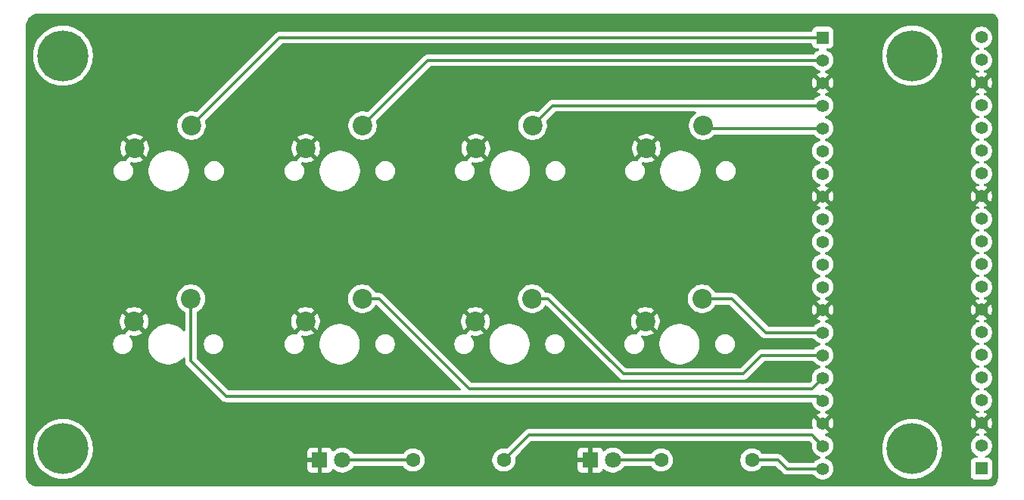
<source format=gtl>
G04 #@! TF.GenerationSoftware,KiCad,Pcbnew,9.0.4*
G04 #@! TF.CreationDate,2025-09-20T14:32:32-07:00*
G04 #@! TF.ProjectId,Macro_Pad,4d616372-6f5f-4506-9164-2e6b69636164,rev?*
G04 #@! TF.SameCoordinates,Original*
G04 #@! TF.FileFunction,Copper,L1,Top*
G04 #@! TF.FilePolarity,Positive*
%FSLAX46Y46*%
G04 Gerber Fmt 4.6, Leading zero omitted, Abs format (unit mm)*
G04 Created by KiCad (PCBNEW 9.0.4) date 2025-09-20 14:32:32*
%MOMM*%
%LPD*%
G01*
G04 APERTURE LIST*
G04 #@! TA.AperFunction,ComponentPad*
%ADD10R,1.390000X1.390000*%
G04 #@! TD*
G04 #@! TA.AperFunction,ComponentPad*
%ADD11C,1.390000*%
G04 #@! TD*
G04 #@! TA.AperFunction,ComponentPad*
%ADD12C,3.600000*%
G04 #@! TD*
G04 #@! TA.AperFunction,ConnectorPad*
%ADD13C,5.700000*%
G04 #@! TD*
G04 #@! TA.AperFunction,ComponentPad*
%ADD14C,1.600000*%
G04 #@! TD*
G04 #@! TA.AperFunction,ComponentPad*
%ADD15C,2.200000*%
G04 #@! TD*
G04 #@! TA.AperFunction,ComponentPad*
%ADD16R,1.800000X1.800000*%
G04 #@! TD*
G04 #@! TA.AperFunction,ComponentPad*
%ADD17C,1.800000*%
G04 #@! TD*
G04 #@! TA.AperFunction,Conductor*
%ADD18C,0.300000*%
G04 #@! TD*
G04 APERTURE END LIST*
D10*
X185000000Y-89960000D03*
D11*
X185000000Y-92500000D03*
X185000000Y-95040000D03*
X185000000Y-97580000D03*
X185000000Y-100120000D03*
X185000000Y-102660000D03*
X185000000Y-105200000D03*
X185000000Y-107740000D03*
X185000000Y-110280000D03*
X185000000Y-112820000D03*
X185000000Y-115360000D03*
X185000000Y-117900000D03*
X185000000Y-120440000D03*
X185000000Y-122980000D03*
X185000000Y-125520000D03*
X185000000Y-128060000D03*
X185000000Y-130600000D03*
X185000000Y-133140000D03*
X185000000Y-135680000D03*
X185000000Y-138220000D03*
D12*
X100000000Y-92000000D03*
D13*
X100000000Y-92000000D03*
D14*
X177080000Y-137250000D03*
X166920000Y-137250000D03*
D10*
X202750000Y-138210000D03*
D11*
X202750000Y-135670000D03*
X202750000Y-133130000D03*
X202750000Y-130590000D03*
X202750000Y-128050000D03*
X202750000Y-125510000D03*
X202750000Y-122970000D03*
X202750000Y-120430000D03*
X202750000Y-117890000D03*
X202750000Y-115350000D03*
X202750000Y-112810000D03*
X202750000Y-110270000D03*
X202750000Y-107730000D03*
X202750000Y-105190000D03*
X202750000Y-102650000D03*
X202750000Y-100110000D03*
X202750000Y-97570000D03*
X202750000Y-95030000D03*
X202750000Y-92490000D03*
X202750000Y-89950000D03*
D15*
X152500000Y-119200000D03*
X146150000Y-121740000D03*
D14*
X149330000Y-137250000D03*
X139170000Y-137250000D03*
D15*
X114320000Y-119200000D03*
X107970000Y-121740000D03*
D16*
X128730000Y-137250000D03*
D17*
X131270000Y-137250000D03*
D15*
X171620000Y-99820000D03*
X165270000Y-102360000D03*
X114380000Y-99820000D03*
X108030000Y-102360000D03*
X133520000Y-99820000D03*
X127170000Y-102360000D03*
D12*
X195000000Y-136000000D03*
D13*
X195000000Y-136000000D03*
D16*
X158980000Y-137250000D03*
D17*
X161520000Y-137250000D03*
D15*
X133500000Y-119200000D03*
X127150000Y-121740000D03*
X152560000Y-99820000D03*
X146210000Y-102360000D03*
D12*
X195000000Y-92000000D03*
D13*
X195000000Y-92000000D03*
D15*
X171520000Y-119200000D03*
X165170000Y-121740000D03*
D12*
X100000000Y-136000000D03*
D13*
X100000000Y-136000000D03*
D18*
X139170000Y-137250000D02*
X131270000Y-137250000D01*
X166920000Y-137250000D02*
X161520000Y-137250000D01*
X171940000Y-100140000D02*
X184980000Y-100140000D01*
X171620000Y-99820000D02*
X171940000Y-100140000D01*
X184980000Y-100140000D02*
X185000000Y-100120000D01*
X178170000Y-125520000D02*
X176080000Y-127610000D01*
X154280000Y-119200000D02*
X152500000Y-119200000D01*
X185000000Y-125520000D02*
X178170000Y-125520000D01*
X162690000Y-127610000D02*
X154280000Y-119200000D01*
X176080000Y-127610000D02*
X162690000Y-127610000D01*
X140840000Y-92500000D02*
X133520000Y-99820000D01*
X185000000Y-92500000D02*
X140840000Y-92500000D01*
X149330000Y-137250000D02*
X152120000Y-134460000D01*
X152120000Y-134460000D02*
X183780000Y-134460000D01*
X183780000Y-134460000D02*
X185000000Y-135680000D01*
X180010000Y-137250000D02*
X180980000Y-138220000D01*
X180980000Y-138220000D02*
X185000000Y-138220000D01*
X177080000Y-137250000D02*
X180010000Y-137250000D01*
X124240000Y-89960000D02*
X114380000Y-99820000D01*
X185000000Y-89960000D02*
X124240000Y-89960000D01*
X135380000Y-119200000D02*
X133500000Y-119200000D01*
X183770000Y-129290000D02*
X145470000Y-129290000D01*
X185000000Y-128060000D02*
X183770000Y-129290000D01*
X145470000Y-129290000D02*
X135380000Y-119200000D01*
X184520000Y-130120000D02*
X118300000Y-130120000D01*
X114320000Y-126140000D02*
X114320000Y-119200000D01*
X118300000Y-130120000D02*
X114320000Y-126140000D01*
X185000000Y-130600000D02*
X184520000Y-130120000D01*
X178630000Y-122980000D02*
X185000000Y-122980000D01*
X171520000Y-119200000D02*
X174850000Y-119200000D01*
X174850000Y-119200000D02*
X178630000Y-122980000D01*
X185000000Y-97580000D02*
X154800000Y-97580000D01*
X154800000Y-97580000D02*
X152560000Y-99820000D01*
G04 #@! TA.AperFunction,Conductor*
G36*
X97390790Y-87250648D02*
G01*
X97394542Y-87250831D01*
X97441357Y-87253122D01*
X97446022Y-87252113D01*
X97451583Y-87251429D01*
X97454125Y-87251847D01*
X97466735Y-87250500D01*
X203734108Y-87250500D01*
X203793685Y-87250500D01*
X203806271Y-87251140D01*
X203953642Y-87266201D01*
X203978316Y-87271299D01*
X204113513Y-87313941D01*
X204136658Y-87323928D01*
X204205830Y-87362549D01*
X204260434Y-87393036D01*
X204281086Y-87407503D01*
X204349916Y-87467014D01*
X204388317Y-87500215D01*
X204405615Y-87518559D01*
X204491879Y-87631051D01*
X204505108Y-87652515D01*
X204566833Y-87780128D01*
X204575447Y-87803824D01*
X204610081Y-87941280D01*
X204613724Y-87966231D01*
X204619422Y-88098264D01*
X204619537Y-88103655D01*
X204619527Y-88131479D01*
X204619313Y-88138708D01*
X204616516Y-88186293D01*
X204616949Y-88188392D01*
X204619496Y-88213445D01*
X204600196Y-138877281D01*
X204600060Y-139234107D01*
X204600019Y-139234264D01*
X204600034Y-139293841D01*
X204600034Y-139294720D01*
X204600029Y-139294734D01*
X204599546Y-139305656D01*
X204586160Y-139456119D01*
X204582263Y-139477813D01*
X204543912Y-139618175D01*
X204536237Y-139638837D01*
X204473636Y-139770203D01*
X204462423Y-139789178D01*
X204377559Y-139907379D01*
X204363163Y-139924071D01*
X204258708Y-140025382D01*
X204241587Y-140039259D01*
X204120852Y-140120474D01*
X204101542Y-140131103D01*
X203968326Y-140189662D01*
X203947439Y-140196703D01*
X203805965Y-140230750D01*
X203784163Y-140233982D01*
X203634195Y-140242718D01*
X203626958Y-140242928D01*
X203622126Y-140242927D01*
X203618336Y-140242868D01*
X203561990Y-140241133D01*
X203561989Y-140241133D01*
X203561988Y-140241133D01*
X203553902Y-140241945D01*
X203553837Y-140241307D01*
X203540043Y-140242902D01*
X97123824Y-140210593D01*
X97115964Y-140210590D01*
X97115892Y-140210572D01*
X97054844Y-140210572D01*
X97054838Y-140210570D01*
X97045148Y-140210189D01*
X96870246Y-140196416D01*
X96851015Y-140193368D01*
X96685176Y-140153527D01*
X96666660Y-140147507D01*
X96509109Y-140082201D01*
X96491770Y-140073360D01*
X96346377Y-139984194D01*
X96330631Y-139972744D01*
X96200995Y-139861924D01*
X96187235Y-139848150D01*
X96076536Y-139718395D01*
X96065111Y-139702651D01*
X95976080Y-139557154D01*
X95967262Y-139539817D01*
X95902107Y-139382186D01*
X95896108Y-139363673D01*
X95892957Y-139350500D01*
X95856434Y-139197800D01*
X95853406Y-139178570D01*
X95839805Y-139003632D01*
X95839433Y-138993939D01*
X95839495Y-138932902D01*
X95839494Y-138932899D01*
X95839502Y-138925188D01*
X95839449Y-138924377D01*
X95839459Y-138890185D01*
X95840307Y-135835400D01*
X96649500Y-135835400D01*
X96649500Y-136164600D01*
X96651190Y-136181756D01*
X96681765Y-136492201D01*
X96681768Y-136492218D01*
X96745984Y-136815066D01*
X96745987Y-136815077D01*
X96841552Y-137130112D01*
X96953835Y-137401186D01*
X96967531Y-137434251D01*
X97012502Y-137518386D01*
X97122707Y-137724567D01*
X97122718Y-137724585D01*
X97305601Y-137998289D01*
X97305611Y-137998303D01*
X97514453Y-138252777D01*
X97747222Y-138485546D01*
X97747227Y-138485550D01*
X97747228Y-138485551D01*
X98001702Y-138694393D01*
X98275421Y-138877286D01*
X98565749Y-139032469D01*
X98869889Y-139158448D01*
X99184913Y-139254010D01*
X99184919Y-139254011D01*
X99184922Y-139254012D01*
X99184933Y-139254015D01*
X99365361Y-139289903D01*
X99507787Y-139318233D01*
X99835400Y-139350500D01*
X99835403Y-139350500D01*
X100164597Y-139350500D01*
X100164600Y-139350500D01*
X100492213Y-139318233D01*
X100669760Y-139282916D01*
X100815066Y-139254015D01*
X100815077Y-139254012D01*
X100815077Y-139254011D01*
X100815087Y-139254010D01*
X101130111Y-139158448D01*
X101434251Y-139032469D01*
X101724579Y-138877286D01*
X101998298Y-138694393D01*
X102252772Y-138485551D01*
X102485551Y-138252772D01*
X102694393Y-137998298D01*
X102877286Y-137724579D01*
X103032469Y-137434251D01*
X103158448Y-137130111D01*
X103254010Y-136815087D01*
X103254012Y-136815077D01*
X103254015Y-136815066D01*
X103296892Y-136599500D01*
X103318233Y-136492213D01*
X103336952Y-136302155D01*
X127330000Y-136302155D01*
X127330000Y-137000000D01*
X128354722Y-137000000D01*
X128310667Y-137076306D01*
X128280000Y-137190756D01*
X128280000Y-137309244D01*
X128310667Y-137423694D01*
X128354722Y-137500000D01*
X127330000Y-137500000D01*
X127330000Y-138197844D01*
X127336401Y-138257372D01*
X127336403Y-138257379D01*
X127386645Y-138392086D01*
X127386649Y-138392093D01*
X127472809Y-138507187D01*
X127472812Y-138507190D01*
X127587906Y-138593350D01*
X127587913Y-138593354D01*
X127722620Y-138643596D01*
X127722627Y-138643598D01*
X127782155Y-138649999D01*
X127782172Y-138650000D01*
X128480000Y-138650000D01*
X128480000Y-137625277D01*
X128556306Y-137669333D01*
X128670756Y-137700000D01*
X128789244Y-137700000D01*
X128903694Y-137669333D01*
X128980000Y-137625277D01*
X128980000Y-138650000D01*
X129677828Y-138650000D01*
X129677844Y-138649999D01*
X129737372Y-138643598D01*
X129737379Y-138643596D01*
X129872086Y-138593354D01*
X129872093Y-138593350D01*
X129987187Y-138507190D01*
X129987190Y-138507187D01*
X130073350Y-138392093D01*
X130073354Y-138392086D01*
X130103213Y-138312031D01*
X130145084Y-138256097D01*
X130210548Y-138231680D01*
X130278821Y-138246531D01*
X130307076Y-138267683D01*
X130357636Y-138318243D01*
X130357641Y-138318247D01*
X130513192Y-138431260D01*
X130535978Y-138447815D01*
X130638292Y-138499947D01*
X130732393Y-138547895D01*
X130732396Y-138547896D01*
X130837221Y-138581955D01*
X130942049Y-138616015D01*
X131159778Y-138650500D01*
X131159779Y-138650500D01*
X131380221Y-138650500D01*
X131380222Y-138650500D01*
X131597951Y-138616015D01*
X131807606Y-138547895D01*
X132004022Y-138447815D01*
X132182365Y-138318242D01*
X132338242Y-138162365D01*
X132467815Y-137984022D01*
X132475874Y-137968204D01*
X132523848Y-137917409D01*
X132586359Y-137900500D01*
X137971929Y-137900500D01*
X138038968Y-137920185D01*
X138072245Y-137951613D01*
X138106168Y-137998303D01*
X138178034Y-138097219D01*
X138322786Y-138241971D01*
X138477749Y-138354556D01*
X138488390Y-138362287D01*
X138604607Y-138421503D01*
X138670776Y-138455218D01*
X138670778Y-138455218D01*
X138670781Y-138455220D01*
X138764115Y-138485546D01*
X138865465Y-138518477D01*
X138966557Y-138534488D01*
X139067648Y-138550500D01*
X139067649Y-138550500D01*
X139272351Y-138550500D01*
X139272352Y-138550500D01*
X139474534Y-138518477D01*
X139669219Y-138455220D01*
X139851610Y-138362287D01*
X139944590Y-138294732D01*
X140017213Y-138241971D01*
X140017215Y-138241968D01*
X140017219Y-138241966D01*
X140161966Y-138097219D01*
X140161968Y-138097215D01*
X140161971Y-138097213D01*
X140233832Y-137998303D01*
X140282287Y-137931610D01*
X140375220Y-137749219D01*
X140438477Y-137554534D01*
X140470500Y-137352352D01*
X140470500Y-137147648D01*
X140438477Y-136945465D01*
X140401632Y-136832069D01*
X140375220Y-136750781D01*
X140375218Y-136750778D01*
X140375218Y-136750776D01*
X140310876Y-136624499D01*
X140282287Y-136568390D01*
X140267753Y-136548385D01*
X140161971Y-136402786D01*
X140017213Y-136258028D01*
X139851613Y-136137715D01*
X139851612Y-136137714D01*
X139851610Y-136137713D01*
X139793111Y-136107906D01*
X139669223Y-136044781D01*
X139474534Y-135981522D01*
X139288799Y-135952105D01*
X139272352Y-135949500D01*
X139067648Y-135949500D01*
X139051201Y-135952105D01*
X138865465Y-135981522D01*
X138670776Y-136044781D01*
X138488386Y-136137715D01*
X138322786Y-136258028D01*
X138178034Y-136402780D01*
X138137322Y-136458817D01*
X138072246Y-136548386D01*
X138016918Y-136591051D01*
X137971929Y-136599500D01*
X132586359Y-136599500D01*
X132519320Y-136579815D01*
X132475874Y-136531795D01*
X132467812Y-136515973D01*
X132338247Y-136337641D01*
X132338243Y-136337636D01*
X132182363Y-136181756D01*
X132182358Y-136181752D01*
X132004025Y-136052187D01*
X132004024Y-136052186D01*
X132004022Y-136052185D01*
X131941096Y-136020122D01*
X131807606Y-135952104D01*
X131807603Y-135952103D01*
X131597952Y-135883985D01*
X131489086Y-135866742D01*
X131380222Y-135849500D01*
X131159778Y-135849500D01*
X131087201Y-135860995D01*
X130942047Y-135883985D01*
X130732396Y-135952103D01*
X130732393Y-135952104D01*
X130535974Y-136052187D01*
X130357641Y-136181752D01*
X130357636Y-136181756D01*
X130307075Y-136232317D01*
X130245752Y-136265801D01*
X130176060Y-136260816D01*
X130120127Y-136218945D01*
X130103213Y-136187968D01*
X130073354Y-136107913D01*
X130073350Y-136107906D01*
X129987190Y-135992812D01*
X129987187Y-135992809D01*
X129872093Y-135906649D01*
X129872086Y-135906645D01*
X129737379Y-135856403D01*
X129737372Y-135856401D01*
X129677844Y-135850000D01*
X128980000Y-135850000D01*
X128980000Y-136874722D01*
X128903694Y-136830667D01*
X128789244Y-136800000D01*
X128670756Y-136800000D01*
X128556306Y-136830667D01*
X128480000Y-136874722D01*
X128480000Y-135850000D01*
X127782155Y-135850000D01*
X127722627Y-135856401D01*
X127722620Y-135856403D01*
X127587913Y-135906645D01*
X127587906Y-135906649D01*
X127472812Y-135992809D01*
X127472809Y-135992812D01*
X127386649Y-136107906D01*
X127386645Y-136107913D01*
X127336403Y-136242620D01*
X127336401Y-136242627D01*
X127330000Y-136302155D01*
X103336952Y-136302155D01*
X103350500Y-136164600D01*
X103350500Y-135835400D01*
X103318233Y-135507787D01*
X103289903Y-135365361D01*
X103254015Y-135184933D01*
X103254012Y-135184922D01*
X103254011Y-135184919D01*
X103254010Y-135184913D01*
X103158448Y-134869889D01*
X103032469Y-134565749D01*
X102877286Y-134275421D01*
X102694393Y-134001702D01*
X102485551Y-133747228D01*
X102485550Y-133747227D01*
X102485546Y-133747222D01*
X102252777Y-133514453D01*
X101998303Y-133305611D01*
X101998302Y-133305610D01*
X101998298Y-133305607D01*
X101724579Y-133122714D01*
X101724574Y-133122711D01*
X101724567Y-133122707D01*
X101434258Y-132967535D01*
X101434251Y-132967531D01*
X101434244Y-132967528D01*
X101130112Y-132841552D01*
X100815077Y-132745987D01*
X100815066Y-132745984D01*
X100492218Y-132681768D01*
X100492213Y-132681767D01*
X100492211Y-132681766D01*
X100492201Y-132681765D01*
X100224879Y-132655437D01*
X100164600Y-132649500D01*
X99835400Y-132649500D01*
X99775121Y-132655437D01*
X99507798Y-132681765D01*
X99507781Y-132681768D01*
X99184933Y-132745984D01*
X99184922Y-132745987D01*
X98869887Y-132841552D01*
X98565755Y-132967528D01*
X98565741Y-132967535D01*
X98275432Y-133122707D01*
X98275414Y-133122718D01*
X98001710Y-133305601D01*
X98001696Y-133305611D01*
X97747222Y-133514453D01*
X97514453Y-133747222D01*
X97305611Y-134001696D01*
X97305601Y-134001710D01*
X97122718Y-134275414D01*
X97122707Y-134275432D01*
X96967535Y-134565741D01*
X96967528Y-134565755D01*
X96841552Y-134869887D01*
X96745987Y-135184922D01*
X96745984Y-135184933D01*
X96681768Y-135507781D01*
X96681765Y-135507798D01*
X96674072Y-135585912D01*
X96649500Y-135835400D01*
X95840307Y-135835400D01*
X95843537Y-124193389D01*
X105599500Y-124193389D01*
X105599500Y-124366611D01*
X105626598Y-124537701D01*
X105680127Y-124702445D01*
X105758768Y-124856788D01*
X105860586Y-124996928D01*
X105983072Y-125119414D01*
X106123212Y-125221232D01*
X106277555Y-125299873D01*
X106442299Y-125353402D01*
X106613389Y-125380500D01*
X106613390Y-125380500D01*
X106786610Y-125380500D01*
X106786611Y-125380500D01*
X106957701Y-125353402D01*
X107122445Y-125299873D01*
X107276788Y-125221232D01*
X107416928Y-125119414D01*
X107539414Y-124996928D01*
X107641232Y-124856788D01*
X107719873Y-124702445D01*
X107773402Y-124537701D01*
X107800500Y-124366611D01*
X107800500Y-124193389D01*
X107790854Y-124132486D01*
X109529500Y-124132486D01*
X109529500Y-124427513D01*
X109553279Y-124608123D01*
X109568007Y-124719993D01*
X109642212Y-124996930D01*
X109644361Y-125004951D01*
X109644364Y-125004961D01*
X109757254Y-125277500D01*
X109757258Y-125277510D01*
X109904761Y-125532993D01*
X110084352Y-125767040D01*
X110084358Y-125767047D01*
X110292952Y-125975641D01*
X110292959Y-125975647D01*
X110527006Y-126155238D01*
X110782489Y-126302741D01*
X110782490Y-126302741D01*
X110782493Y-126302743D01*
X111055048Y-126415639D01*
X111340007Y-126491993D01*
X111632494Y-126530500D01*
X111632501Y-126530500D01*
X111927499Y-126530500D01*
X111927506Y-126530500D01*
X112219993Y-126491993D01*
X112504952Y-126415639D01*
X112777507Y-126302743D01*
X113032994Y-126155238D01*
X113267042Y-125975646D01*
X113335815Y-125906873D01*
X113457819Y-125784870D01*
X113519142Y-125751385D01*
X113588834Y-125756369D01*
X113644767Y-125798241D01*
X113669184Y-125863705D01*
X113669500Y-125872551D01*
X113669500Y-126204069D01*
X113669500Y-126204071D01*
X113669499Y-126204071D01*
X113694497Y-126329738D01*
X113694499Y-126329744D01*
X113732660Y-126421874D01*
X113743535Y-126448127D01*
X113814723Y-126554669D01*
X113814726Y-126554673D01*
X117885328Y-130625275D01*
X117973347Y-130684087D01*
X117973348Y-130684087D01*
X117973349Y-130684088D01*
X117991873Y-130696465D01*
X118110256Y-130745501D01*
X118110260Y-130745501D01*
X118110261Y-130745502D01*
X118235928Y-130770500D01*
X118235931Y-130770500D01*
X183710696Y-130770500D01*
X183777735Y-130790185D01*
X183823490Y-130842989D01*
X183833168Y-130875096D01*
X183833936Y-130879946D01*
X183892084Y-131058910D01*
X183892085Y-131058913D01*
X183972421Y-131216579D01*
X183977516Y-131226579D01*
X184088123Y-131378816D01*
X184221184Y-131511877D01*
X184373421Y-131622484D01*
X184455656Y-131664384D01*
X184541086Y-131707914D01*
X184541092Y-131707916D01*
X184677790Y-131752331D01*
X184735466Y-131791768D01*
X184762665Y-131856126D01*
X184750751Y-131924973D01*
X184703507Y-131976449D01*
X184677792Y-131988193D01*
X184541280Y-132032549D01*
X184373681Y-132117945D01*
X184349249Y-132135696D01*
X184349248Y-132135696D01*
X184854260Y-132640707D01*
X184799288Y-132655437D01*
X184680713Y-132723896D01*
X184583896Y-132820713D01*
X184515437Y-132939288D01*
X184500707Y-132994260D01*
X183995696Y-132489248D01*
X183995696Y-132489249D01*
X183977945Y-132513681D01*
X183892548Y-132681281D01*
X183834425Y-132860165D01*
X183834425Y-132860168D01*
X183805000Y-133045951D01*
X183805000Y-133234048D01*
X183834425Y-133419831D01*
X183834425Y-133419834D01*
X183892549Y-133598720D01*
X183892549Y-133598721D01*
X183908082Y-133629206D01*
X183920978Y-133697875D01*
X183894701Y-133762615D01*
X183837595Y-133802872D01*
X183797597Y-133809500D01*
X152055929Y-133809500D01*
X151930261Y-133834497D01*
X151930255Y-133834499D01*
X151811874Y-133883534D01*
X151705326Y-133954726D01*
X149717190Y-135942862D01*
X149655867Y-135976347D01*
X149610111Y-135977654D01*
X149448799Y-135952105D01*
X149432352Y-135949500D01*
X149227648Y-135949500D01*
X149211201Y-135952105D01*
X149025465Y-135981522D01*
X148830776Y-136044781D01*
X148648386Y-136137715D01*
X148482786Y-136258028D01*
X148338028Y-136402786D01*
X148217715Y-136568386D01*
X148124781Y-136750776D01*
X148061522Y-136945465D01*
X148029500Y-137147648D01*
X148029500Y-137352351D01*
X148061522Y-137554534D01*
X148124781Y-137749223D01*
X148188691Y-137874653D01*
X148210477Y-137917409D01*
X148217715Y-137931613D01*
X148338028Y-138097213D01*
X148482786Y-138241971D01*
X148637749Y-138354556D01*
X148648390Y-138362287D01*
X148764607Y-138421503D01*
X148830776Y-138455218D01*
X148830778Y-138455218D01*
X148830781Y-138455220D01*
X148924115Y-138485546D01*
X149025465Y-138518477D01*
X149126557Y-138534488D01*
X149227648Y-138550500D01*
X149227649Y-138550500D01*
X149432351Y-138550500D01*
X149432352Y-138550500D01*
X149634534Y-138518477D01*
X149829219Y-138455220D01*
X150011610Y-138362287D01*
X150104590Y-138294732D01*
X150177213Y-138241971D01*
X150177215Y-138241968D01*
X150177219Y-138241966D01*
X150321966Y-138097219D01*
X150321968Y-138097215D01*
X150321971Y-138097213D01*
X150393832Y-137998303D01*
X150442287Y-137931610D01*
X150535220Y-137749219D01*
X150598477Y-137554534D01*
X150604202Y-137518386D01*
X150618322Y-137429240D01*
X150630500Y-137352351D01*
X150630500Y-137147648D01*
X150602345Y-136969886D01*
X150611300Y-136900593D01*
X150637134Y-136862810D01*
X151197790Y-136302155D01*
X157580000Y-136302155D01*
X157580000Y-137000000D01*
X158604722Y-137000000D01*
X158560667Y-137076306D01*
X158530000Y-137190756D01*
X158530000Y-137309244D01*
X158560667Y-137423694D01*
X158604722Y-137500000D01*
X157580000Y-137500000D01*
X157580000Y-138197844D01*
X157586401Y-138257372D01*
X157586403Y-138257379D01*
X157636645Y-138392086D01*
X157636649Y-138392093D01*
X157722809Y-138507187D01*
X157722812Y-138507190D01*
X157837906Y-138593350D01*
X157837913Y-138593354D01*
X157972620Y-138643596D01*
X157972627Y-138643598D01*
X158032155Y-138649999D01*
X158032172Y-138650000D01*
X158730000Y-138650000D01*
X158730000Y-137625277D01*
X158806306Y-137669333D01*
X158920756Y-137700000D01*
X159039244Y-137700000D01*
X159153694Y-137669333D01*
X159230000Y-137625277D01*
X159230000Y-138650000D01*
X159927828Y-138650000D01*
X159927844Y-138649999D01*
X159987372Y-138643598D01*
X159987379Y-138643596D01*
X160122086Y-138593354D01*
X160122093Y-138593350D01*
X160237187Y-138507190D01*
X160237190Y-138507187D01*
X160323350Y-138392093D01*
X160323354Y-138392086D01*
X160353213Y-138312031D01*
X160395084Y-138256097D01*
X160460548Y-138231680D01*
X160528821Y-138246531D01*
X160557076Y-138267683D01*
X160607636Y-138318243D01*
X160607641Y-138318247D01*
X160763192Y-138431260D01*
X160785978Y-138447815D01*
X160888292Y-138499947D01*
X160982393Y-138547895D01*
X160982396Y-138547896D01*
X161087221Y-138581955D01*
X161192049Y-138616015D01*
X161409778Y-138650500D01*
X161409779Y-138650500D01*
X161630221Y-138650500D01*
X161630222Y-138650500D01*
X161847951Y-138616015D01*
X162057606Y-138547895D01*
X162254022Y-138447815D01*
X162432365Y-138318242D01*
X162588242Y-138162365D01*
X162717815Y-137984022D01*
X162725874Y-137968204D01*
X162773848Y-137917409D01*
X162836359Y-137900500D01*
X165721929Y-137900500D01*
X165788968Y-137920185D01*
X165822245Y-137951613D01*
X165856168Y-137998303D01*
X165928034Y-138097219D01*
X166072786Y-138241971D01*
X166227749Y-138354556D01*
X166238390Y-138362287D01*
X166354607Y-138421503D01*
X166420776Y-138455218D01*
X166420778Y-138455218D01*
X166420781Y-138455220D01*
X166514115Y-138485546D01*
X166615465Y-138518477D01*
X166716557Y-138534488D01*
X166817648Y-138550500D01*
X166817649Y-138550500D01*
X167022351Y-138550500D01*
X167022352Y-138550500D01*
X167224534Y-138518477D01*
X167419219Y-138455220D01*
X167601610Y-138362287D01*
X167694590Y-138294732D01*
X167767213Y-138241971D01*
X167767215Y-138241968D01*
X167767219Y-138241966D01*
X167911966Y-138097219D01*
X167911968Y-138097215D01*
X167911971Y-138097213D01*
X167983832Y-137998303D01*
X168032287Y-137931610D01*
X168125220Y-137749219D01*
X168188477Y-137554534D01*
X168220500Y-137352352D01*
X168220500Y-137147648D01*
X168188477Y-136945465D01*
X168151632Y-136832069D01*
X168125220Y-136750781D01*
X168125218Y-136750778D01*
X168125218Y-136750776D01*
X168060876Y-136624499D01*
X168032287Y-136568390D01*
X168017753Y-136548385D01*
X167911971Y-136402786D01*
X167767213Y-136258028D01*
X167601613Y-136137715D01*
X167601612Y-136137714D01*
X167601610Y-136137713D01*
X167543111Y-136107906D01*
X167419223Y-136044781D01*
X167224534Y-135981522D01*
X167038799Y-135952105D01*
X167022352Y-135949500D01*
X166817648Y-135949500D01*
X166801201Y-135952105D01*
X166615465Y-135981522D01*
X166420776Y-136044781D01*
X166238386Y-136137715D01*
X166072786Y-136258028D01*
X165928034Y-136402780D01*
X165887322Y-136458817D01*
X165822246Y-136548386D01*
X165766918Y-136591051D01*
X165721929Y-136599500D01*
X162836359Y-136599500D01*
X162769320Y-136579815D01*
X162725874Y-136531795D01*
X162717812Y-136515973D01*
X162588247Y-136337641D01*
X162588243Y-136337636D01*
X162432363Y-136181756D01*
X162432358Y-136181752D01*
X162254025Y-136052187D01*
X162254024Y-136052186D01*
X162254022Y-136052185D01*
X162191096Y-136020122D01*
X162057606Y-135952104D01*
X162057603Y-135952103D01*
X161847952Y-135883985D01*
X161739086Y-135866742D01*
X161630222Y-135849500D01*
X161409778Y-135849500D01*
X161337201Y-135860995D01*
X161192047Y-135883985D01*
X160982396Y-135952103D01*
X160982393Y-135952104D01*
X160785974Y-136052187D01*
X160607641Y-136181752D01*
X160607636Y-136181756D01*
X160557075Y-136232317D01*
X160495752Y-136265801D01*
X160426060Y-136260816D01*
X160370127Y-136218945D01*
X160353213Y-136187968D01*
X160323354Y-136107913D01*
X160323350Y-136107906D01*
X160237190Y-135992812D01*
X160237187Y-135992809D01*
X160122093Y-135906649D01*
X160122086Y-135906645D01*
X159987379Y-135856403D01*
X159987372Y-135856401D01*
X159927844Y-135850000D01*
X159230000Y-135850000D01*
X159230000Y-136874722D01*
X159153694Y-136830667D01*
X159039244Y-136800000D01*
X158920756Y-136800000D01*
X158806306Y-136830667D01*
X158730000Y-136874722D01*
X158730000Y-135850000D01*
X158032155Y-135850000D01*
X157972627Y-135856401D01*
X157972620Y-135856403D01*
X157837913Y-135906645D01*
X157837906Y-135906649D01*
X157722812Y-135992809D01*
X157722809Y-135992812D01*
X157636649Y-136107906D01*
X157636645Y-136107913D01*
X157586403Y-136242620D01*
X157586401Y-136242627D01*
X157580000Y-136302155D01*
X151197790Y-136302155D01*
X152353127Y-135146819D01*
X152414450Y-135113334D01*
X152440808Y-135110500D01*
X183459192Y-135110500D01*
X183526231Y-135130185D01*
X183546873Y-135146819D01*
X183784635Y-135384581D01*
X183818120Y-135445904D01*
X183819427Y-135491659D01*
X183804500Y-135585906D01*
X183804500Y-135774093D01*
X183833937Y-135959948D01*
X183892084Y-136138910D01*
X183892085Y-136138913D01*
X183967386Y-136286697D01*
X183977516Y-136306579D01*
X184088123Y-136458816D01*
X184221184Y-136591877D01*
X184373421Y-136702484D01*
X184455656Y-136744384D01*
X184541086Y-136787914D01*
X184541089Y-136787915D01*
X184676982Y-136832069D01*
X184734657Y-136871506D01*
X184761856Y-136935865D01*
X184749942Y-137004711D01*
X184702698Y-137056187D01*
X184676982Y-137067931D01*
X184541089Y-137112084D01*
X184541086Y-137112085D01*
X184373420Y-137197516D01*
X184286563Y-137260621D01*
X184221184Y-137308123D01*
X184221182Y-137308125D01*
X184221181Y-137308125D01*
X184088125Y-137441181D01*
X184088123Y-137441184D01*
X184032031Y-137518386D01*
X183976703Y-137561051D01*
X183931715Y-137569500D01*
X181300807Y-137569500D01*
X181233768Y-137549815D01*
X181213126Y-137533181D01*
X180424674Y-136744727D01*
X180424673Y-136744726D01*
X180376284Y-136712394D01*
X180318127Y-136673535D01*
X180199744Y-136624499D01*
X180199738Y-136624497D01*
X180074071Y-136599500D01*
X180074069Y-136599500D01*
X178278071Y-136599500D01*
X178211032Y-136579815D01*
X178177754Y-136548386D01*
X178071966Y-136402781D01*
X177927219Y-136258034D01*
X177927213Y-136258028D01*
X177761613Y-136137715D01*
X177761612Y-136137714D01*
X177761610Y-136137713D01*
X177703111Y-136107906D01*
X177579223Y-136044781D01*
X177384534Y-135981522D01*
X177198799Y-135952105D01*
X177182352Y-135949500D01*
X176977648Y-135949500D01*
X176961201Y-135952105D01*
X176775465Y-135981522D01*
X176580776Y-136044781D01*
X176398386Y-136137715D01*
X176232786Y-136258028D01*
X176088028Y-136402786D01*
X175967715Y-136568386D01*
X175874781Y-136750776D01*
X175811522Y-136945465D01*
X175779500Y-137147648D01*
X175779500Y-137352351D01*
X175811522Y-137554534D01*
X175874781Y-137749223D01*
X175938691Y-137874653D01*
X175960477Y-137917409D01*
X175967715Y-137931613D01*
X176088028Y-138097213D01*
X176232786Y-138241971D01*
X176387749Y-138354556D01*
X176398390Y-138362287D01*
X176514607Y-138421503D01*
X176580776Y-138455218D01*
X176580778Y-138455218D01*
X176580781Y-138455220D01*
X176674115Y-138485546D01*
X176775465Y-138518477D01*
X176876557Y-138534488D01*
X176977648Y-138550500D01*
X176977649Y-138550500D01*
X177182351Y-138550500D01*
X177182352Y-138550500D01*
X177384534Y-138518477D01*
X177579219Y-138455220D01*
X177761610Y-138362287D01*
X177854590Y-138294732D01*
X177927213Y-138241971D01*
X177927215Y-138241968D01*
X177927219Y-138241966D01*
X178071966Y-138097219D01*
X178177753Y-137951613D01*
X178233082Y-137908949D01*
X178278071Y-137900500D01*
X179689192Y-137900500D01*
X179756231Y-137920185D01*
X179776873Y-137936819D01*
X180152086Y-138312031D01*
X180474724Y-138634669D01*
X180534443Y-138694388D01*
X180565332Y-138725277D01*
X180671866Y-138796461D01*
X180671872Y-138796464D01*
X180671873Y-138796465D01*
X180790256Y-138845501D01*
X180790260Y-138845501D01*
X180790261Y-138845502D01*
X180915928Y-138870500D01*
X180915931Y-138870500D01*
X183931715Y-138870500D01*
X183998754Y-138890185D01*
X184032031Y-138921612D01*
X184088123Y-138998816D01*
X184221184Y-139131877D01*
X184373421Y-139242484D01*
X184412795Y-139262546D01*
X184541086Y-139327914D01*
X184541089Y-139327915D01*
X184605356Y-139348796D01*
X184720053Y-139386063D01*
X184802309Y-139399091D01*
X184905907Y-139415500D01*
X184905912Y-139415500D01*
X185094093Y-139415500D01*
X185184193Y-139401228D01*
X185279947Y-139386063D01*
X185458913Y-139327914D01*
X185626579Y-139242484D01*
X185778816Y-139131877D01*
X185911877Y-138998816D01*
X186022484Y-138846579D01*
X186107914Y-138678913D01*
X186166063Y-138499947D01*
X186183145Y-138392093D01*
X186195500Y-138314093D01*
X186195500Y-138125906D01*
X186175288Y-137998298D01*
X186166063Y-137940053D01*
X186136988Y-137850570D01*
X186107915Y-137761089D01*
X186107914Y-137761086D01*
X186022483Y-137593420D01*
X186005104Y-137569500D01*
X185911877Y-137441184D01*
X185778816Y-137308123D01*
X185626579Y-137197516D01*
X185613312Y-137190756D01*
X185458913Y-137112085D01*
X185458910Y-137112084D01*
X185323017Y-137067931D01*
X185265342Y-137028494D01*
X185238143Y-136964135D01*
X185250057Y-136895289D01*
X185297301Y-136843813D01*
X185323017Y-136832069D01*
X185458910Y-136787915D01*
X185458913Y-136787914D01*
X185626579Y-136702484D01*
X185778816Y-136591877D01*
X185911877Y-136458816D01*
X186022484Y-136306579D01*
X186107914Y-136138913D01*
X186166063Y-135959947D01*
X186185789Y-135835400D01*
X191649500Y-135835400D01*
X191649500Y-136164600D01*
X191651190Y-136181756D01*
X191681765Y-136492201D01*
X191681768Y-136492218D01*
X191745984Y-136815066D01*
X191745987Y-136815077D01*
X191841552Y-137130112D01*
X191953835Y-137401186D01*
X191967531Y-137434251D01*
X192012502Y-137518386D01*
X192122707Y-137724567D01*
X192122718Y-137724585D01*
X192305601Y-137998289D01*
X192305611Y-137998303D01*
X192514453Y-138252777D01*
X192747222Y-138485546D01*
X192747227Y-138485550D01*
X192747228Y-138485551D01*
X193001702Y-138694393D01*
X193275421Y-138877286D01*
X193565749Y-139032469D01*
X193869889Y-139158448D01*
X194184913Y-139254010D01*
X194184919Y-139254011D01*
X194184922Y-139254012D01*
X194184933Y-139254015D01*
X194365361Y-139289903D01*
X194507787Y-139318233D01*
X194835400Y-139350500D01*
X194835403Y-139350500D01*
X195164597Y-139350500D01*
X195164600Y-139350500D01*
X195492213Y-139318233D01*
X195669760Y-139282916D01*
X195815066Y-139254015D01*
X195815077Y-139254012D01*
X195815077Y-139254011D01*
X195815087Y-139254010D01*
X196130111Y-139158448D01*
X196434251Y-139032469D01*
X196724579Y-138877286D01*
X196998298Y-138694393D01*
X197252772Y-138485551D01*
X197485551Y-138252772D01*
X197694393Y-137998298D01*
X197877286Y-137724579D01*
X198032469Y-137434251D01*
X198158448Y-137130111D01*
X198254010Y-136815087D01*
X198254012Y-136815077D01*
X198254015Y-136815066D01*
X198296892Y-136599500D01*
X198318233Y-136492213D01*
X198350500Y-136164600D01*
X198350500Y-135835400D01*
X198318233Y-135507787D01*
X198289903Y-135365361D01*
X198254015Y-135184933D01*
X198254012Y-135184922D01*
X198254011Y-135184919D01*
X198254010Y-135184913D01*
X198158448Y-134869889D01*
X198032469Y-134565749D01*
X197877286Y-134275421D01*
X197694393Y-134001702D01*
X197485551Y-133747228D01*
X197485550Y-133747227D01*
X197485546Y-133747222D01*
X197252777Y-133514453D01*
X196998303Y-133305611D01*
X196998302Y-133305610D01*
X196998298Y-133305607D01*
X196724579Y-133122714D01*
X196724573Y-133122711D01*
X196724567Y-133122707D01*
X196434258Y-132967535D01*
X196434251Y-132967531D01*
X196434244Y-132967528D01*
X196130112Y-132841552D01*
X195815077Y-132745987D01*
X195815066Y-132745984D01*
X195492218Y-132681768D01*
X195492213Y-132681767D01*
X195492211Y-132681766D01*
X195492201Y-132681765D01*
X195224879Y-132655437D01*
X195164600Y-132649500D01*
X194835400Y-132649500D01*
X194775121Y-132655437D01*
X194507798Y-132681765D01*
X194507781Y-132681768D01*
X194184933Y-132745984D01*
X194184922Y-132745987D01*
X193869887Y-132841552D01*
X193565755Y-132967528D01*
X193565741Y-132967535D01*
X193275432Y-133122707D01*
X193275414Y-133122718D01*
X193001710Y-133305601D01*
X193001696Y-133305611D01*
X192747222Y-133514453D01*
X192514453Y-133747222D01*
X192305611Y-134001696D01*
X192305601Y-134001710D01*
X192122718Y-134275414D01*
X192122707Y-134275432D01*
X191967535Y-134565741D01*
X191967528Y-134565755D01*
X191841552Y-134869887D01*
X191745987Y-135184922D01*
X191745984Y-135184933D01*
X191681768Y-135507781D01*
X191681765Y-135507798D01*
X191674072Y-135585912D01*
X191649500Y-135835400D01*
X186185789Y-135835400D01*
X186189344Y-135812957D01*
X186195500Y-135774092D01*
X186195500Y-135585906D01*
X186170688Y-135429257D01*
X186166063Y-135400053D01*
X186107914Y-135221087D01*
X186107914Y-135221086D01*
X186022483Y-135053420D01*
X185911877Y-134901184D01*
X185778816Y-134768123D01*
X185626579Y-134657516D01*
X185606953Y-134647516D01*
X185458913Y-134572085D01*
X185458910Y-134572084D01*
X185322208Y-134527668D01*
X185264533Y-134488231D01*
X185237334Y-134423872D01*
X185249248Y-134355026D01*
X185296492Y-134303550D01*
X185322208Y-134291806D01*
X185458718Y-134247451D01*
X185626316Y-134162055D01*
X185650749Y-134144303D01*
X185650749Y-134144302D01*
X185145739Y-133639292D01*
X185200712Y-133624563D01*
X185319287Y-133556104D01*
X185416104Y-133459287D01*
X185484563Y-133340712D01*
X185499292Y-133285739D01*
X186004302Y-133790749D01*
X186004303Y-133790749D01*
X186022055Y-133766316D01*
X186107451Y-133598718D01*
X186165574Y-133419834D01*
X186165574Y-133419831D01*
X186195000Y-133234048D01*
X186195000Y-133045951D01*
X186165574Y-132860168D01*
X186165574Y-132860165D01*
X186107451Y-132681281D01*
X186022053Y-132513680D01*
X186004303Y-132489249D01*
X186004302Y-132489248D01*
X185499292Y-132994259D01*
X185484563Y-132939288D01*
X185416104Y-132820713D01*
X185319287Y-132723896D01*
X185200712Y-132655437D01*
X185145739Y-132640707D01*
X185650749Y-132135696D01*
X185626312Y-132117942D01*
X185458719Y-132032549D01*
X185322207Y-131988193D01*
X185264532Y-131948755D01*
X185237334Y-131884396D01*
X185249249Y-131815550D01*
X185296493Y-131764074D01*
X185322206Y-131752332D01*
X185458913Y-131707914D01*
X185626579Y-131622484D01*
X185778816Y-131511877D01*
X185911877Y-131378816D01*
X186022484Y-131226579D01*
X186107914Y-131058913D01*
X186166063Y-130879947D01*
X186187357Y-130745501D01*
X186195500Y-130694093D01*
X186195500Y-130684091D01*
X201554499Y-130684091D01*
X201583937Y-130869948D01*
X201642084Y-131048910D01*
X201642085Y-131048913D01*
X201727516Y-131216579D01*
X201838123Y-131368816D01*
X201971184Y-131501877D01*
X202123421Y-131612484D01*
X202205656Y-131654384D01*
X202291086Y-131697914D01*
X202291092Y-131697916D01*
X202427790Y-131742331D01*
X202485466Y-131781768D01*
X202512665Y-131846126D01*
X202500751Y-131914973D01*
X202453507Y-131966449D01*
X202427792Y-131978193D01*
X202291280Y-132022549D01*
X202123681Y-132107945D01*
X202099249Y-132125696D01*
X202099248Y-132125696D01*
X202604260Y-132630707D01*
X202549288Y-132645437D01*
X202430713Y-132713896D01*
X202333896Y-132810713D01*
X202265437Y-132929288D01*
X202250707Y-132984260D01*
X201745696Y-132479248D01*
X201745696Y-132479249D01*
X201727945Y-132503681D01*
X201642548Y-132671281D01*
X201584425Y-132850165D01*
X201584425Y-132850168D01*
X201555000Y-133035951D01*
X201555000Y-133224048D01*
X201584425Y-133409831D01*
X201584425Y-133409834D01*
X201642548Y-133588718D01*
X201727942Y-133756312D01*
X201745696Y-133780749D01*
X202250707Y-133275738D01*
X202265437Y-133330712D01*
X202333896Y-133449287D01*
X202430713Y-133546104D01*
X202549288Y-133614563D01*
X202604259Y-133629292D01*
X202099248Y-134134302D01*
X202099249Y-134134303D01*
X202123680Y-134152053D01*
X202291281Y-134237451D01*
X202427791Y-134281806D01*
X202485467Y-134321243D01*
X202512665Y-134385602D01*
X202500750Y-134454448D01*
X202453506Y-134505924D01*
X202427791Y-134517668D01*
X202291089Y-134562084D01*
X202291086Y-134562085D01*
X202123420Y-134647516D01*
X202036563Y-134710621D01*
X201971184Y-134758123D01*
X201971182Y-134758125D01*
X201971181Y-134758125D01*
X201838125Y-134891181D01*
X201838125Y-134891182D01*
X201838123Y-134891184D01*
X201830860Y-134901181D01*
X201727516Y-135043420D01*
X201642085Y-135211086D01*
X201642084Y-135211089D01*
X201583937Y-135390051D01*
X201554500Y-135575906D01*
X201554500Y-135764093D01*
X201583937Y-135949948D01*
X201642084Y-136128910D01*
X201642085Y-136128913D01*
X201700026Y-136242627D01*
X201727516Y-136296579D01*
X201838123Y-136448816D01*
X201971184Y-136581877D01*
X202123421Y-136692484D01*
X202291087Y-136777914D01*
X202291088Y-136777914D01*
X202295211Y-136780015D01*
X202346007Y-136827989D01*
X202362802Y-136895810D01*
X202340265Y-136961945D01*
X202285550Y-137005397D01*
X202238917Y-137014500D01*
X202007130Y-137014500D01*
X202007123Y-137014501D01*
X201947516Y-137020908D01*
X201812671Y-137071202D01*
X201812664Y-137071206D01*
X201697455Y-137157452D01*
X201697452Y-137157455D01*
X201611206Y-137272664D01*
X201611202Y-137272671D01*
X201560908Y-137407517D01*
X201557289Y-137441182D01*
X201554501Y-137467123D01*
X201554500Y-137467135D01*
X201554500Y-138952870D01*
X201554501Y-138952876D01*
X201560908Y-139012483D01*
X201611202Y-139147328D01*
X201611206Y-139147335D01*
X201697452Y-139262544D01*
X201697455Y-139262547D01*
X201812664Y-139348793D01*
X201812671Y-139348797D01*
X201947517Y-139399091D01*
X201947516Y-139399091D01*
X201954444Y-139399835D01*
X202007127Y-139405500D01*
X203492872Y-139405499D01*
X203552483Y-139399091D01*
X203687331Y-139348796D01*
X203802546Y-139262546D01*
X203888796Y-139147331D01*
X203939091Y-139012483D01*
X203945500Y-138952873D01*
X203945499Y-137467128D01*
X203939091Y-137407517D01*
X203936729Y-137401185D01*
X203888797Y-137272671D01*
X203888793Y-137272664D01*
X203802547Y-137157455D01*
X203802544Y-137157452D01*
X203687335Y-137071206D01*
X203687328Y-137071202D01*
X203552482Y-137020908D01*
X203552483Y-137020908D01*
X203492883Y-137014501D01*
X203492881Y-137014500D01*
X203492873Y-137014500D01*
X203492865Y-137014500D01*
X203261084Y-137014500D01*
X203194045Y-136994815D01*
X203148290Y-136942011D01*
X203138346Y-136872853D01*
X203167371Y-136809297D01*
X203204789Y-136780015D01*
X203208911Y-136777914D01*
X203208913Y-136777914D01*
X203376579Y-136692484D01*
X203528816Y-136581877D01*
X203661877Y-136448816D01*
X203772484Y-136296579D01*
X203857914Y-136128913D01*
X203916063Y-135949947D01*
X203934205Y-135835403D01*
X203945500Y-135764093D01*
X203945500Y-135575906D01*
X203922272Y-135429257D01*
X203916063Y-135390053D01*
X203857914Y-135211087D01*
X203857914Y-135211086D01*
X203777579Y-135053421D01*
X203772484Y-135043421D01*
X203661877Y-134891184D01*
X203528816Y-134758123D01*
X203376579Y-134647516D01*
X203208913Y-134562085D01*
X203208910Y-134562084D01*
X203072208Y-134517668D01*
X203014533Y-134478231D01*
X202987334Y-134413872D01*
X202999248Y-134345026D01*
X203046492Y-134293550D01*
X203072208Y-134281806D01*
X203208718Y-134237451D01*
X203376316Y-134152055D01*
X203400749Y-134134303D01*
X203400749Y-134134302D01*
X202895740Y-133629292D01*
X202950712Y-133614563D01*
X203069287Y-133546104D01*
X203166104Y-133449287D01*
X203234563Y-133330712D01*
X203249292Y-133275739D01*
X203754302Y-133780749D01*
X203754303Y-133780749D01*
X203772055Y-133756316D01*
X203857451Y-133588718D01*
X203915574Y-133409834D01*
X203915574Y-133409831D01*
X203945000Y-133224048D01*
X203945000Y-133035951D01*
X203915574Y-132850168D01*
X203915574Y-132850165D01*
X203857451Y-132671281D01*
X203772053Y-132503680D01*
X203754303Y-132479249D01*
X203754302Y-132479248D01*
X203249292Y-132984259D01*
X203234563Y-132929288D01*
X203166104Y-132810713D01*
X203069287Y-132713896D01*
X202950712Y-132645437D01*
X202895739Y-132630707D01*
X203400749Y-132125696D01*
X203376312Y-132107942D01*
X203208719Y-132022549D01*
X203072207Y-131978193D01*
X203014532Y-131938755D01*
X202987334Y-131874396D01*
X202999249Y-131805550D01*
X203046493Y-131754074D01*
X203072206Y-131742332D01*
X203208913Y-131697914D01*
X203376579Y-131612484D01*
X203528816Y-131501877D01*
X203661877Y-131368816D01*
X203772484Y-131216579D01*
X203857914Y-131048913D01*
X203916063Y-130869947D01*
X203943540Y-130696463D01*
X203945500Y-130684091D01*
X203945500Y-130495906D01*
X203928374Y-130387785D01*
X203916063Y-130310053D01*
X203857914Y-130131087D01*
X203857914Y-130131086D01*
X203777579Y-129973421D01*
X203772484Y-129963421D01*
X203661877Y-129811184D01*
X203528816Y-129678123D01*
X203376579Y-129567516D01*
X203208913Y-129482085D01*
X203208910Y-129482084D01*
X203073017Y-129437931D01*
X203015342Y-129398494D01*
X202988143Y-129334135D01*
X203000057Y-129265289D01*
X203047301Y-129213813D01*
X203073017Y-129202069D01*
X203208910Y-129157915D01*
X203208913Y-129157914D01*
X203376579Y-129072484D01*
X203528816Y-128961877D01*
X203661877Y-128828816D01*
X203772484Y-128676579D01*
X203857914Y-128508913D01*
X203916063Y-128329947D01*
X203931228Y-128234193D01*
X203945500Y-128144093D01*
X203945500Y-127955906D01*
X203928374Y-127847785D01*
X203916063Y-127770053D01*
X203857914Y-127591087D01*
X203857914Y-127591086D01*
X203777579Y-127433421D01*
X203772484Y-127423421D01*
X203661877Y-127271184D01*
X203528816Y-127138123D01*
X203376579Y-127027516D01*
X203208913Y-126942085D01*
X203208910Y-126942084D01*
X203073017Y-126897931D01*
X203015342Y-126858494D01*
X202988143Y-126794135D01*
X203000057Y-126725289D01*
X203047301Y-126673813D01*
X203073017Y-126662069D01*
X203208910Y-126617915D01*
X203208913Y-126617914D01*
X203376579Y-126532484D01*
X203528816Y-126421877D01*
X203661877Y-126288816D01*
X203772484Y-126136579D01*
X203857914Y-125968913D01*
X203916063Y-125789947D01*
X203931228Y-125694193D01*
X203945500Y-125604093D01*
X203945500Y-125415906D01*
X203923578Y-125277500D01*
X203916063Y-125230053D01*
X203857914Y-125051087D01*
X203857914Y-125051086D01*
X203814384Y-124965656D01*
X203772484Y-124883421D01*
X203661877Y-124731184D01*
X203528816Y-124598123D01*
X203376579Y-124487516D01*
X203208913Y-124402085D01*
X203208910Y-124402084D01*
X203073017Y-124357931D01*
X203015342Y-124318494D01*
X202988143Y-124254135D01*
X203000057Y-124185289D01*
X203047301Y-124133813D01*
X203073017Y-124122069D01*
X203208910Y-124077915D01*
X203208913Y-124077914D01*
X203376579Y-123992484D01*
X203528816Y-123881877D01*
X203661877Y-123748816D01*
X203772484Y-123596579D01*
X203857914Y-123428913D01*
X203916063Y-123249947D01*
X203934771Y-123131827D01*
X203945500Y-123064093D01*
X203945500Y-122875906D01*
X203926268Y-122754488D01*
X203916063Y-122690053D01*
X203857914Y-122511087D01*
X203857914Y-122511086D01*
X203777579Y-122353421D01*
X203772484Y-122343421D01*
X203661877Y-122191184D01*
X203528816Y-122058123D01*
X203376579Y-121947516D01*
X203208913Y-121862085D01*
X203208910Y-121862084D01*
X203072208Y-121817668D01*
X203014533Y-121778231D01*
X202987334Y-121713872D01*
X202999248Y-121645026D01*
X203046492Y-121593550D01*
X203072208Y-121581806D01*
X203208718Y-121537451D01*
X203376316Y-121452055D01*
X203400749Y-121434303D01*
X203400749Y-121434302D01*
X202895740Y-120929292D01*
X202950712Y-120914563D01*
X203069287Y-120846104D01*
X203166104Y-120749287D01*
X203234563Y-120630712D01*
X203249292Y-120575739D01*
X203754302Y-121080749D01*
X203754303Y-121080749D01*
X203772055Y-121056316D01*
X203857451Y-120888718D01*
X203915574Y-120709834D01*
X203915574Y-120709831D01*
X203945000Y-120524048D01*
X203945000Y-120335951D01*
X203915574Y-120150168D01*
X203915574Y-120150165D01*
X203857451Y-119971281D01*
X203772053Y-119803680D01*
X203754303Y-119779249D01*
X203754302Y-119779248D01*
X203249292Y-120284259D01*
X203234563Y-120229288D01*
X203166104Y-120110713D01*
X203069287Y-120013896D01*
X202950712Y-119945437D01*
X202895739Y-119930707D01*
X203400749Y-119425696D01*
X203376312Y-119407942D01*
X203208719Y-119322549D01*
X203072207Y-119278193D01*
X203014532Y-119238755D01*
X202987334Y-119174396D01*
X202999249Y-119105550D01*
X203046493Y-119054074D01*
X203072206Y-119042332D01*
X203208913Y-118997914D01*
X203376579Y-118912484D01*
X203528816Y-118801877D01*
X203661877Y-118668816D01*
X203772484Y-118516579D01*
X203857914Y-118348913D01*
X203916063Y-118169947D01*
X203931228Y-118074193D01*
X203945500Y-117984093D01*
X203945500Y-117795906D01*
X203920633Y-117638910D01*
X203916063Y-117610053D01*
X203857914Y-117431087D01*
X203857914Y-117431086D01*
X203777579Y-117273421D01*
X203772484Y-117263421D01*
X203661877Y-117111184D01*
X203528816Y-116978123D01*
X203376579Y-116867516D01*
X203208913Y-116782085D01*
X203208910Y-116782084D01*
X203073017Y-116737931D01*
X203015342Y-116698494D01*
X202988143Y-116634135D01*
X203000057Y-116565289D01*
X203047301Y-116513813D01*
X203073017Y-116502069D01*
X203208910Y-116457915D01*
X203208913Y-116457914D01*
X203376579Y-116372484D01*
X203528816Y-116261877D01*
X203661877Y-116128816D01*
X203772484Y-115976579D01*
X203857914Y-115808913D01*
X203916063Y-115629947D01*
X203931228Y-115534193D01*
X203945500Y-115444093D01*
X203945500Y-115255906D01*
X203928374Y-115147785D01*
X203916063Y-115070053D01*
X203857914Y-114891087D01*
X203857914Y-114891086D01*
X203777579Y-114733421D01*
X203772484Y-114723421D01*
X203661877Y-114571184D01*
X203528816Y-114438123D01*
X203376579Y-114327516D01*
X203208913Y-114242085D01*
X203208910Y-114242084D01*
X203073017Y-114197931D01*
X203015342Y-114158494D01*
X202988143Y-114094135D01*
X203000057Y-114025289D01*
X203047301Y-113973813D01*
X203073017Y-113962069D01*
X203208910Y-113917915D01*
X203208913Y-113917914D01*
X203376579Y-113832484D01*
X203528816Y-113721877D01*
X203661877Y-113588816D01*
X203772484Y-113436579D01*
X203857914Y-113268913D01*
X203916063Y-113089947D01*
X203931228Y-112994193D01*
X203945500Y-112904093D01*
X203945500Y-112715906D01*
X203928374Y-112607785D01*
X203916063Y-112530053D01*
X203857914Y-112351087D01*
X203857914Y-112351086D01*
X203777579Y-112193421D01*
X203772484Y-112183421D01*
X203661877Y-112031184D01*
X203528816Y-111898123D01*
X203376579Y-111787516D01*
X203208913Y-111702085D01*
X203208910Y-111702084D01*
X203073017Y-111657931D01*
X203015342Y-111618494D01*
X202988143Y-111554135D01*
X203000057Y-111485289D01*
X203047301Y-111433813D01*
X203073017Y-111422069D01*
X203208910Y-111377915D01*
X203208913Y-111377914D01*
X203376579Y-111292484D01*
X203528816Y-111181877D01*
X203661877Y-111048816D01*
X203772484Y-110896579D01*
X203857914Y-110728913D01*
X203916063Y-110549947D01*
X203931228Y-110454193D01*
X203945500Y-110364093D01*
X203945500Y-110175906D01*
X203928374Y-110067785D01*
X203916063Y-109990053D01*
X203857914Y-109811087D01*
X203857914Y-109811086D01*
X203777579Y-109653421D01*
X203772484Y-109643421D01*
X203661877Y-109491184D01*
X203528816Y-109358123D01*
X203376579Y-109247516D01*
X203208913Y-109162085D01*
X203208910Y-109162084D01*
X203072208Y-109117668D01*
X203014533Y-109078231D01*
X202987334Y-109013872D01*
X202999248Y-108945026D01*
X203046492Y-108893550D01*
X203072208Y-108881806D01*
X203208718Y-108837451D01*
X203376316Y-108752055D01*
X203400749Y-108734303D01*
X203400749Y-108734302D01*
X202895740Y-108229292D01*
X202950712Y-108214563D01*
X203069287Y-108146104D01*
X203166104Y-108049287D01*
X203234563Y-107930712D01*
X203249292Y-107875739D01*
X203754302Y-108380749D01*
X203754303Y-108380749D01*
X203772055Y-108356316D01*
X203857451Y-108188718D01*
X203915574Y-108009834D01*
X203915574Y-108009831D01*
X203945000Y-107824048D01*
X203945000Y-107635951D01*
X203915574Y-107450168D01*
X203915574Y-107450165D01*
X203857451Y-107271281D01*
X203772053Y-107103680D01*
X203754303Y-107079249D01*
X203754302Y-107079248D01*
X203249292Y-107584259D01*
X203234563Y-107529288D01*
X203166104Y-107410713D01*
X203069287Y-107313896D01*
X202950712Y-107245437D01*
X202895739Y-107230707D01*
X203400749Y-106725696D01*
X203376312Y-106707942D01*
X203208719Y-106622549D01*
X203072207Y-106578193D01*
X203014532Y-106538755D01*
X202987334Y-106474396D01*
X202999249Y-106405550D01*
X203046493Y-106354074D01*
X203072206Y-106342332D01*
X203208913Y-106297914D01*
X203376579Y-106212484D01*
X203528816Y-106101877D01*
X203661877Y-105968816D01*
X203772484Y-105816579D01*
X203857914Y-105648913D01*
X203916063Y-105469947D01*
X203931228Y-105374193D01*
X203945500Y-105284093D01*
X203945500Y-105095906D01*
X203928188Y-104986610D01*
X203916063Y-104910053D01*
X203869852Y-104767829D01*
X203857915Y-104731089D01*
X203857914Y-104731086D01*
X203777579Y-104573421D01*
X203772484Y-104563421D01*
X203661877Y-104411184D01*
X203528816Y-104278123D01*
X203376579Y-104167516D01*
X203208913Y-104082085D01*
X203208910Y-104082084D01*
X203073017Y-104037931D01*
X203015342Y-103998494D01*
X202988143Y-103934135D01*
X203000057Y-103865289D01*
X203047301Y-103813813D01*
X203073017Y-103802069D01*
X203208910Y-103757915D01*
X203208913Y-103757914D01*
X203266747Y-103728446D01*
X203376579Y-103672484D01*
X203528816Y-103561877D01*
X203661877Y-103428816D01*
X203772484Y-103276579D01*
X203857914Y-103108913D01*
X203916063Y-102929947D01*
X203942289Y-102764364D01*
X203945500Y-102744093D01*
X203945500Y-102555906D01*
X203926170Y-102433869D01*
X203916063Y-102370053D01*
X203857914Y-102191087D01*
X203857914Y-102191086D01*
X203777579Y-102033421D01*
X203772484Y-102023421D01*
X203661877Y-101871184D01*
X203528816Y-101738123D01*
X203376579Y-101627516D01*
X203342202Y-101610000D01*
X203208913Y-101542085D01*
X203208910Y-101542084D01*
X203073017Y-101497931D01*
X203015342Y-101458494D01*
X202988143Y-101394135D01*
X203000057Y-101325289D01*
X203047301Y-101273813D01*
X203073017Y-101262069D01*
X203208910Y-101217915D01*
X203208913Y-101217914D01*
X203376579Y-101132484D01*
X203528816Y-101021877D01*
X203661877Y-100888816D01*
X203772484Y-100736579D01*
X203857914Y-100568913D01*
X203916063Y-100389947D01*
X203931228Y-100294193D01*
X203945500Y-100204093D01*
X203945500Y-100015906D01*
X203928374Y-99907785D01*
X203916063Y-99830053D01*
X203886988Y-99740570D01*
X203857915Y-99651089D01*
X203857914Y-99651086D01*
X203777579Y-99493421D01*
X203772484Y-99483421D01*
X203661877Y-99331184D01*
X203528816Y-99198123D01*
X203376579Y-99087516D01*
X203208913Y-99002085D01*
X203208910Y-99002084D01*
X203073017Y-98957931D01*
X203015342Y-98918494D01*
X202988143Y-98854135D01*
X203000057Y-98785289D01*
X203047301Y-98733813D01*
X203073017Y-98722069D01*
X203208910Y-98677915D01*
X203208913Y-98677914D01*
X203376579Y-98592484D01*
X203528816Y-98481877D01*
X203661877Y-98348816D01*
X203772484Y-98196579D01*
X203857914Y-98028913D01*
X203916063Y-97849947D01*
X203931228Y-97754193D01*
X203945500Y-97664093D01*
X203945500Y-97475906D01*
X203928374Y-97367785D01*
X203916063Y-97290053D01*
X203857914Y-97111087D01*
X203857914Y-97111086D01*
X203814384Y-97025656D01*
X203772484Y-96943421D01*
X203661877Y-96791184D01*
X203528816Y-96658123D01*
X203376579Y-96547516D01*
X203208913Y-96462085D01*
X203208910Y-96462084D01*
X203072208Y-96417668D01*
X203014533Y-96378231D01*
X202987334Y-96313872D01*
X202999248Y-96245026D01*
X203046492Y-96193550D01*
X203072208Y-96181806D01*
X203208718Y-96137451D01*
X203376316Y-96052055D01*
X203400749Y-96034303D01*
X203400749Y-96034302D01*
X202895740Y-95529292D01*
X202950712Y-95514563D01*
X203069287Y-95446104D01*
X203166104Y-95349287D01*
X203234563Y-95230712D01*
X203249292Y-95175739D01*
X203754302Y-95680749D01*
X203754303Y-95680749D01*
X203772055Y-95656316D01*
X203857451Y-95488718D01*
X203915574Y-95309834D01*
X203915574Y-95309831D01*
X203945000Y-95124048D01*
X203945000Y-94935951D01*
X203915574Y-94750168D01*
X203915574Y-94750165D01*
X203857451Y-94571281D01*
X203772053Y-94403680D01*
X203754303Y-94379249D01*
X203754302Y-94379248D01*
X203249292Y-94884259D01*
X203234563Y-94829288D01*
X203166104Y-94710713D01*
X203069287Y-94613896D01*
X202950712Y-94545437D01*
X202895739Y-94530707D01*
X203400749Y-94025696D01*
X203376312Y-94007942D01*
X203208719Y-93922549D01*
X203072207Y-93878193D01*
X203014532Y-93838755D01*
X202987334Y-93774396D01*
X202999249Y-93705550D01*
X203046493Y-93654074D01*
X203072206Y-93642332D01*
X203208913Y-93597914D01*
X203376579Y-93512484D01*
X203528816Y-93401877D01*
X203661877Y-93268816D01*
X203772484Y-93116579D01*
X203857914Y-92948913D01*
X203916063Y-92769947D01*
X203931228Y-92674193D01*
X203945500Y-92584093D01*
X203945500Y-92395906D01*
X203928374Y-92287785D01*
X203916063Y-92210053D01*
X203857914Y-92031087D01*
X203857914Y-92031086D01*
X203814384Y-91945656D01*
X203772484Y-91863421D01*
X203661877Y-91711184D01*
X203528816Y-91578123D01*
X203376579Y-91467516D01*
X203208913Y-91382085D01*
X203208910Y-91382084D01*
X203073017Y-91337931D01*
X203015342Y-91298494D01*
X202988143Y-91234135D01*
X203000057Y-91165289D01*
X203047301Y-91113813D01*
X203073017Y-91102069D01*
X203208910Y-91057915D01*
X203208913Y-91057914D01*
X203376579Y-90972484D01*
X203528816Y-90861877D01*
X203661877Y-90728816D01*
X203772484Y-90576579D01*
X203857914Y-90408913D01*
X203916063Y-90229947D01*
X203931228Y-90134193D01*
X203945500Y-90044093D01*
X203945500Y-89855906D01*
X203928285Y-89747222D01*
X203916063Y-89670053D01*
X203857914Y-89491087D01*
X203857914Y-89491086D01*
X203814384Y-89405656D01*
X203772484Y-89323421D01*
X203661877Y-89171184D01*
X203528816Y-89038123D01*
X203376579Y-88927516D01*
X203337207Y-88907455D01*
X203208913Y-88842085D01*
X203208910Y-88842084D01*
X203029948Y-88783937D01*
X202844093Y-88754500D01*
X202844088Y-88754500D01*
X202655912Y-88754500D01*
X202655907Y-88754500D01*
X202470051Y-88783937D01*
X202291089Y-88842084D01*
X202291086Y-88842085D01*
X202123420Y-88927516D01*
X202036563Y-88990621D01*
X201971184Y-89038123D01*
X201971182Y-89038125D01*
X201971181Y-89038125D01*
X201838125Y-89171181D01*
X201838125Y-89171182D01*
X201838123Y-89171184D01*
X201804743Y-89217128D01*
X201727516Y-89323420D01*
X201642085Y-89491086D01*
X201642084Y-89491089D01*
X201583937Y-89670051D01*
X201554500Y-89855906D01*
X201554500Y-90044093D01*
X201583937Y-90229948D01*
X201642084Y-90408910D01*
X201642085Y-90408913D01*
X201721994Y-90565741D01*
X201727516Y-90576579D01*
X201838123Y-90728816D01*
X201971184Y-90861877D01*
X202123421Y-90972484D01*
X202202043Y-91012544D01*
X202291086Y-91057914D01*
X202291089Y-91057915D01*
X202426982Y-91102069D01*
X202484657Y-91141506D01*
X202511856Y-91205865D01*
X202499942Y-91274711D01*
X202452698Y-91326187D01*
X202426982Y-91337931D01*
X202291089Y-91382084D01*
X202291086Y-91382085D01*
X202123420Y-91467516D01*
X202036563Y-91530621D01*
X201971184Y-91578123D01*
X201971182Y-91578125D01*
X201971181Y-91578125D01*
X201838125Y-91711181D01*
X201838125Y-91711182D01*
X201838123Y-91711184D01*
X201830860Y-91721181D01*
X201727516Y-91863420D01*
X201642085Y-92031086D01*
X201642084Y-92031089D01*
X201583937Y-92210051D01*
X201554500Y-92395906D01*
X201554500Y-92584093D01*
X201583937Y-92769948D01*
X201642084Y-92948910D01*
X201642085Y-92948913D01*
X201727516Y-93116579D01*
X201838123Y-93268816D01*
X201971184Y-93401877D01*
X202123421Y-93512484D01*
X202205656Y-93554384D01*
X202291086Y-93597914D01*
X202291092Y-93597916D01*
X202427790Y-93642331D01*
X202485466Y-93681768D01*
X202512665Y-93746126D01*
X202500751Y-93814973D01*
X202453507Y-93866449D01*
X202427792Y-93878193D01*
X202291280Y-93922549D01*
X202123681Y-94007945D01*
X202099249Y-94025696D01*
X202099248Y-94025696D01*
X202604260Y-94530707D01*
X202549288Y-94545437D01*
X202430713Y-94613896D01*
X202333896Y-94710713D01*
X202265437Y-94829288D01*
X202250707Y-94884260D01*
X201745696Y-94379248D01*
X201745696Y-94379249D01*
X201727945Y-94403681D01*
X201642548Y-94571281D01*
X201584425Y-94750165D01*
X201584425Y-94750168D01*
X201555000Y-94935951D01*
X201555000Y-95124048D01*
X201584425Y-95309831D01*
X201584425Y-95309834D01*
X201642548Y-95488718D01*
X201727942Y-95656312D01*
X201745696Y-95680749D01*
X202250707Y-95175738D01*
X202265437Y-95230712D01*
X202333896Y-95349287D01*
X202430713Y-95446104D01*
X202549288Y-95514563D01*
X202604259Y-95529292D01*
X202099248Y-96034302D01*
X202099249Y-96034303D01*
X202123680Y-96052053D01*
X202291281Y-96137451D01*
X202427791Y-96181806D01*
X202485467Y-96221243D01*
X202512665Y-96285602D01*
X202500750Y-96354448D01*
X202453506Y-96405924D01*
X202427791Y-96417668D01*
X202291089Y-96462084D01*
X202291086Y-96462085D01*
X202123420Y-96547516D01*
X202036563Y-96610621D01*
X201971184Y-96658123D01*
X201971182Y-96658125D01*
X201971181Y-96658125D01*
X201838125Y-96791181D01*
X201838125Y-96791182D01*
X201838123Y-96791184D01*
X201830860Y-96801181D01*
X201727516Y-96943420D01*
X201642085Y-97111086D01*
X201642084Y-97111089D01*
X201583937Y-97290051D01*
X201554500Y-97475906D01*
X201554500Y-97664093D01*
X201583937Y-97849948D01*
X201642084Y-98028910D01*
X201642085Y-98028913D01*
X201727516Y-98196579D01*
X201838123Y-98348816D01*
X201971184Y-98481877D01*
X202123421Y-98592484D01*
X202205656Y-98634384D01*
X202291086Y-98677914D01*
X202291089Y-98677915D01*
X202426982Y-98722069D01*
X202484657Y-98761506D01*
X202511856Y-98825865D01*
X202499942Y-98894711D01*
X202452698Y-98946187D01*
X202426982Y-98957931D01*
X202291089Y-99002084D01*
X202291086Y-99002085D01*
X202123420Y-99087516D01*
X202036563Y-99150621D01*
X201971184Y-99198123D01*
X201971182Y-99198125D01*
X201971181Y-99198125D01*
X201838125Y-99331181D01*
X201838125Y-99331182D01*
X201838123Y-99331184D01*
X201830860Y-99341181D01*
X201727516Y-99483420D01*
X201642085Y-99651086D01*
X201642084Y-99651089D01*
X201583937Y-99830051D01*
X201554500Y-100015906D01*
X201554500Y-100204093D01*
X201583937Y-100389948D01*
X201642084Y-100568910D01*
X201642085Y-100568913D01*
X201687910Y-100658848D01*
X201727516Y-100736579D01*
X201838123Y-100888816D01*
X201971184Y-101021877D01*
X202123421Y-101132484D01*
X202205656Y-101174384D01*
X202291086Y-101217914D01*
X202291089Y-101217915D01*
X202426982Y-101262069D01*
X202484657Y-101301506D01*
X202511856Y-101365865D01*
X202499942Y-101434711D01*
X202452698Y-101486187D01*
X202426982Y-101497931D01*
X202291089Y-101542084D01*
X202291086Y-101542085D01*
X202123420Y-101627516D01*
X202036563Y-101690621D01*
X201971184Y-101738123D01*
X201971182Y-101738125D01*
X201971181Y-101738125D01*
X201838125Y-101871181D01*
X201838125Y-101871182D01*
X201838123Y-101871184D01*
X201790621Y-101936563D01*
X201727516Y-102023420D01*
X201642085Y-102191086D01*
X201642084Y-102191089D01*
X201583937Y-102370051D01*
X201554500Y-102555906D01*
X201554500Y-102744093D01*
X201583937Y-102929948D01*
X201642084Y-103108910D01*
X201642085Y-103108913D01*
X201727516Y-103276579D01*
X201838123Y-103428816D01*
X201971184Y-103561877D01*
X202123421Y-103672484D01*
X202205656Y-103714384D01*
X202291086Y-103757914D01*
X202291089Y-103757915D01*
X202426982Y-103802069D01*
X202484657Y-103841506D01*
X202511856Y-103905865D01*
X202499942Y-103974711D01*
X202452698Y-104026187D01*
X202426982Y-104037931D01*
X202291089Y-104082084D01*
X202291086Y-104082085D01*
X202123420Y-104167516D01*
X202036563Y-104230621D01*
X201971184Y-104278123D01*
X201971182Y-104278125D01*
X201971181Y-104278125D01*
X201838125Y-104411181D01*
X201838125Y-104411182D01*
X201838123Y-104411184D01*
X201830860Y-104421181D01*
X201727516Y-104563420D01*
X201642085Y-104731086D01*
X201642084Y-104731089D01*
X201583937Y-104910051D01*
X201554500Y-105095906D01*
X201554500Y-105284093D01*
X201583937Y-105469948D01*
X201642084Y-105648910D01*
X201642085Y-105648913D01*
X201727516Y-105816579D01*
X201838123Y-105968816D01*
X201971184Y-106101877D01*
X202123421Y-106212484D01*
X202205656Y-106254384D01*
X202291086Y-106297914D01*
X202291092Y-106297916D01*
X202427790Y-106342331D01*
X202485466Y-106381768D01*
X202512665Y-106446126D01*
X202500751Y-106514973D01*
X202453507Y-106566449D01*
X202427792Y-106578193D01*
X202291280Y-106622549D01*
X202123681Y-106707945D01*
X202099249Y-106725696D01*
X202099248Y-106725696D01*
X202604260Y-107230707D01*
X202549288Y-107245437D01*
X202430713Y-107313896D01*
X202333896Y-107410713D01*
X202265437Y-107529288D01*
X202250707Y-107584260D01*
X201745696Y-107079248D01*
X201745696Y-107079249D01*
X201727945Y-107103681D01*
X201642548Y-107271281D01*
X201584425Y-107450165D01*
X201584425Y-107450168D01*
X201555000Y-107635951D01*
X201555000Y-107824048D01*
X201584425Y-108009831D01*
X201584425Y-108009834D01*
X201642548Y-108188718D01*
X201727942Y-108356312D01*
X201745696Y-108380749D01*
X202250707Y-107875738D01*
X202265437Y-107930712D01*
X202333896Y-108049287D01*
X202430713Y-108146104D01*
X202549288Y-108214563D01*
X202604259Y-108229292D01*
X202099248Y-108734302D01*
X202099249Y-108734303D01*
X202123680Y-108752053D01*
X202291281Y-108837451D01*
X202427791Y-108881806D01*
X202485467Y-108921243D01*
X202512665Y-108985602D01*
X202500750Y-109054448D01*
X202453506Y-109105924D01*
X202427791Y-109117668D01*
X202291089Y-109162084D01*
X202291086Y-109162085D01*
X202123420Y-109247516D01*
X202036563Y-109310621D01*
X201971184Y-109358123D01*
X201971182Y-109358125D01*
X201971181Y-109358125D01*
X201838125Y-109491181D01*
X201838125Y-109491182D01*
X201838123Y-109491184D01*
X201830860Y-109501181D01*
X201727516Y-109643420D01*
X201642085Y-109811086D01*
X201642084Y-109811089D01*
X201583937Y-109990051D01*
X201554500Y-110175906D01*
X201554500Y-110364093D01*
X201583937Y-110549948D01*
X201642084Y-110728910D01*
X201642085Y-110728913D01*
X201727516Y-110896579D01*
X201838123Y-111048816D01*
X201971184Y-111181877D01*
X202123421Y-111292484D01*
X202205656Y-111334384D01*
X202291086Y-111377914D01*
X202291089Y-111377915D01*
X202426982Y-111422069D01*
X202484657Y-111461506D01*
X202511856Y-111525865D01*
X202499942Y-111594711D01*
X202452698Y-111646187D01*
X202426982Y-111657931D01*
X202291089Y-111702084D01*
X202291086Y-111702085D01*
X202123420Y-111787516D01*
X202036563Y-111850621D01*
X201971184Y-111898123D01*
X201971182Y-111898125D01*
X201971181Y-111898125D01*
X201838125Y-112031181D01*
X201838125Y-112031182D01*
X201838123Y-112031184D01*
X201830860Y-112041181D01*
X201727516Y-112183420D01*
X201642085Y-112351086D01*
X201642084Y-112351089D01*
X201583937Y-112530051D01*
X201554500Y-112715906D01*
X201554500Y-112904093D01*
X201583937Y-113089948D01*
X201642084Y-113268910D01*
X201642085Y-113268913D01*
X201727516Y-113436579D01*
X201838123Y-113588816D01*
X201971184Y-113721877D01*
X202123421Y-113832484D01*
X202205656Y-113874384D01*
X202291086Y-113917914D01*
X202291089Y-113917915D01*
X202426982Y-113962069D01*
X202484657Y-114001506D01*
X202511856Y-114065865D01*
X202499942Y-114134711D01*
X202452698Y-114186187D01*
X202426982Y-114197931D01*
X202291089Y-114242084D01*
X202291086Y-114242085D01*
X202123420Y-114327516D01*
X202036563Y-114390621D01*
X201971184Y-114438123D01*
X201971182Y-114438125D01*
X201971181Y-114438125D01*
X201838125Y-114571181D01*
X201838125Y-114571182D01*
X201838123Y-114571184D01*
X201830860Y-114581181D01*
X201727516Y-114723420D01*
X201642085Y-114891086D01*
X201642084Y-114891089D01*
X201583937Y-115070051D01*
X201554500Y-115255906D01*
X201554500Y-115444093D01*
X201583937Y-115629948D01*
X201642084Y-115808910D01*
X201642085Y-115808913D01*
X201727516Y-115976579D01*
X201838123Y-116128816D01*
X201971184Y-116261877D01*
X202123421Y-116372484D01*
X202205656Y-116414384D01*
X202291086Y-116457914D01*
X202291089Y-116457915D01*
X202426982Y-116502069D01*
X202484657Y-116541506D01*
X202511856Y-116605865D01*
X202499942Y-116674711D01*
X202452698Y-116726187D01*
X202426982Y-116737931D01*
X202291089Y-116782084D01*
X202291086Y-116782085D01*
X202123420Y-116867516D01*
X202036563Y-116930621D01*
X201971184Y-116978123D01*
X201971182Y-116978125D01*
X201971181Y-116978125D01*
X201838125Y-117111181D01*
X201838125Y-117111182D01*
X201838123Y-117111184D01*
X201830860Y-117121181D01*
X201727516Y-117263420D01*
X201642085Y-117431086D01*
X201642084Y-117431089D01*
X201583937Y-117610051D01*
X201554500Y-117795906D01*
X201554500Y-117984093D01*
X201583937Y-118169948D01*
X201642084Y-118348910D01*
X201642085Y-118348913D01*
X201727516Y-118516579D01*
X201838123Y-118668816D01*
X201971184Y-118801877D01*
X202123421Y-118912484D01*
X202205656Y-118954384D01*
X202291086Y-118997914D01*
X202291092Y-118997916D01*
X202427790Y-119042331D01*
X202485466Y-119081768D01*
X202512665Y-119146126D01*
X202500751Y-119214973D01*
X202453507Y-119266449D01*
X202427792Y-119278193D01*
X202291280Y-119322549D01*
X202123681Y-119407945D01*
X202099249Y-119425696D01*
X202099248Y-119425696D01*
X202604260Y-119930707D01*
X202549288Y-119945437D01*
X202430713Y-120013896D01*
X202333896Y-120110713D01*
X202265437Y-120229288D01*
X202250707Y-120284260D01*
X201745696Y-119779248D01*
X201745696Y-119779249D01*
X201727945Y-119803681D01*
X201642548Y-119971281D01*
X201584425Y-120150165D01*
X201584425Y-120150168D01*
X201555000Y-120335951D01*
X201555000Y-120524048D01*
X201584425Y-120709831D01*
X201584425Y-120709834D01*
X201642548Y-120888718D01*
X201727942Y-121056312D01*
X201745696Y-121080749D01*
X202250707Y-120575738D01*
X202265437Y-120630712D01*
X202333896Y-120749287D01*
X202430713Y-120846104D01*
X202549288Y-120914563D01*
X202604259Y-120929292D01*
X202099248Y-121434302D01*
X202099249Y-121434303D01*
X202123680Y-121452053D01*
X202291281Y-121537451D01*
X202427791Y-121581806D01*
X202485467Y-121621243D01*
X202512665Y-121685602D01*
X202500750Y-121754448D01*
X202453506Y-121805924D01*
X202427791Y-121817668D01*
X202291089Y-121862084D01*
X202291086Y-121862085D01*
X202123420Y-121947516D01*
X202107935Y-121958767D01*
X201971184Y-122058123D01*
X201971182Y-122058125D01*
X201971181Y-122058125D01*
X201838125Y-122191181D01*
X201838125Y-122191182D01*
X201838123Y-122191184D01*
X201790621Y-122256563D01*
X201727516Y-122343420D01*
X201642085Y-122511086D01*
X201642084Y-122511089D01*
X201583937Y-122690051D01*
X201554500Y-122875906D01*
X201554500Y-123064093D01*
X201583937Y-123249948D01*
X201642084Y-123428910D01*
X201642085Y-123428913D01*
X201706350Y-123555038D01*
X201727516Y-123596579D01*
X201838123Y-123748816D01*
X201971184Y-123881877D01*
X202123421Y-123992484D01*
X202181942Y-124022302D01*
X202291086Y-124077914D01*
X202291089Y-124077915D01*
X202426982Y-124122069D01*
X202484657Y-124161506D01*
X202511856Y-124225865D01*
X202499942Y-124294711D01*
X202452698Y-124346187D01*
X202426982Y-124357931D01*
X202291089Y-124402084D01*
X202291086Y-124402085D01*
X202123420Y-124487516D01*
X202054353Y-124537697D01*
X201971184Y-124598123D01*
X201971182Y-124598125D01*
X201971181Y-124598125D01*
X201838125Y-124731181D01*
X201838125Y-124731182D01*
X201838123Y-124731184D01*
X201830860Y-124741181D01*
X201727516Y-124883420D01*
X201642085Y-125051086D01*
X201642084Y-125051089D01*
X201583937Y-125230051D01*
X201554500Y-125415906D01*
X201554500Y-125604093D01*
X201583937Y-125789948D01*
X201642084Y-125968910D01*
X201642085Y-125968913D01*
X201727516Y-126136579D01*
X201838123Y-126288816D01*
X201971184Y-126421877D01*
X202123421Y-126532484D01*
X202205656Y-126574384D01*
X202291086Y-126617914D01*
X202291089Y-126617915D01*
X202426982Y-126662069D01*
X202484657Y-126701506D01*
X202511856Y-126765865D01*
X202499942Y-126834711D01*
X202452698Y-126886187D01*
X202426982Y-126897931D01*
X202291089Y-126942084D01*
X202291086Y-126942085D01*
X202123420Y-127027516D01*
X202036563Y-127090621D01*
X201971184Y-127138123D01*
X201971182Y-127138125D01*
X201971181Y-127138125D01*
X201838125Y-127271181D01*
X201838125Y-127271182D01*
X201838123Y-127271184D01*
X201830860Y-127281181D01*
X201727516Y-127423420D01*
X201642085Y-127591086D01*
X201642084Y-127591089D01*
X201583937Y-127770051D01*
X201554500Y-127955906D01*
X201554500Y-128144093D01*
X201583937Y-128329948D01*
X201642084Y-128508910D01*
X201642085Y-128508913D01*
X201698593Y-128619815D01*
X201727516Y-128676579D01*
X201838123Y-128828816D01*
X201971184Y-128961877D01*
X202123421Y-129072484D01*
X202205656Y-129114384D01*
X202291086Y-129157914D01*
X202291089Y-129157915D01*
X202426982Y-129202069D01*
X202484657Y-129241506D01*
X202511856Y-129305865D01*
X202499942Y-129374711D01*
X202452698Y-129426187D01*
X202426982Y-129437931D01*
X202291089Y-129482084D01*
X202291086Y-129482085D01*
X202123420Y-129567516D01*
X202036563Y-129630621D01*
X201971184Y-129678123D01*
X201971182Y-129678125D01*
X201971181Y-129678125D01*
X201838125Y-129811181D01*
X201838125Y-129811182D01*
X201838123Y-129811184D01*
X201830860Y-129821181D01*
X201727516Y-129963420D01*
X201642085Y-130131086D01*
X201642084Y-130131089D01*
X201583937Y-130310051D01*
X201554500Y-130495906D01*
X201554500Y-130684089D01*
X201554499Y-130684091D01*
X186195500Y-130684091D01*
X186195500Y-130505906D01*
X186178374Y-130397785D01*
X186166063Y-130320053D01*
X186107914Y-130141087D01*
X186107914Y-130141086D01*
X186022483Y-129973420D01*
X185911877Y-129821184D01*
X185778816Y-129688123D01*
X185626579Y-129577516D01*
X185606953Y-129567516D01*
X185458913Y-129492085D01*
X185458910Y-129492084D01*
X185323017Y-129447931D01*
X185265342Y-129408494D01*
X185238143Y-129344135D01*
X185250057Y-129275289D01*
X185297301Y-129223813D01*
X185323017Y-129212069D01*
X185458910Y-129167915D01*
X185458913Y-129167914D01*
X185478539Y-129157914D01*
X185626579Y-129082484D01*
X185778816Y-128971877D01*
X185911877Y-128838816D01*
X186022484Y-128686579D01*
X186107914Y-128518913D01*
X186166063Y-128339947D01*
X186195500Y-128154088D01*
X186195500Y-127965912D01*
X186195500Y-127965906D01*
X186178374Y-127857785D01*
X186166063Y-127780053D01*
X186107914Y-127601087D01*
X186107914Y-127601086D01*
X186022483Y-127433420D01*
X185911877Y-127281184D01*
X185778816Y-127148123D01*
X185626579Y-127037516D01*
X185606953Y-127027516D01*
X185458913Y-126952085D01*
X185458910Y-126952084D01*
X185323017Y-126907931D01*
X185265342Y-126868494D01*
X185238143Y-126804135D01*
X185250057Y-126735289D01*
X185297301Y-126683813D01*
X185323017Y-126672069D01*
X185458910Y-126627915D01*
X185458913Y-126627914D01*
X185478539Y-126617914D01*
X185626579Y-126542484D01*
X185778816Y-126431877D01*
X185911877Y-126298816D01*
X186022484Y-126146579D01*
X186107914Y-125978913D01*
X186166063Y-125799947D01*
X186181228Y-125704193D01*
X186195500Y-125614093D01*
X186195500Y-125425906D01*
X186178374Y-125317785D01*
X186166063Y-125240053D01*
X186136988Y-125150570D01*
X186107915Y-125061089D01*
X186107914Y-125061086D01*
X186022483Y-124893420D01*
X185911877Y-124741184D01*
X185778816Y-124608123D01*
X185626579Y-124497516D01*
X185606953Y-124487516D01*
X185458913Y-124412085D01*
X185458910Y-124412084D01*
X185323017Y-124367931D01*
X185265342Y-124328494D01*
X185238143Y-124264135D01*
X185250057Y-124195289D01*
X185297301Y-124143813D01*
X185323017Y-124132069D01*
X185458910Y-124087915D01*
X185458913Y-124087914D01*
X185478539Y-124077914D01*
X185626579Y-124002484D01*
X185778816Y-123891877D01*
X185911877Y-123758816D01*
X186022484Y-123606579D01*
X186107914Y-123438913D01*
X186166063Y-123259947D01*
X186186355Y-123131827D01*
X186195500Y-123074093D01*
X186195500Y-122885905D01*
X186195499Y-122885904D01*
X186166063Y-122700051D01*
X186107915Y-122521089D01*
X186107914Y-122521086D01*
X186064384Y-122435656D01*
X186022484Y-122353421D01*
X185911877Y-122201184D01*
X185778816Y-122068123D01*
X185626579Y-121957516D01*
X185606953Y-121947516D01*
X185458913Y-121872085D01*
X185458910Y-121872084D01*
X185322208Y-121827668D01*
X185264533Y-121788231D01*
X185237334Y-121723872D01*
X185249248Y-121655026D01*
X185296492Y-121603550D01*
X185322208Y-121591806D01*
X185458718Y-121547451D01*
X185626316Y-121462055D01*
X185650749Y-121444303D01*
X185650749Y-121444302D01*
X185145740Y-120939292D01*
X185200712Y-120924563D01*
X185319287Y-120856104D01*
X185416104Y-120759287D01*
X185484563Y-120640712D01*
X185499292Y-120585739D01*
X186004302Y-121090749D01*
X186004303Y-121090749D01*
X186022055Y-121066316D01*
X186107451Y-120898718D01*
X186165574Y-120719834D01*
X186165574Y-120719831D01*
X186195000Y-120534048D01*
X186195000Y-120345950D01*
X186194999Y-120345949D01*
X186165574Y-120160168D01*
X186165574Y-120160165D01*
X186107451Y-119981281D01*
X186022053Y-119813680D01*
X186004303Y-119789249D01*
X186004302Y-119789248D01*
X185499292Y-120294259D01*
X185484563Y-120239288D01*
X185416104Y-120120713D01*
X185319287Y-120023896D01*
X185200712Y-119955437D01*
X185145739Y-119940707D01*
X185650749Y-119435696D01*
X185626312Y-119417942D01*
X185458719Y-119332549D01*
X185322207Y-119288193D01*
X185264532Y-119248755D01*
X185237334Y-119184396D01*
X185249249Y-119115550D01*
X185296493Y-119064074D01*
X185322206Y-119052332D01*
X185458913Y-119007914D01*
X185626579Y-118922484D01*
X185778816Y-118811877D01*
X185911877Y-118678816D01*
X186022484Y-118526579D01*
X186107914Y-118358913D01*
X186166063Y-118179947D01*
X186181228Y-118084193D01*
X186195500Y-117994093D01*
X186195500Y-117805906D01*
X186178374Y-117697785D01*
X186166063Y-117620053D01*
X186107914Y-117441087D01*
X186107914Y-117441086D01*
X186022483Y-117273420D01*
X185911877Y-117121184D01*
X185778816Y-116988123D01*
X185626579Y-116877516D01*
X185606953Y-116867516D01*
X185458913Y-116792085D01*
X185458910Y-116792084D01*
X185323017Y-116747931D01*
X185265342Y-116708494D01*
X185238143Y-116644135D01*
X185250057Y-116575289D01*
X185297301Y-116523813D01*
X185323017Y-116512069D01*
X185458910Y-116467915D01*
X185458913Y-116467914D01*
X185478539Y-116457914D01*
X185626579Y-116382484D01*
X185778816Y-116271877D01*
X185911877Y-116138816D01*
X186022484Y-115986579D01*
X186107914Y-115818913D01*
X186166063Y-115639947D01*
X186181228Y-115544193D01*
X186195500Y-115454093D01*
X186195500Y-115265906D01*
X186178374Y-115157785D01*
X186166063Y-115080053D01*
X186107914Y-114901087D01*
X186107914Y-114901086D01*
X186022483Y-114733420D01*
X185911877Y-114581184D01*
X185778816Y-114448123D01*
X185626579Y-114337516D01*
X185606953Y-114327516D01*
X185458913Y-114252085D01*
X185458910Y-114252084D01*
X185323017Y-114207931D01*
X185265342Y-114168494D01*
X185238143Y-114104135D01*
X185250057Y-114035289D01*
X185297301Y-113983813D01*
X185323017Y-113972069D01*
X185458910Y-113927915D01*
X185458913Y-113927914D01*
X185478539Y-113917914D01*
X185626579Y-113842484D01*
X185778816Y-113731877D01*
X185911877Y-113598816D01*
X186022484Y-113446579D01*
X186107914Y-113278913D01*
X186166063Y-113099947D01*
X186181228Y-113004193D01*
X186195500Y-112914093D01*
X186195500Y-112725906D01*
X186178374Y-112617785D01*
X186166063Y-112540053D01*
X186107914Y-112361087D01*
X186107914Y-112361086D01*
X186022483Y-112193420D01*
X185911877Y-112041184D01*
X185778816Y-111908123D01*
X185626579Y-111797516D01*
X185606953Y-111787516D01*
X185458913Y-111712085D01*
X185458910Y-111712084D01*
X185323017Y-111667931D01*
X185265342Y-111628494D01*
X185238143Y-111564135D01*
X185250057Y-111495289D01*
X185297301Y-111443813D01*
X185323017Y-111432069D01*
X185458910Y-111387915D01*
X185458913Y-111387914D01*
X185478539Y-111377914D01*
X185626579Y-111302484D01*
X185778816Y-111191877D01*
X185911877Y-111058816D01*
X186022484Y-110906579D01*
X186107914Y-110738913D01*
X186166063Y-110559947D01*
X186181228Y-110464193D01*
X186195500Y-110374093D01*
X186195500Y-110185905D01*
X186195499Y-110185904D01*
X186166063Y-110000051D01*
X186107915Y-109821089D01*
X186107914Y-109821086D01*
X186022483Y-109653420D01*
X185911877Y-109501184D01*
X185778816Y-109368123D01*
X185626579Y-109257516D01*
X185606953Y-109247516D01*
X185458913Y-109172085D01*
X185458910Y-109172084D01*
X185322208Y-109127668D01*
X185264533Y-109088231D01*
X185237334Y-109023872D01*
X185249248Y-108955026D01*
X185296492Y-108903550D01*
X185322208Y-108891806D01*
X185458718Y-108847451D01*
X185626316Y-108762055D01*
X185650749Y-108744303D01*
X185650749Y-108744302D01*
X185145740Y-108239292D01*
X185200712Y-108224563D01*
X185319287Y-108156104D01*
X185416104Y-108059287D01*
X185484563Y-107940712D01*
X185499292Y-107885739D01*
X186004302Y-108390749D01*
X186004303Y-108390749D01*
X186022055Y-108366316D01*
X186107451Y-108198718D01*
X186165574Y-108019834D01*
X186165574Y-108019831D01*
X186195000Y-107834048D01*
X186195000Y-107645950D01*
X186194999Y-107645949D01*
X186165574Y-107460168D01*
X186165574Y-107460165D01*
X186107451Y-107281281D01*
X186022053Y-107113680D01*
X186004303Y-107089249D01*
X186004302Y-107089248D01*
X185499292Y-107594259D01*
X185484563Y-107539288D01*
X185416104Y-107420713D01*
X185319287Y-107323896D01*
X185200712Y-107255437D01*
X185145739Y-107240707D01*
X185650749Y-106735696D01*
X185626312Y-106717942D01*
X185458719Y-106632549D01*
X185322207Y-106588193D01*
X185264532Y-106548755D01*
X185237334Y-106484396D01*
X185249249Y-106415550D01*
X185296493Y-106364074D01*
X185322206Y-106352332D01*
X185458913Y-106307914D01*
X185626579Y-106222484D01*
X185778816Y-106111877D01*
X185911877Y-105978816D01*
X186022484Y-105826579D01*
X186107914Y-105658913D01*
X186166063Y-105479947D01*
X186188229Y-105339995D01*
X186195500Y-105294093D01*
X186195500Y-105105906D01*
X186176605Y-104986611D01*
X186166063Y-104920053D01*
X186116603Y-104767829D01*
X186107915Y-104741089D01*
X186107914Y-104741086D01*
X186022483Y-104573420D01*
X185911877Y-104421184D01*
X185778816Y-104288123D01*
X185626579Y-104177516D01*
X185606953Y-104167516D01*
X185458913Y-104092085D01*
X185458910Y-104092084D01*
X185323017Y-104047931D01*
X185265342Y-104008494D01*
X185238143Y-103944135D01*
X185250057Y-103875289D01*
X185297301Y-103823813D01*
X185323017Y-103812069D01*
X185458910Y-103767915D01*
X185458913Y-103767914D01*
X185478539Y-103757914D01*
X185626579Y-103682484D01*
X185778816Y-103571877D01*
X185911877Y-103438816D01*
X186022484Y-103286579D01*
X186107914Y-103118913D01*
X186166063Y-102939947D01*
X186182194Y-102838097D01*
X186195500Y-102754093D01*
X186195500Y-102565906D01*
X186178374Y-102457785D01*
X186166063Y-102380053D01*
X186107914Y-102201087D01*
X186107914Y-102201086D01*
X186022483Y-102033420D01*
X185911877Y-101881184D01*
X185778816Y-101748123D01*
X185626579Y-101637516D01*
X185572576Y-101610000D01*
X185458913Y-101552085D01*
X185458910Y-101552084D01*
X185323017Y-101507931D01*
X185265342Y-101468494D01*
X185238143Y-101404135D01*
X185250057Y-101335289D01*
X185297301Y-101283813D01*
X185323017Y-101272069D01*
X185458910Y-101227915D01*
X185458913Y-101227914D01*
X185478539Y-101217914D01*
X185626579Y-101142484D01*
X185778816Y-101031877D01*
X185911877Y-100898816D01*
X186022484Y-100746579D01*
X186107914Y-100578913D01*
X186166063Y-100399947D01*
X186181228Y-100304193D01*
X186195500Y-100214093D01*
X186195500Y-100025906D01*
X186178374Y-99917785D01*
X186166063Y-99840053D01*
X186136988Y-99750570D01*
X186107915Y-99661089D01*
X186107914Y-99661086D01*
X186022483Y-99493420D01*
X186019635Y-99489500D01*
X185911877Y-99341184D01*
X185778816Y-99208123D01*
X185626579Y-99097516D01*
X185606953Y-99087516D01*
X185458913Y-99012085D01*
X185458910Y-99012084D01*
X185323017Y-98967931D01*
X185265342Y-98928494D01*
X185238143Y-98864135D01*
X185250057Y-98795289D01*
X185297301Y-98743813D01*
X185323017Y-98732069D01*
X185458910Y-98687915D01*
X185458913Y-98687914D01*
X185478539Y-98677914D01*
X185626579Y-98602484D01*
X185778816Y-98491877D01*
X185911877Y-98358816D01*
X186022484Y-98206579D01*
X186107914Y-98038913D01*
X186166063Y-97859947D01*
X186181228Y-97764193D01*
X186195500Y-97674093D01*
X186195500Y-97485905D01*
X186195499Y-97485904D01*
X186166063Y-97300051D01*
X186107915Y-97121089D01*
X186107914Y-97121086D01*
X186022483Y-96953420D01*
X185911877Y-96801184D01*
X185778816Y-96668123D01*
X185626579Y-96557516D01*
X185606953Y-96547516D01*
X185458913Y-96472085D01*
X185458910Y-96472084D01*
X185322208Y-96427668D01*
X185264533Y-96388231D01*
X185237334Y-96323872D01*
X185249248Y-96255026D01*
X185296492Y-96203550D01*
X185322208Y-96191806D01*
X185458718Y-96147451D01*
X185626316Y-96062055D01*
X185650749Y-96044303D01*
X185650749Y-96044302D01*
X185145740Y-95539292D01*
X185200712Y-95524563D01*
X185319287Y-95456104D01*
X185416104Y-95359287D01*
X185484563Y-95240712D01*
X185499292Y-95185739D01*
X186004302Y-95690749D01*
X186004303Y-95690749D01*
X186022055Y-95666316D01*
X186107451Y-95498718D01*
X186165574Y-95319834D01*
X186165574Y-95319831D01*
X186195000Y-95134048D01*
X186195000Y-94945951D01*
X186165574Y-94760168D01*
X186165574Y-94760165D01*
X186107451Y-94581281D01*
X186022053Y-94413680D01*
X186004303Y-94389249D01*
X186004302Y-94389248D01*
X185499292Y-94894259D01*
X185484563Y-94839288D01*
X185416104Y-94720713D01*
X185319287Y-94623896D01*
X185200712Y-94555437D01*
X185145739Y-94540707D01*
X185650749Y-94035696D01*
X185626312Y-94017942D01*
X185458719Y-93932549D01*
X185322207Y-93888193D01*
X185264532Y-93848755D01*
X185237334Y-93784396D01*
X185249249Y-93715550D01*
X185296493Y-93664074D01*
X185322206Y-93652332D01*
X185458913Y-93607914D01*
X185626579Y-93522484D01*
X185778816Y-93411877D01*
X185911877Y-93278816D01*
X186022484Y-93126579D01*
X186107914Y-92958913D01*
X186166063Y-92779947D01*
X186181228Y-92684193D01*
X186195500Y-92594093D01*
X186195500Y-92405906D01*
X186178374Y-92297785D01*
X186166063Y-92220053D01*
X186107914Y-92041087D01*
X186107914Y-92041086D01*
X186030244Y-91888651D01*
X186022483Y-91873420D01*
X185994860Y-91835400D01*
X191649500Y-91835400D01*
X191649500Y-92164600D01*
X191654962Y-92220053D01*
X191681765Y-92492201D01*
X191681768Y-92492218D01*
X191745984Y-92815066D01*
X191745987Y-92815077D01*
X191841552Y-93130112D01*
X191967528Y-93434244D01*
X191967535Y-93434258D01*
X192122707Y-93724567D01*
X192122718Y-93724585D01*
X192305601Y-93998289D01*
X192305611Y-93998303D01*
X192514453Y-94252777D01*
X192747222Y-94485546D01*
X192747227Y-94485550D01*
X192747228Y-94485551D01*
X193001702Y-94694393D01*
X193275421Y-94877286D01*
X193565749Y-95032469D01*
X193869889Y-95158448D01*
X194184913Y-95254010D01*
X194184919Y-95254011D01*
X194184922Y-95254012D01*
X194184933Y-95254015D01*
X194365361Y-95289903D01*
X194507787Y-95318233D01*
X194835400Y-95350500D01*
X194835403Y-95350500D01*
X195164597Y-95350500D01*
X195164600Y-95350500D01*
X195492213Y-95318233D01*
X195669760Y-95282916D01*
X195815066Y-95254015D01*
X195815077Y-95254012D01*
X195815077Y-95254011D01*
X195815087Y-95254010D01*
X196130111Y-95158448D01*
X196434251Y-95032469D01*
X196724579Y-94877286D01*
X196998298Y-94694393D01*
X197252772Y-94485551D01*
X197485551Y-94252772D01*
X197694393Y-93998298D01*
X197877286Y-93724579D01*
X198032469Y-93434251D01*
X198158448Y-93130111D01*
X198254010Y-92815087D01*
X198254012Y-92815077D01*
X198254015Y-92815066D01*
X198299958Y-92584088D01*
X198318233Y-92492213D01*
X198350500Y-92164600D01*
X198350500Y-91835400D01*
X198318233Y-91507787D01*
X198284447Y-91337931D01*
X198254015Y-91184933D01*
X198254012Y-91184922D01*
X198254011Y-91184919D01*
X198254010Y-91184913D01*
X198158448Y-90869889D01*
X198032469Y-90565749D01*
X197877286Y-90275421D01*
X197694393Y-90001702D01*
X197485551Y-89747228D01*
X197485550Y-89747227D01*
X197485546Y-89747222D01*
X197252777Y-89514453D01*
X196998303Y-89305611D01*
X196998302Y-89305610D01*
X196998298Y-89305607D01*
X196724579Y-89122714D01*
X196724574Y-89122711D01*
X196724567Y-89122707D01*
X196434258Y-88967535D01*
X196434251Y-88967531D01*
X196434244Y-88967528D01*
X196130112Y-88841552D01*
X195815077Y-88745987D01*
X195815066Y-88745984D01*
X195492218Y-88681768D01*
X195492213Y-88681767D01*
X195492211Y-88681766D01*
X195492201Y-88681765D01*
X195251522Y-88658061D01*
X195164600Y-88649500D01*
X194835400Y-88649500D01*
X194755540Y-88657365D01*
X194507798Y-88681765D01*
X194507781Y-88681768D01*
X194184933Y-88745984D01*
X194184922Y-88745987D01*
X193869887Y-88841552D01*
X193565755Y-88967528D01*
X193565741Y-88967535D01*
X193275432Y-89122707D01*
X193275414Y-89122718D01*
X193001710Y-89305601D01*
X193001696Y-89305611D01*
X192747222Y-89514453D01*
X192514453Y-89747222D01*
X192305611Y-90001696D01*
X192305601Y-90001710D01*
X192122718Y-90275414D01*
X192122707Y-90275432D01*
X191967535Y-90565741D01*
X191967528Y-90565755D01*
X191841552Y-90869887D01*
X191745987Y-91184922D01*
X191745984Y-91184933D01*
X191681768Y-91507781D01*
X191681765Y-91507798D01*
X191660749Y-91721182D01*
X191649500Y-91835400D01*
X185994860Y-91835400D01*
X185911877Y-91721184D01*
X185778816Y-91588123D01*
X185626579Y-91477516D01*
X185458913Y-91392086D01*
X185458914Y-91392086D01*
X185454788Y-91389984D01*
X185403992Y-91342009D01*
X185387197Y-91274188D01*
X185409734Y-91208053D01*
X185464450Y-91164602D01*
X185511082Y-91155499D01*
X185742872Y-91155499D01*
X185802483Y-91149091D01*
X185937331Y-91098796D01*
X186052546Y-91012546D01*
X186138796Y-90897331D01*
X186189091Y-90762483D01*
X186195500Y-90702873D01*
X186195499Y-89217128D01*
X186189091Y-89157517D01*
X186176110Y-89122714D01*
X186138797Y-89022671D01*
X186138793Y-89022664D01*
X186052547Y-88907455D01*
X186052544Y-88907452D01*
X185937335Y-88821206D01*
X185937328Y-88821202D01*
X185802482Y-88770908D01*
X185802483Y-88770908D01*
X185742883Y-88764501D01*
X185742881Y-88764500D01*
X185742873Y-88764500D01*
X185742864Y-88764500D01*
X184257129Y-88764500D01*
X184257123Y-88764501D01*
X184197516Y-88770908D01*
X184062671Y-88821202D01*
X184062664Y-88821206D01*
X183947455Y-88907452D01*
X183947452Y-88907455D01*
X183861206Y-89022664D01*
X183861202Y-89022671D01*
X183810908Y-89157516D01*
X183806475Y-89198756D01*
X183779737Y-89263307D01*
X183722345Y-89303155D01*
X183683186Y-89309500D01*
X124175929Y-89309500D01*
X124050261Y-89334497D01*
X124050255Y-89334499D01*
X123931874Y-89383534D01*
X123825326Y-89454726D01*
X115009553Y-98270499D01*
X114948230Y-98303984D01*
X114883554Y-98300749D01*
X114754787Y-98258910D01*
X114575413Y-98230500D01*
X114505962Y-98219500D01*
X114254038Y-98219500D01*
X114164238Y-98233723D01*
X114005214Y-98258910D01*
X113765616Y-98336760D01*
X113541151Y-98451132D01*
X113337350Y-98599201D01*
X113337345Y-98599205D01*
X113159205Y-98777345D01*
X113159201Y-98777350D01*
X113011132Y-98981151D01*
X112896760Y-99205616D01*
X112818910Y-99445214D01*
X112779500Y-99694038D01*
X112779500Y-99945961D01*
X112818910Y-100194785D01*
X112896760Y-100434383D01*
X113011132Y-100658848D01*
X113159201Y-100862649D01*
X113159205Y-100862654D01*
X113337345Y-101040794D01*
X113337350Y-101040798D01*
X113477310Y-101142484D01*
X113541155Y-101188870D01*
X113684184Y-101261747D01*
X113765616Y-101303239D01*
X113765618Y-101303239D01*
X113765621Y-101303241D01*
X114005215Y-101381090D01*
X114254038Y-101420500D01*
X114254039Y-101420500D01*
X114505961Y-101420500D01*
X114505962Y-101420500D01*
X114754785Y-101381090D01*
X114994379Y-101303241D01*
X115218845Y-101188870D01*
X115422656Y-101040793D01*
X115600793Y-100862656D01*
X115748870Y-100658845D01*
X115863241Y-100434379D01*
X115941090Y-100194785D01*
X115980500Y-99945962D01*
X115980500Y-99694038D01*
X115941090Y-99445215D01*
X115899248Y-99316443D01*
X115897254Y-99246603D01*
X115929497Y-99190447D01*
X124473127Y-90646819D01*
X124534450Y-90613334D01*
X124560808Y-90610500D01*
X183683186Y-90610500D01*
X183750225Y-90630185D01*
X183795980Y-90682989D01*
X183806476Y-90721246D01*
X183810909Y-90762483D01*
X183861202Y-90897328D01*
X183861206Y-90897335D01*
X183947452Y-91012544D01*
X183947455Y-91012547D01*
X184062664Y-91098793D01*
X184062671Y-91098797D01*
X184197517Y-91149091D01*
X184197516Y-91149091D01*
X184204444Y-91149835D01*
X184257127Y-91155500D01*
X184488916Y-91155499D01*
X184555954Y-91175183D01*
X184601709Y-91227987D01*
X184611653Y-91297146D01*
X184582628Y-91360701D01*
X184545210Y-91389983D01*
X184373425Y-91477512D01*
X184271929Y-91551254D01*
X184221184Y-91588123D01*
X184221182Y-91588125D01*
X184221181Y-91588125D01*
X184088125Y-91721181D01*
X184088123Y-91721184D01*
X184032031Y-91798386D01*
X183976703Y-91841051D01*
X183931715Y-91849500D01*
X140775929Y-91849500D01*
X140650261Y-91874497D01*
X140650255Y-91874499D01*
X140531870Y-91923535D01*
X140425331Y-91994722D01*
X140425324Y-91994728D01*
X134149553Y-98270499D01*
X134088230Y-98303984D01*
X134023554Y-98300749D01*
X133894787Y-98258910D01*
X133715413Y-98230500D01*
X133645962Y-98219500D01*
X133394038Y-98219500D01*
X133304238Y-98233723D01*
X133145214Y-98258910D01*
X132905616Y-98336760D01*
X132681151Y-98451132D01*
X132477350Y-98599201D01*
X132477345Y-98599205D01*
X132299205Y-98777345D01*
X132299201Y-98777350D01*
X132151132Y-98981151D01*
X132036760Y-99205616D01*
X131958910Y-99445214D01*
X131919500Y-99694038D01*
X131919500Y-99945961D01*
X131958910Y-100194785D01*
X132036760Y-100434383D01*
X132151132Y-100658848D01*
X132299201Y-100862649D01*
X132299205Y-100862654D01*
X132477345Y-101040794D01*
X132477350Y-101040798D01*
X132617310Y-101142484D01*
X132681155Y-101188870D01*
X132824184Y-101261747D01*
X132905616Y-101303239D01*
X132905618Y-101303239D01*
X132905621Y-101303241D01*
X133145215Y-101381090D01*
X133394038Y-101420500D01*
X133394039Y-101420500D01*
X133645961Y-101420500D01*
X133645962Y-101420500D01*
X133894785Y-101381090D01*
X134134379Y-101303241D01*
X134358845Y-101188870D01*
X134562656Y-101040793D01*
X134740793Y-100862656D01*
X134888870Y-100658845D01*
X135003241Y-100434379D01*
X135081090Y-100194785D01*
X135120500Y-99945962D01*
X135120500Y-99694038D01*
X135081090Y-99445215D01*
X135039248Y-99316443D01*
X135037254Y-99246603D01*
X135069497Y-99190447D01*
X141073127Y-93186819D01*
X141134450Y-93153334D01*
X141160808Y-93150500D01*
X183931715Y-93150500D01*
X183998754Y-93170185D01*
X184032031Y-93201612D01*
X184088123Y-93278816D01*
X184221184Y-93411877D01*
X184373421Y-93522484D01*
X184455656Y-93564384D01*
X184541086Y-93607914D01*
X184541092Y-93607916D01*
X184677790Y-93652331D01*
X184735466Y-93691768D01*
X184762665Y-93756126D01*
X184750751Y-93824973D01*
X184703507Y-93876449D01*
X184677792Y-93888193D01*
X184541280Y-93932549D01*
X184373681Y-94017945D01*
X184349249Y-94035696D01*
X184349248Y-94035696D01*
X184854260Y-94540707D01*
X184799288Y-94555437D01*
X184680713Y-94623896D01*
X184583896Y-94720713D01*
X184515437Y-94839288D01*
X184500707Y-94894260D01*
X183995696Y-94389248D01*
X183995696Y-94389249D01*
X183977945Y-94413681D01*
X183892548Y-94581281D01*
X183834425Y-94760165D01*
X183834425Y-94760168D01*
X183805000Y-94945951D01*
X183805000Y-95134048D01*
X183834425Y-95319831D01*
X183834425Y-95319834D01*
X183892548Y-95498718D01*
X183977942Y-95666312D01*
X183995696Y-95690749D01*
X184500707Y-95185738D01*
X184515437Y-95240712D01*
X184583896Y-95359287D01*
X184680713Y-95456104D01*
X184799288Y-95524563D01*
X184854259Y-95539292D01*
X184349248Y-96044302D01*
X184349249Y-96044303D01*
X184373680Y-96062053D01*
X184541281Y-96147451D01*
X184677791Y-96191806D01*
X184735467Y-96231243D01*
X184762665Y-96295602D01*
X184750750Y-96364448D01*
X184703506Y-96415924D01*
X184677791Y-96427668D01*
X184541089Y-96472084D01*
X184541086Y-96472085D01*
X184373420Y-96557516D01*
X184286563Y-96620621D01*
X184221184Y-96668123D01*
X184221182Y-96668125D01*
X184221181Y-96668125D01*
X184088125Y-96801181D01*
X184088123Y-96801184D01*
X184032031Y-96878386D01*
X183976703Y-96921051D01*
X183931715Y-96929500D01*
X154735929Y-96929500D01*
X154610261Y-96954497D01*
X154610255Y-96954499D01*
X154491870Y-97003535D01*
X154385331Y-97074722D01*
X154385324Y-97074728D01*
X153189553Y-98270499D01*
X153128230Y-98303984D01*
X153063554Y-98300749D01*
X152934787Y-98258910D01*
X152755413Y-98230500D01*
X152685962Y-98219500D01*
X152434038Y-98219500D01*
X152344238Y-98233723D01*
X152185214Y-98258910D01*
X151945616Y-98336760D01*
X151721151Y-98451132D01*
X151517350Y-98599201D01*
X151517345Y-98599205D01*
X151339205Y-98777345D01*
X151339201Y-98777350D01*
X151191132Y-98981151D01*
X151076760Y-99205616D01*
X150998910Y-99445214D01*
X150959500Y-99694038D01*
X150959500Y-99945961D01*
X150998910Y-100194785D01*
X151076760Y-100434383D01*
X151191132Y-100658848D01*
X151339201Y-100862649D01*
X151339205Y-100862654D01*
X151517345Y-101040794D01*
X151517350Y-101040798D01*
X151657310Y-101142484D01*
X151721155Y-101188870D01*
X151864184Y-101261747D01*
X151945616Y-101303239D01*
X151945618Y-101303239D01*
X151945621Y-101303241D01*
X152185215Y-101381090D01*
X152434038Y-101420500D01*
X152434039Y-101420500D01*
X152685961Y-101420500D01*
X152685962Y-101420500D01*
X152934785Y-101381090D01*
X153174379Y-101303241D01*
X153398845Y-101188870D01*
X153602656Y-101040793D01*
X153780793Y-100862656D01*
X153928870Y-100658845D01*
X154043241Y-100434379D01*
X154121090Y-100194785D01*
X154160500Y-99945962D01*
X154160500Y-99694038D01*
X154121090Y-99445215D01*
X154079248Y-99316443D01*
X154077254Y-99246603D01*
X154109497Y-99190447D01*
X155033127Y-98266819D01*
X155094450Y-98233334D01*
X155120808Y-98230500D01*
X170703193Y-98230500D01*
X170770232Y-98250185D01*
X170815987Y-98302989D01*
X170825931Y-98372147D01*
X170796906Y-98435703D01*
X170776078Y-98454818D01*
X170577350Y-98599201D01*
X170577345Y-98599205D01*
X170399205Y-98777345D01*
X170399201Y-98777350D01*
X170251132Y-98981151D01*
X170136760Y-99205616D01*
X170058910Y-99445214D01*
X170019500Y-99694038D01*
X170019500Y-99945961D01*
X170058910Y-100194785D01*
X170136760Y-100434383D01*
X170251132Y-100658848D01*
X170399201Y-100862649D01*
X170399205Y-100862654D01*
X170577345Y-101040794D01*
X170577350Y-101040798D01*
X170717310Y-101142484D01*
X170781155Y-101188870D01*
X170924184Y-101261747D01*
X171005616Y-101303239D01*
X171005618Y-101303239D01*
X171005621Y-101303241D01*
X171245215Y-101381090D01*
X171494038Y-101420500D01*
X171494039Y-101420500D01*
X171745961Y-101420500D01*
X171745962Y-101420500D01*
X171994785Y-101381090D01*
X172234379Y-101303241D01*
X172458845Y-101188870D01*
X172662656Y-101040793D01*
X172840793Y-100862656D01*
X172856080Y-100841614D01*
X172911410Y-100798949D01*
X172956399Y-100790500D01*
X183946246Y-100790500D01*
X184013285Y-100810185D01*
X184046564Y-100841615D01*
X184080858Y-100888817D01*
X184088123Y-100898816D01*
X184221184Y-101031877D01*
X184373421Y-101142484D01*
X184455656Y-101184384D01*
X184541086Y-101227914D01*
X184541089Y-101227915D01*
X184676982Y-101272069D01*
X184734657Y-101311506D01*
X184761856Y-101375865D01*
X184749942Y-101444711D01*
X184702698Y-101496187D01*
X184676982Y-101507931D01*
X184541089Y-101552084D01*
X184541086Y-101552085D01*
X184373420Y-101637516D01*
X184293807Y-101695359D01*
X184221184Y-101748123D01*
X184221182Y-101748125D01*
X184221181Y-101748125D01*
X184088125Y-101881181D01*
X184088125Y-101881182D01*
X184088123Y-101881184D01*
X184087601Y-101881903D01*
X183977516Y-102033420D01*
X183892085Y-102201086D01*
X183892084Y-102201089D01*
X183833937Y-102380051D01*
X183804500Y-102565906D01*
X183804500Y-102754093D01*
X183833937Y-102939948D01*
X183892084Y-103118910D01*
X183892085Y-103118913D01*
X183935619Y-103204352D01*
X183977516Y-103286579D01*
X184088123Y-103438816D01*
X184221184Y-103571877D01*
X184373421Y-103682484D01*
X184455656Y-103724384D01*
X184541086Y-103767914D01*
X184541089Y-103767915D01*
X184676982Y-103812069D01*
X184734657Y-103851506D01*
X184761856Y-103915865D01*
X184749942Y-103984711D01*
X184702698Y-104036187D01*
X184676982Y-104047931D01*
X184541089Y-104092084D01*
X184541086Y-104092085D01*
X184373420Y-104177516D01*
X184286563Y-104240621D01*
X184221184Y-104288123D01*
X184221182Y-104288125D01*
X184221181Y-104288125D01*
X184088125Y-104421181D01*
X184088125Y-104421182D01*
X184088123Y-104421184D01*
X184059911Y-104460015D01*
X183977516Y-104573420D01*
X183892085Y-104741086D01*
X183892084Y-104741089D01*
X183833937Y-104920051D01*
X183804500Y-105105906D01*
X183804500Y-105294093D01*
X183833937Y-105479948D01*
X183892084Y-105658910D01*
X183892085Y-105658913D01*
X183933103Y-105739414D01*
X183977516Y-105826579D01*
X184088123Y-105978816D01*
X184221184Y-106111877D01*
X184373421Y-106222484D01*
X184455656Y-106264384D01*
X184541086Y-106307914D01*
X184541092Y-106307916D01*
X184677790Y-106352331D01*
X184735466Y-106391768D01*
X184762665Y-106456126D01*
X184750751Y-106524973D01*
X184703507Y-106576449D01*
X184677792Y-106588193D01*
X184541280Y-106632549D01*
X184373681Y-106717945D01*
X184349249Y-106735696D01*
X184349248Y-106735696D01*
X184854260Y-107240707D01*
X184799288Y-107255437D01*
X184680713Y-107323896D01*
X184583896Y-107420713D01*
X184515437Y-107539288D01*
X184500707Y-107594260D01*
X183995696Y-107089248D01*
X183995696Y-107089249D01*
X183977945Y-107113681D01*
X183892548Y-107281281D01*
X183834425Y-107460165D01*
X183834425Y-107460168D01*
X183805000Y-107645951D01*
X183805000Y-107834048D01*
X183834425Y-108019831D01*
X183834425Y-108019834D01*
X183892548Y-108198718D01*
X183977942Y-108366312D01*
X183995696Y-108390749D01*
X184500707Y-107885738D01*
X184515437Y-107940712D01*
X184583896Y-108059287D01*
X184680713Y-108156104D01*
X184799288Y-108224563D01*
X184854259Y-108239292D01*
X184349248Y-108744302D01*
X184349249Y-108744303D01*
X184373680Y-108762053D01*
X184541281Y-108847451D01*
X184677791Y-108891806D01*
X184735467Y-108931243D01*
X184762665Y-108995602D01*
X184750750Y-109064448D01*
X184703506Y-109115924D01*
X184677791Y-109127668D01*
X184541089Y-109172084D01*
X184541086Y-109172085D01*
X184373420Y-109257516D01*
X184286563Y-109320621D01*
X184221184Y-109368123D01*
X184221182Y-109368125D01*
X184221181Y-109368125D01*
X184088125Y-109501181D01*
X184088125Y-109501182D01*
X184088123Y-109501184D01*
X184040621Y-109566563D01*
X183977516Y-109653420D01*
X183892085Y-109821086D01*
X183892084Y-109821089D01*
X183833937Y-110000051D01*
X183804500Y-110185906D01*
X183804500Y-110374093D01*
X183833937Y-110559948D01*
X183892084Y-110738910D01*
X183892085Y-110738913D01*
X183972421Y-110896579D01*
X183977516Y-110906579D01*
X184088123Y-111058816D01*
X184221184Y-111191877D01*
X184373421Y-111302484D01*
X184455656Y-111344384D01*
X184541086Y-111387914D01*
X184541089Y-111387915D01*
X184676982Y-111432069D01*
X184734657Y-111471506D01*
X184761856Y-111535865D01*
X184749942Y-111604711D01*
X184702698Y-111656187D01*
X184676982Y-111667931D01*
X184541089Y-111712084D01*
X184541086Y-111712085D01*
X184373420Y-111797516D01*
X184286563Y-111860621D01*
X184221184Y-111908123D01*
X184221182Y-111908125D01*
X184221181Y-111908125D01*
X184088125Y-112041181D01*
X184088125Y-112041182D01*
X184088123Y-112041184D01*
X184040621Y-112106563D01*
X183977516Y-112193420D01*
X183892085Y-112361086D01*
X183892084Y-112361089D01*
X183833937Y-112540051D01*
X183804500Y-112725906D01*
X183804500Y-112914093D01*
X183833937Y-113099948D01*
X183892084Y-113278910D01*
X183892085Y-113278913D01*
X183972421Y-113436579D01*
X183977516Y-113446579D01*
X184088123Y-113598816D01*
X184221184Y-113731877D01*
X184373421Y-113842484D01*
X184455656Y-113884384D01*
X184541086Y-113927914D01*
X184541089Y-113927915D01*
X184676982Y-113972069D01*
X184734657Y-114011506D01*
X184761856Y-114075865D01*
X184749942Y-114144711D01*
X184702698Y-114196187D01*
X184676982Y-114207931D01*
X184541089Y-114252084D01*
X184541086Y-114252085D01*
X184373420Y-114337516D01*
X184286563Y-114400621D01*
X184221184Y-114448123D01*
X184221182Y-114448125D01*
X184221181Y-114448125D01*
X184088125Y-114581181D01*
X184088125Y-114581182D01*
X184088123Y-114581184D01*
X184040621Y-114646563D01*
X183977516Y-114733420D01*
X183892085Y-114901086D01*
X183892084Y-114901089D01*
X183833937Y-115080051D01*
X183804500Y-115265906D01*
X183804500Y-115454093D01*
X183833937Y-115639948D01*
X183892084Y-115818910D01*
X183892085Y-115818913D01*
X183972421Y-115976579D01*
X183977516Y-115986579D01*
X184088123Y-116138816D01*
X184221184Y-116271877D01*
X184373421Y-116382484D01*
X184455656Y-116424384D01*
X184541086Y-116467914D01*
X184541089Y-116467915D01*
X184676982Y-116512069D01*
X184734657Y-116551506D01*
X184761856Y-116615865D01*
X184749942Y-116684711D01*
X184702698Y-116736187D01*
X184676982Y-116747931D01*
X184541089Y-116792084D01*
X184541086Y-116792085D01*
X184373420Y-116877516D01*
X184286563Y-116940621D01*
X184221184Y-116988123D01*
X184221182Y-116988125D01*
X184221181Y-116988125D01*
X184088125Y-117121181D01*
X184088125Y-117121182D01*
X184088123Y-117121184D01*
X184040621Y-117186563D01*
X183977516Y-117273420D01*
X183892085Y-117441086D01*
X183892084Y-117441089D01*
X183833937Y-117620051D01*
X183804500Y-117805906D01*
X183804500Y-117994093D01*
X183833937Y-118179948D01*
X183892084Y-118358910D01*
X183892085Y-118358913D01*
X183954697Y-118481795D01*
X183977516Y-118526579D01*
X184088123Y-118678816D01*
X184221184Y-118811877D01*
X184373421Y-118922484D01*
X184455656Y-118964384D01*
X184541086Y-119007914D01*
X184541092Y-119007916D01*
X184677790Y-119052331D01*
X184735466Y-119091768D01*
X184762665Y-119156126D01*
X184750751Y-119224973D01*
X184703507Y-119276449D01*
X184677792Y-119288193D01*
X184541280Y-119332549D01*
X184373681Y-119417945D01*
X184349249Y-119435696D01*
X184349248Y-119435696D01*
X184854260Y-119940707D01*
X184799288Y-119955437D01*
X184680713Y-120023896D01*
X184583896Y-120120713D01*
X184515437Y-120239288D01*
X184500707Y-120294260D01*
X183995696Y-119789248D01*
X183995696Y-119789249D01*
X183977945Y-119813681D01*
X183892548Y-119981281D01*
X183834425Y-120160165D01*
X183834425Y-120160168D01*
X183805000Y-120345951D01*
X183805000Y-120534048D01*
X183834425Y-120719831D01*
X183834425Y-120719834D01*
X183892548Y-120898718D01*
X183977942Y-121066312D01*
X183995696Y-121090749D01*
X184500707Y-120585738D01*
X184515437Y-120640712D01*
X184583896Y-120759287D01*
X184680713Y-120856104D01*
X184799288Y-120924563D01*
X184854259Y-120939292D01*
X184349248Y-121444302D01*
X184349249Y-121444303D01*
X184373680Y-121462053D01*
X184541281Y-121547451D01*
X184677791Y-121591806D01*
X184735467Y-121631243D01*
X184762665Y-121695602D01*
X184750750Y-121764448D01*
X184703506Y-121815924D01*
X184677791Y-121827668D01*
X184541089Y-121872084D01*
X184541086Y-121872085D01*
X184373420Y-121957516D01*
X184286563Y-122020621D01*
X184221184Y-122068123D01*
X184221182Y-122068125D01*
X184221181Y-122068125D01*
X184088125Y-122201181D01*
X184088123Y-122201184D01*
X184032031Y-122278386D01*
X183976703Y-122321051D01*
X183931715Y-122329500D01*
X178950808Y-122329500D01*
X178883769Y-122309815D01*
X178863127Y-122293181D01*
X176998707Y-120428760D01*
X175264673Y-118694726D01*
X175240865Y-118678818D01*
X175158127Y-118623535D01*
X175039744Y-118574499D01*
X175039738Y-118574497D01*
X174914071Y-118549500D01*
X174914069Y-118549500D01*
X173060824Y-118549500D01*
X172993785Y-118529815D01*
X172950339Y-118481795D01*
X172939093Y-118459724D01*
X172888870Y-118361155D01*
X172757216Y-118179948D01*
X172740798Y-118157350D01*
X172740794Y-118157345D01*
X172562654Y-117979205D01*
X172562649Y-117979201D01*
X172358848Y-117831132D01*
X172358847Y-117831131D01*
X172358845Y-117831130D01*
X172288747Y-117795413D01*
X172134383Y-117716760D01*
X171894785Y-117638910D01*
X171645962Y-117599500D01*
X171394038Y-117599500D01*
X171327410Y-117610053D01*
X171145214Y-117638910D01*
X170905616Y-117716760D01*
X170681151Y-117831132D01*
X170477350Y-117979201D01*
X170477345Y-117979205D01*
X170299205Y-118157345D01*
X170299201Y-118157350D01*
X170151132Y-118361151D01*
X170036760Y-118585616D01*
X169958910Y-118825214D01*
X169958910Y-118825215D01*
X169919500Y-119074038D01*
X169919500Y-119325962D01*
X169936880Y-119435696D01*
X169958910Y-119574785D01*
X170036760Y-119814383D01*
X170151132Y-120038848D01*
X170299201Y-120242649D01*
X170299205Y-120242654D01*
X170477345Y-120420794D01*
X170477350Y-120420798D01*
X170655117Y-120549952D01*
X170681155Y-120568870D01*
X170801793Y-120630338D01*
X170905616Y-120683239D01*
X170905618Y-120683239D01*
X170905621Y-120683241D01*
X171145215Y-120761090D01*
X171394038Y-120800500D01*
X171394039Y-120800500D01*
X171645961Y-120800500D01*
X171645962Y-120800500D01*
X171894785Y-120761090D01*
X172134379Y-120683241D01*
X172358845Y-120568870D01*
X172562656Y-120420793D01*
X172740793Y-120242656D01*
X172888870Y-120038845D01*
X172950339Y-119918205D01*
X172998314Y-119867409D01*
X173060824Y-119850500D01*
X174529192Y-119850500D01*
X174596231Y-119870185D01*
X174616873Y-119886819D01*
X178215326Y-123485273D01*
X178215334Y-123485279D01*
X178319746Y-123555045D01*
X178319747Y-123555045D01*
X178320822Y-123555763D01*
X178321873Y-123556465D01*
X178321875Y-123556465D01*
X178321877Y-123556467D01*
X178418716Y-123596579D01*
X178440256Y-123605501D01*
X178440260Y-123605501D01*
X178440261Y-123605502D01*
X178565928Y-123630500D01*
X178565931Y-123630500D01*
X183931715Y-123630500D01*
X183998754Y-123650185D01*
X184032031Y-123681612D01*
X184088123Y-123758816D01*
X184221184Y-123891877D01*
X184373421Y-124002484D01*
X184455656Y-124044384D01*
X184541086Y-124087914D01*
X184541089Y-124087915D01*
X184676982Y-124132069D01*
X184734657Y-124171506D01*
X184761856Y-124235865D01*
X184749942Y-124304711D01*
X184702698Y-124356187D01*
X184676982Y-124367931D01*
X184541089Y-124412084D01*
X184541086Y-124412085D01*
X184373420Y-124497516D01*
X184318111Y-124537701D01*
X184221184Y-124608123D01*
X184221182Y-124608125D01*
X184221181Y-124608125D01*
X184088125Y-124741181D01*
X184088123Y-124741184D01*
X184032031Y-124818386D01*
X183976703Y-124861051D01*
X183931715Y-124869500D01*
X178105929Y-124869500D01*
X177980261Y-124894497D01*
X177980255Y-124894499D01*
X177861870Y-124943535D01*
X177755331Y-125014722D01*
X177755324Y-125014728D01*
X175846873Y-126923181D01*
X175785550Y-126956666D01*
X175759192Y-126959500D01*
X163010808Y-126959500D01*
X162943769Y-126939815D01*
X162923127Y-126923181D01*
X160193335Y-124193389D01*
X162799500Y-124193389D01*
X162799500Y-124366611D01*
X162826598Y-124537701D01*
X162880127Y-124702445D01*
X162958768Y-124856788D01*
X163060586Y-124996928D01*
X163183072Y-125119414D01*
X163323212Y-125221232D01*
X163477555Y-125299873D01*
X163642299Y-125353402D01*
X163813389Y-125380500D01*
X163813390Y-125380500D01*
X163986610Y-125380500D01*
X163986611Y-125380500D01*
X164157701Y-125353402D01*
X164322445Y-125299873D01*
X164476788Y-125221232D01*
X164616928Y-125119414D01*
X164739414Y-124996928D01*
X164841232Y-124856788D01*
X164919873Y-124702445D01*
X164973402Y-124537701D01*
X165000500Y-124366611D01*
X165000500Y-124193389D01*
X164990854Y-124132486D01*
X166729500Y-124132486D01*
X166729500Y-124427513D01*
X166753279Y-124608123D01*
X166768007Y-124719993D01*
X166842212Y-124996930D01*
X166844361Y-125004951D01*
X166844364Y-125004961D01*
X166957254Y-125277500D01*
X166957258Y-125277510D01*
X167104761Y-125532993D01*
X167284352Y-125767040D01*
X167284358Y-125767047D01*
X167492952Y-125975641D01*
X167492959Y-125975647D01*
X167727006Y-126155238D01*
X167982489Y-126302741D01*
X167982490Y-126302741D01*
X167982493Y-126302743D01*
X168255048Y-126415639D01*
X168540007Y-126491993D01*
X168832494Y-126530500D01*
X168832501Y-126530500D01*
X169127499Y-126530500D01*
X169127506Y-126530500D01*
X169419993Y-126491993D01*
X169704952Y-126415639D01*
X169977507Y-126302743D01*
X170232994Y-126155238D01*
X170467042Y-125975646D01*
X170675646Y-125767042D01*
X170855238Y-125532994D01*
X171002743Y-125277507D01*
X171115639Y-125004952D01*
X171191993Y-124719993D01*
X171230500Y-124427506D01*
X171230500Y-124193389D01*
X172959500Y-124193389D01*
X172959500Y-124366611D01*
X172986598Y-124537701D01*
X173040127Y-124702445D01*
X173118768Y-124856788D01*
X173220586Y-124996928D01*
X173343072Y-125119414D01*
X173483212Y-125221232D01*
X173637555Y-125299873D01*
X173802299Y-125353402D01*
X173973389Y-125380500D01*
X173973390Y-125380500D01*
X174146610Y-125380500D01*
X174146611Y-125380500D01*
X174317701Y-125353402D01*
X174482445Y-125299873D01*
X174636788Y-125221232D01*
X174776928Y-125119414D01*
X174899414Y-124996928D01*
X175001232Y-124856788D01*
X175079873Y-124702445D01*
X175133402Y-124537701D01*
X175160500Y-124366611D01*
X175160500Y-124193389D01*
X175133402Y-124022299D01*
X175079873Y-123857555D01*
X175001232Y-123703212D01*
X174899414Y-123563072D01*
X174776928Y-123440586D01*
X174636788Y-123338768D01*
X174482445Y-123260127D01*
X174317701Y-123206598D01*
X174317699Y-123206597D01*
X174317698Y-123206597D01*
X174186271Y-123185781D01*
X174146611Y-123179500D01*
X173973389Y-123179500D01*
X173933728Y-123185781D01*
X173802302Y-123206597D01*
X173802299Y-123206598D01*
X173668883Y-123249948D01*
X173637552Y-123260128D01*
X173483211Y-123338768D01*
X173427115Y-123379525D01*
X173343072Y-123440586D01*
X173343070Y-123440588D01*
X173343069Y-123440588D01*
X173220588Y-123563069D01*
X173220588Y-123563070D01*
X173220586Y-123563072D01*
X173189759Y-123605502D01*
X173118768Y-123703211D01*
X173040128Y-123857552D01*
X172986597Y-124022302D01*
X172964550Y-124161506D01*
X172959500Y-124193389D01*
X171230500Y-124193389D01*
X171230500Y-124132494D01*
X171191993Y-123840007D01*
X171115639Y-123555048D01*
X171002743Y-123282493D01*
X170952604Y-123195650D01*
X170855238Y-123027006D01*
X170675647Y-122792959D01*
X170675641Y-122792952D01*
X170467047Y-122584358D01*
X170467040Y-122584352D01*
X170232993Y-122404761D01*
X169977510Y-122257258D01*
X169977500Y-122257254D01*
X169704961Y-122144364D01*
X169704954Y-122144362D01*
X169704952Y-122144361D01*
X169419993Y-122068007D01*
X169371113Y-122061571D01*
X169127513Y-122029500D01*
X169127506Y-122029500D01*
X168832494Y-122029500D01*
X168832486Y-122029500D01*
X168554085Y-122066153D01*
X168540007Y-122068007D01*
X168365861Y-122114669D01*
X168255048Y-122144361D01*
X168255038Y-122144364D01*
X167982499Y-122257254D01*
X167982489Y-122257258D01*
X167727006Y-122404761D01*
X167492959Y-122584352D01*
X167492952Y-122584358D01*
X167284358Y-122792952D01*
X167284352Y-122792959D01*
X167104761Y-123027006D01*
X166957258Y-123282489D01*
X166957254Y-123282499D01*
X166844364Y-123555038D01*
X166844362Y-123555045D01*
X166844361Y-123555048D01*
X166789762Y-123758818D01*
X166768008Y-123840004D01*
X166768006Y-123840015D01*
X166729500Y-124132486D01*
X164990854Y-124132486D01*
X164973402Y-124022299D01*
X164919873Y-123857555D01*
X164841232Y-123703212D01*
X164739414Y-123563072D01*
X164686882Y-123510540D01*
X164653397Y-123449217D01*
X164658381Y-123379525D01*
X164700253Y-123323592D01*
X164765717Y-123299175D01*
X164793961Y-123300386D01*
X165044072Y-123340000D01*
X165295928Y-123340000D01*
X165544669Y-123300602D01*
X165784184Y-123222780D01*
X166008575Y-123108446D01*
X166008581Y-123108442D01*
X166110697Y-123034250D01*
X166110698Y-123034250D01*
X165494025Y-122417578D01*
X165525258Y-122404641D01*
X165648097Y-122322563D01*
X165752563Y-122218097D01*
X165834641Y-122095258D01*
X165847578Y-122064025D01*
X166464250Y-122680698D01*
X166464250Y-122680697D01*
X166538442Y-122578581D01*
X166538446Y-122578575D01*
X166652780Y-122354184D01*
X166730602Y-122114669D01*
X166770000Y-121865928D01*
X166770000Y-121614071D01*
X166730602Y-121365330D01*
X166652780Y-121125815D01*
X166538442Y-120901416D01*
X166464250Y-120799301D01*
X166464250Y-120799300D01*
X165847577Y-121415973D01*
X165834641Y-121384742D01*
X165752563Y-121261903D01*
X165648097Y-121157437D01*
X165525258Y-121075359D01*
X165494024Y-121062421D01*
X166110698Y-120445748D01*
X166008583Y-120371557D01*
X165784184Y-120257219D01*
X165544669Y-120179397D01*
X165295928Y-120140000D01*
X165044072Y-120140000D01*
X164795330Y-120179397D01*
X164555815Y-120257219D01*
X164331413Y-120371559D01*
X164229301Y-120445747D01*
X164229300Y-120445748D01*
X164845974Y-121062421D01*
X164814742Y-121075359D01*
X164691903Y-121157437D01*
X164587437Y-121261903D01*
X164505359Y-121384742D01*
X164492421Y-121415974D01*
X163875748Y-120799300D01*
X163875747Y-120799301D01*
X163801559Y-120901413D01*
X163687219Y-121125815D01*
X163609397Y-121365330D01*
X163570000Y-121614071D01*
X163570000Y-121865928D01*
X163609397Y-122114669D01*
X163687219Y-122354184D01*
X163801557Y-122578583D01*
X163875748Y-122680697D01*
X163875748Y-122680698D01*
X164492421Y-122064024D01*
X164505359Y-122095258D01*
X164587437Y-122218097D01*
X164691903Y-122322563D01*
X164814742Y-122404641D01*
X164845974Y-122417577D01*
X164229300Y-123034250D01*
X164231598Y-123063449D01*
X164217233Y-123131827D01*
X164168181Y-123181583D01*
X164100016Y-123196921D01*
X164088583Y-123195650D01*
X163986611Y-123179500D01*
X163813389Y-123179500D01*
X163773728Y-123185781D01*
X163642302Y-123206597D01*
X163642299Y-123206598D01*
X163508883Y-123249948D01*
X163477552Y-123260128D01*
X163323211Y-123338768D01*
X163267115Y-123379525D01*
X163183072Y-123440586D01*
X163183070Y-123440588D01*
X163183069Y-123440588D01*
X163060588Y-123563069D01*
X163060588Y-123563070D01*
X163060586Y-123563072D01*
X163029759Y-123605502D01*
X162958768Y-123703211D01*
X162880128Y-123857552D01*
X162826597Y-124022302D01*
X162804550Y-124161506D01*
X162799500Y-124193389D01*
X160193335Y-124193389D01*
X156580635Y-120580689D01*
X154694674Y-118694727D01*
X154694673Y-118694726D01*
X154670865Y-118678818D01*
X154588127Y-118623535D01*
X154469744Y-118574499D01*
X154469738Y-118574497D01*
X154344071Y-118549500D01*
X154344069Y-118549500D01*
X154040824Y-118549500D01*
X153973785Y-118529815D01*
X153930339Y-118481795D01*
X153919093Y-118459724D01*
X153868870Y-118361155D01*
X153737216Y-118179948D01*
X153720798Y-118157350D01*
X153720794Y-118157345D01*
X153542654Y-117979205D01*
X153542649Y-117979201D01*
X153338848Y-117831132D01*
X153338847Y-117831131D01*
X153338845Y-117831130D01*
X153268747Y-117795413D01*
X153114383Y-117716760D01*
X152874785Y-117638910D01*
X152625962Y-117599500D01*
X152374038Y-117599500D01*
X152307410Y-117610053D01*
X152125214Y-117638910D01*
X151885616Y-117716760D01*
X151661151Y-117831132D01*
X151457350Y-117979201D01*
X151457345Y-117979205D01*
X151279205Y-118157345D01*
X151279201Y-118157350D01*
X151131132Y-118361151D01*
X151016760Y-118585616D01*
X150938910Y-118825214D01*
X150938910Y-118825215D01*
X150899500Y-119074038D01*
X150899500Y-119325962D01*
X150916880Y-119435696D01*
X150938910Y-119574785D01*
X151016760Y-119814383D01*
X151131132Y-120038848D01*
X151279201Y-120242649D01*
X151279205Y-120242654D01*
X151457345Y-120420794D01*
X151457350Y-120420798D01*
X151635117Y-120549952D01*
X151661155Y-120568870D01*
X151781793Y-120630338D01*
X151885616Y-120683239D01*
X151885618Y-120683239D01*
X151885621Y-120683241D01*
X152125215Y-120761090D01*
X152374038Y-120800500D01*
X152374039Y-120800500D01*
X152625961Y-120800500D01*
X152625962Y-120800500D01*
X152874785Y-120761090D01*
X153114379Y-120683241D01*
X153338845Y-120568870D01*
X153542656Y-120420793D01*
X153720793Y-120242656D01*
X153868870Y-120038845D01*
X153902785Y-119972280D01*
X153950757Y-119921487D01*
X154018578Y-119904691D01*
X154084713Y-119927227D01*
X154100950Y-119940896D01*
X162275325Y-128115272D01*
X162275328Y-128115275D01*
X162275331Y-128115277D01*
X162333417Y-128154088D01*
X162381873Y-128186465D01*
X162500256Y-128235501D01*
X162500260Y-128235501D01*
X162500261Y-128235502D01*
X162625928Y-128260500D01*
X162625931Y-128260500D01*
X176144071Y-128260500D01*
X176228615Y-128243682D01*
X176269744Y-128235501D01*
X176388127Y-128186465D01*
X176436583Y-128154088D01*
X176494669Y-128115277D01*
X178403127Y-126206819D01*
X178464450Y-126173334D01*
X178490808Y-126170500D01*
X183931715Y-126170500D01*
X183998754Y-126190185D01*
X184032031Y-126221612D01*
X184088123Y-126298816D01*
X184221184Y-126431877D01*
X184373421Y-126542484D01*
X184455656Y-126584384D01*
X184541086Y-126627914D01*
X184541089Y-126627915D01*
X184676982Y-126672069D01*
X184734657Y-126711506D01*
X184761856Y-126775865D01*
X184749942Y-126844711D01*
X184702698Y-126896187D01*
X184676982Y-126907931D01*
X184541089Y-126952084D01*
X184541086Y-126952085D01*
X184373420Y-127037516D01*
X184286563Y-127100621D01*
X184221184Y-127148123D01*
X184221182Y-127148125D01*
X184221181Y-127148125D01*
X184088125Y-127281181D01*
X184088125Y-127281182D01*
X184088123Y-127281184D01*
X184040621Y-127346563D01*
X183977516Y-127433420D01*
X183892085Y-127601086D01*
X183892084Y-127601089D01*
X183833937Y-127780051D01*
X183804500Y-127965906D01*
X183804500Y-128154089D01*
X183804499Y-128154091D01*
X183819427Y-128248338D01*
X183810472Y-128317631D01*
X183784635Y-128355417D01*
X183536871Y-128603182D01*
X183475551Y-128636666D01*
X183449192Y-128639500D01*
X145790808Y-128639500D01*
X145723769Y-128619815D01*
X145703127Y-128603181D01*
X141293335Y-124193389D01*
X143779500Y-124193389D01*
X143779500Y-124366611D01*
X143806598Y-124537701D01*
X143860127Y-124702445D01*
X143938768Y-124856788D01*
X144040586Y-124996928D01*
X144163072Y-125119414D01*
X144303212Y-125221232D01*
X144457555Y-125299873D01*
X144622299Y-125353402D01*
X144793389Y-125380500D01*
X144793390Y-125380500D01*
X144966610Y-125380500D01*
X144966611Y-125380500D01*
X145137701Y-125353402D01*
X145302445Y-125299873D01*
X145456788Y-125221232D01*
X145596928Y-125119414D01*
X145719414Y-124996928D01*
X145821232Y-124856788D01*
X145899873Y-124702445D01*
X145953402Y-124537701D01*
X145980500Y-124366611D01*
X145980500Y-124193389D01*
X145970854Y-124132486D01*
X147709500Y-124132486D01*
X147709500Y-124427513D01*
X147733279Y-124608123D01*
X147748007Y-124719993D01*
X147822212Y-124996930D01*
X147824361Y-125004951D01*
X147824364Y-125004961D01*
X147937254Y-125277500D01*
X147937258Y-125277510D01*
X148084761Y-125532993D01*
X148264352Y-125767040D01*
X148264358Y-125767047D01*
X148472952Y-125975641D01*
X148472959Y-125975647D01*
X148707006Y-126155238D01*
X148962489Y-126302741D01*
X148962490Y-126302741D01*
X148962493Y-126302743D01*
X149235048Y-126415639D01*
X149520007Y-126491993D01*
X149812494Y-126530500D01*
X149812501Y-126530500D01*
X150107499Y-126530500D01*
X150107506Y-126530500D01*
X150399993Y-126491993D01*
X150684952Y-126415639D01*
X150957507Y-126302743D01*
X151212994Y-126155238D01*
X151447042Y-125975646D01*
X151655646Y-125767042D01*
X151835238Y-125532994D01*
X151982743Y-125277507D01*
X152095639Y-125004952D01*
X152171993Y-124719993D01*
X152210500Y-124427506D01*
X152210500Y-124193389D01*
X153939500Y-124193389D01*
X153939500Y-124366611D01*
X153966598Y-124537701D01*
X154020127Y-124702445D01*
X154098768Y-124856788D01*
X154200586Y-124996928D01*
X154323072Y-125119414D01*
X154463212Y-125221232D01*
X154617555Y-125299873D01*
X154782299Y-125353402D01*
X154953389Y-125380500D01*
X154953390Y-125380500D01*
X155126610Y-125380500D01*
X155126611Y-125380500D01*
X155297701Y-125353402D01*
X155462445Y-125299873D01*
X155616788Y-125221232D01*
X155756928Y-125119414D01*
X155879414Y-124996928D01*
X155981232Y-124856788D01*
X156059873Y-124702445D01*
X156113402Y-124537701D01*
X156140500Y-124366611D01*
X156140500Y-124193389D01*
X156113402Y-124022299D01*
X156059873Y-123857555D01*
X155981232Y-123703212D01*
X155879414Y-123563072D01*
X155756928Y-123440586D01*
X155616788Y-123338768D01*
X155462445Y-123260127D01*
X155297701Y-123206598D01*
X155297699Y-123206597D01*
X155297698Y-123206597D01*
X155166271Y-123185781D01*
X155126611Y-123179500D01*
X154953389Y-123179500D01*
X154913728Y-123185781D01*
X154782302Y-123206597D01*
X154782299Y-123206598D01*
X154648883Y-123249948D01*
X154617552Y-123260128D01*
X154463211Y-123338768D01*
X154407115Y-123379525D01*
X154323072Y-123440586D01*
X154323070Y-123440588D01*
X154323069Y-123440588D01*
X154200588Y-123563069D01*
X154200588Y-123563070D01*
X154200586Y-123563072D01*
X154169759Y-123605502D01*
X154098768Y-123703211D01*
X154020128Y-123857552D01*
X153966597Y-124022302D01*
X153944550Y-124161506D01*
X153939500Y-124193389D01*
X152210500Y-124193389D01*
X152210500Y-124132494D01*
X152171993Y-123840007D01*
X152095639Y-123555048D01*
X151982743Y-123282493D01*
X151932604Y-123195650D01*
X151835238Y-123027006D01*
X151655647Y-122792959D01*
X151655641Y-122792952D01*
X151447047Y-122584358D01*
X151447040Y-122584352D01*
X151212993Y-122404761D01*
X150957510Y-122257258D01*
X150957500Y-122257254D01*
X150684961Y-122144364D01*
X150684954Y-122144362D01*
X150684952Y-122144361D01*
X150399993Y-122068007D01*
X150351113Y-122061571D01*
X150107513Y-122029500D01*
X150107506Y-122029500D01*
X149812494Y-122029500D01*
X149812486Y-122029500D01*
X149534085Y-122066153D01*
X149520007Y-122068007D01*
X149345861Y-122114669D01*
X149235048Y-122144361D01*
X149235038Y-122144364D01*
X148962499Y-122257254D01*
X148962489Y-122257258D01*
X148707006Y-122404761D01*
X148472959Y-122584352D01*
X148472952Y-122584358D01*
X148264358Y-122792952D01*
X148264352Y-122792959D01*
X148084761Y-123027006D01*
X147937258Y-123282489D01*
X147937254Y-123282499D01*
X147824364Y-123555038D01*
X147824362Y-123555045D01*
X147824361Y-123555048D01*
X147769762Y-123758818D01*
X147748008Y-123840004D01*
X147748006Y-123840015D01*
X147709500Y-124132486D01*
X145970854Y-124132486D01*
X145953402Y-124022299D01*
X145899873Y-123857555D01*
X145821232Y-123703212D01*
X145719414Y-123563072D01*
X145666882Y-123510540D01*
X145633397Y-123449217D01*
X145638381Y-123379525D01*
X145680253Y-123323592D01*
X145745717Y-123299175D01*
X145773961Y-123300386D01*
X146024072Y-123340000D01*
X146275928Y-123340000D01*
X146524669Y-123300602D01*
X146764184Y-123222780D01*
X146988575Y-123108446D01*
X146988581Y-123108442D01*
X147090697Y-123034250D01*
X147090698Y-123034250D01*
X146474025Y-122417578D01*
X146505258Y-122404641D01*
X146628097Y-122322563D01*
X146732563Y-122218097D01*
X146814641Y-122095258D01*
X146827578Y-122064025D01*
X147444250Y-122680698D01*
X147444250Y-122680697D01*
X147518442Y-122578581D01*
X147518446Y-122578575D01*
X147632780Y-122354184D01*
X147710602Y-122114669D01*
X147750000Y-121865928D01*
X147750000Y-121614071D01*
X147710602Y-121365330D01*
X147632780Y-121125815D01*
X147518442Y-120901416D01*
X147444250Y-120799301D01*
X147444250Y-120799300D01*
X146827577Y-121415973D01*
X146814641Y-121384742D01*
X146732563Y-121261903D01*
X146628097Y-121157437D01*
X146505258Y-121075359D01*
X146474024Y-121062421D01*
X147090698Y-120445748D01*
X146988583Y-120371557D01*
X146764184Y-120257219D01*
X146524669Y-120179397D01*
X146275928Y-120140000D01*
X146024072Y-120140000D01*
X145775330Y-120179397D01*
X145535815Y-120257219D01*
X145311413Y-120371559D01*
X145209301Y-120445747D01*
X145209300Y-120445748D01*
X145825974Y-121062421D01*
X145794742Y-121075359D01*
X145671903Y-121157437D01*
X145567437Y-121261903D01*
X145485359Y-121384742D01*
X145472421Y-121415974D01*
X144855748Y-120799300D01*
X144855747Y-120799301D01*
X144781559Y-120901413D01*
X144667219Y-121125815D01*
X144589397Y-121365330D01*
X144550000Y-121614071D01*
X144550000Y-121865928D01*
X144589397Y-122114669D01*
X144667219Y-122354184D01*
X144781557Y-122578583D01*
X144855748Y-122680697D01*
X144855748Y-122680698D01*
X145472421Y-122064024D01*
X145485359Y-122095258D01*
X145567437Y-122218097D01*
X145671903Y-122322563D01*
X145794742Y-122404641D01*
X145825974Y-122417577D01*
X145209300Y-123034250D01*
X145211598Y-123063449D01*
X145197233Y-123131827D01*
X145148181Y-123181583D01*
X145080016Y-123196921D01*
X145068583Y-123195650D01*
X144966611Y-123179500D01*
X144793389Y-123179500D01*
X144753728Y-123185781D01*
X144622302Y-123206597D01*
X144622299Y-123206598D01*
X144488883Y-123249948D01*
X144457552Y-123260128D01*
X144303211Y-123338768D01*
X144247115Y-123379525D01*
X144163072Y-123440586D01*
X144163070Y-123440588D01*
X144163069Y-123440588D01*
X144040588Y-123563069D01*
X144040588Y-123563070D01*
X144040586Y-123563072D01*
X144009759Y-123605502D01*
X143938768Y-123703211D01*
X143860128Y-123857552D01*
X143806597Y-124022302D01*
X143784550Y-124161506D01*
X143779500Y-124193389D01*
X141293335Y-124193389D01*
X137680635Y-120580689D01*
X135794674Y-118694727D01*
X135794673Y-118694726D01*
X135770865Y-118678818D01*
X135688127Y-118623535D01*
X135569744Y-118574499D01*
X135569738Y-118574497D01*
X135444071Y-118549500D01*
X135444069Y-118549500D01*
X135040824Y-118549500D01*
X134973785Y-118529815D01*
X134930339Y-118481795D01*
X134919093Y-118459724D01*
X134868870Y-118361155D01*
X134737216Y-118179948D01*
X134720798Y-118157350D01*
X134720794Y-118157345D01*
X134542654Y-117979205D01*
X134542649Y-117979201D01*
X134338848Y-117831132D01*
X134338847Y-117831131D01*
X134338845Y-117831130D01*
X134268747Y-117795413D01*
X134114383Y-117716760D01*
X133874785Y-117638910D01*
X133625962Y-117599500D01*
X133374038Y-117599500D01*
X133307410Y-117610053D01*
X133125214Y-117638910D01*
X132885616Y-117716760D01*
X132661151Y-117831132D01*
X132457350Y-117979201D01*
X132457345Y-117979205D01*
X132279205Y-118157345D01*
X132279201Y-118157350D01*
X132131132Y-118361151D01*
X132016760Y-118585616D01*
X131938910Y-118825214D01*
X131938910Y-118825215D01*
X131899500Y-119074038D01*
X131899500Y-119325962D01*
X131916880Y-119435696D01*
X131938910Y-119574785D01*
X132016760Y-119814383D01*
X132131132Y-120038848D01*
X132279201Y-120242649D01*
X132279205Y-120242654D01*
X132457345Y-120420794D01*
X132457350Y-120420798D01*
X132635117Y-120549952D01*
X132661155Y-120568870D01*
X132781793Y-120630338D01*
X132885616Y-120683239D01*
X132885618Y-120683239D01*
X132885621Y-120683241D01*
X133125215Y-120761090D01*
X133374038Y-120800500D01*
X133374039Y-120800500D01*
X133625961Y-120800500D01*
X133625962Y-120800500D01*
X133874785Y-120761090D01*
X134114379Y-120683241D01*
X134338845Y-120568870D01*
X134542656Y-120420793D01*
X134720793Y-120242656D01*
X134868870Y-120038845D01*
X134930339Y-119918205D01*
X134940788Y-119907140D01*
X134947111Y-119893297D01*
X134964291Y-119882255D01*
X134978314Y-119867409D01*
X134993993Y-119863167D01*
X135005889Y-119855523D01*
X135040824Y-119850500D01*
X135059192Y-119850500D01*
X135126231Y-119870185D01*
X135146873Y-119886819D01*
X144517873Y-129257819D01*
X144551358Y-129319142D01*
X144546374Y-129388834D01*
X144504502Y-129444767D01*
X144439038Y-129469184D01*
X144430192Y-129469500D01*
X118620808Y-129469500D01*
X118553769Y-129449815D01*
X118533127Y-129433181D01*
X115006819Y-125906873D01*
X114973334Y-125845550D01*
X114970500Y-125819192D01*
X114970500Y-124193389D01*
X115759500Y-124193389D01*
X115759500Y-124366611D01*
X115786598Y-124537701D01*
X115840127Y-124702445D01*
X115918768Y-124856788D01*
X116020586Y-124996928D01*
X116143072Y-125119414D01*
X116283212Y-125221232D01*
X116437555Y-125299873D01*
X116602299Y-125353402D01*
X116773389Y-125380500D01*
X116773390Y-125380500D01*
X116946610Y-125380500D01*
X116946611Y-125380500D01*
X117117701Y-125353402D01*
X117282445Y-125299873D01*
X117436788Y-125221232D01*
X117576928Y-125119414D01*
X117699414Y-124996928D01*
X117801232Y-124856788D01*
X117879873Y-124702445D01*
X117933402Y-124537701D01*
X117960500Y-124366611D01*
X117960500Y-124193389D01*
X124779500Y-124193389D01*
X124779500Y-124366611D01*
X124806598Y-124537701D01*
X124860127Y-124702445D01*
X124938768Y-124856788D01*
X125040586Y-124996928D01*
X125163072Y-125119414D01*
X125303212Y-125221232D01*
X125457555Y-125299873D01*
X125622299Y-125353402D01*
X125793389Y-125380500D01*
X125793390Y-125380500D01*
X125966610Y-125380500D01*
X125966611Y-125380500D01*
X126137701Y-125353402D01*
X126302445Y-125299873D01*
X126456788Y-125221232D01*
X126596928Y-125119414D01*
X126719414Y-124996928D01*
X126821232Y-124856788D01*
X126899873Y-124702445D01*
X126953402Y-124537701D01*
X126980500Y-124366611D01*
X126980500Y-124193389D01*
X126970854Y-124132486D01*
X128709500Y-124132486D01*
X128709500Y-124427513D01*
X128733279Y-124608123D01*
X128748007Y-124719993D01*
X128822212Y-124996930D01*
X128824361Y-125004951D01*
X128824364Y-125004961D01*
X128937254Y-125277500D01*
X128937258Y-125277510D01*
X129084761Y-125532993D01*
X129264352Y-125767040D01*
X129264358Y-125767047D01*
X129472952Y-125975641D01*
X129472959Y-125975647D01*
X129707006Y-126155238D01*
X129962489Y-126302741D01*
X129962490Y-126302741D01*
X129962493Y-126302743D01*
X130235048Y-126415639D01*
X130520007Y-126491993D01*
X130812494Y-126530500D01*
X130812501Y-126530500D01*
X131107499Y-126530500D01*
X131107506Y-126530500D01*
X131399993Y-126491993D01*
X131684952Y-126415639D01*
X131957507Y-126302743D01*
X132212994Y-126155238D01*
X132447042Y-125975646D01*
X132655646Y-125767042D01*
X132835238Y-125532994D01*
X132982743Y-125277507D01*
X133095639Y-125004952D01*
X133171993Y-124719993D01*
X133210500Y-124427506D01*
X133210500Y-124193389D01*
X134939500Y-124193389D01*
X134939500Y-124366611D01*
X134966598Y-124537701D01*
X135020127Y-124702445D01*
X135098768Y-124856788D01*
X135200586Y-124996928D01*
X135323072Y-125119414D01*
X135463212Y-125221232D01*
X135617555Y-125299873D01*
X135782299Y-125353402D01*
X135953389Y-125380500D01*
X135953390Y-125380500D01*
X136126610Y-125380500D01*
X136126611Y-125380500D01*
X136297701Y-125353402D01*
X136462445Y-125299873D01*
X136616788Y-125221232D01*
X136756928Y-125119414D01*
X136879414Y-124996928D01*
X136981232Y-124856788D01*
X137059873Y-124702445D01*
X137113402Y-124537701D01*
X137140500Y-124366611D01*
X137140500Y-124193389D01*
X137113402Y-124022299D01*
X137059873Y-123857555D01*
X136981232Y-123703212D01*
X136879414Y-123563072D01*
X136756928Y-123440586D01*
X136616788Y-123338768D01*
X136462445Y-123260127D01*
X136297701Y-123206598D01*
X136297699Y-123206597D01*
X136297698Y-123206597D01*
X136166271Y-123185781D01*
X136126611Y-123179500D01*
X135953389Y-123179500D01*
X135913728Y-123185781D01*
X135782302Y-123206597D01*
X135782299Y-123206598D01*
X135648883Y-123249948D01*
X135617552Y-123260128D01*
X135463211Y-123338768D01*
X135407115Y-123379525D01*
X135323072Y-123440586D01*
X135323070Y-123440588D01*
X135323069Y-123440588D01*
X135200588Y-123563069D01*
X135200588Y-123563070D01*
X135200586Y-123563072D01*
X135169759Y-123605502D01*
X135098768Y-123703211D01*
X135020128Y-123857552D01*
X134966597Y-124022302D01*
X134944550Y-124161506D01*
X134939500Y-124193389D01*
X133210500Y-124193389D01*
X133210500Y-124132494D01*
X133171993Y-123840007D01*
X133095639Y-123555048D01*
X132982743Y-123282493D01*
X132932604Y-123195650D01*
X132835238Y-123027006D01*
X132655647Y-122792959D01*
X132655641Y-122792952D01*
X132447047Y-122584358D01*
X132447040Y-122584352D01*
X132212993Y-122404761D01*
X131957510Y-122257258D01*
X131957500Y-122257254D01*
X131684961Y-122144364D01*
X131684954Y-122144362D01*
X131684952Y-122144361D01*
X131399993Y-122068007D01*
X131351113Y-122061571D01*
X131107513Y-122029500D01*
X131107506Y-122029500D01*
X130812494Y-122029500D01*
X130812486Y-122029500D01*
X130534085Y-122066153D01*
X130520007Y-122068007D01*
X130345861Y-122114669D01*
X130235048Y-122144361D01*
X130235038Y-122144364D01*
X129962499Y-122257254D01*
X129962489Y-122257258D01*
X129707006Y-122404761D01*
X129472959Y-122584352D01*
X129472952Y-122584358D01*
X129264358Y-122792952D01*
X129264352Y-122792959D01*
X129084761Y-123027006D01*
X128937258Y-123282489D01*
X128937254Y-123282499D01*
X128824364Y-123555038D01*
X128824362Y-123555045D01*
X128824361Y-123555048D01*
X128769762Y-123758818D01*
X128748008Y-123840004D01*
X128748006Y-123840015D01*
X128709500Y-124132486D01*
X126970854Y-124132486D01*
X126953402Y-124022299D01*
X126899873Y-123857555D01*
X126821232Y-123703212D01*
X126719414Y-123563072D01*
X126666882Y-123510540D01*
X126633397Y-123449217D01*
X126638381Y-123379525D01*
X126680253Y-123323592D01*
X126745717Y-123299175D01*
X126773961Y-123300386D01*
X127024072Y-123340000D01*
X127275928Y-123340000D01*
X127524669Y-123300602D01*
X127764184Y-123222780D01*
X127988575Y-123108446D01*
X127988581Y-123108442D01*
X128090697Y-123034250D01*
X128090698Y-123034250D01*
X127474025Y-122417578D01*
X127505258Y-122404641D01*
X127628097Y-122322563D01*
X127732563Y-122218097D01*
X127814641Y-122095258D01*
X127827577Y-122064025D01*
X128444250Y-122680698D01*
X128444250Y-122680697D01*
X128518442Y-122578581D01*
X128518446Y-122578575D01*
X128632780Y-122354184D01*
X128710602Y-122114669D01*
X128750000Y-121865928D01*
X128750000Y-121614071D01*
X128710602Y-121365330D01*
X128632780Y-121125815D01*
X128518442Y-120901416D01*
X128444250Y-120799301D01*
X128444250Y-120799300D01*
X127827577Y-121415973D01*
X127814641Y-121384742D01*
X127732563Y-121261903D01*
X127628097Y-121157437D01*
X127505258Y-121075359D01*
X127474024Y-121062421D01*
X128090698Y-120445748D01*
X127988583Y-120371557D01*
X127764184Y-120257219D01*
X127524669Y-120179397D01*
X127275928Y-120140000D01*
X127024072Y-120140000D01*
X126775330Y-120179397D01*
X126535815Y-120257219D01*
X126311413Y-120371559D01*
X126209301Y-120445747D01*
X126209300Y-120445748D01*
X126825974Y-121062421D01*
X126794742Y-121075359D01*
X126671903Y-121157437D01*
X126567437Y-121261903D01*
X126485359Y-121384742D01*
X126472421Y-121415974D01*
X125855748Y-120799300D01*
X125855747Y-120799301D01*
X125781559Y-120901413D01*
X125667219Y-121125815D01*
X125589397Y-121365330D01*
X125550000Y-121614071D01*
X125550000Y-121865928D01*
X125589397Y-122114669D01*
X125667219Y-122354184D01*
X125781557Y-122578583D01*
X125855748Y-122680697D01*
X125855748Y-122680698D01*
X126472421Y-122064024D01*
X126485359Y-122095258D01*
X126567437Y-122218097D01*
X126671903Y-122322563D01*
X126794742Y-122404641D01*
X126825974Y-122417577D01*
X126209300Y-123034250D01*
X126211598Y-123063449D01*
X126197233Y-123131827D01*
X126148181Y-123181583D01*
X126080016Y-123196921D01*
X126068583Y-123195650D01*
X125966611Y-123179500D01*
X125793389Y-123179500D01*
X125753728Y-123185781D01*
X125622302Y-123206597D01*
X125622299Y-123206598D01*
X125488883Y-123249948D01*
X125457552Y-123260128D01*
X125303211Y-123338768D01*
X125247115Y-123379525D01*
X125163072Y-123440586D01*
X125163070Y-123440588D01*
X125163069Y-123440588D01*
X125040588Y-123563069D01*
X125040588Y-123563070D01*
X125040586Y-123563072D01*
X125009759Y-123605502D01*
X124938768Y-123703211D01*
X124860128Y-123857552D01*
X124806597Y-124022302D01*
X124784550Y-124161506D01*
X124779500Y-124193389D01*
X117960500Y-124193389D01*
X117933402Y-124022299D01*
X117879873Y-123857555D01*
X117801232Y-123703212D01*
X117699414Y-123563072D01*
X117576928Y-123440586D01*
X117436788Y-123338768D01*
X117282445Y-123260127D01*
X117117701Y-123206598D01*
X117117699Y-123206597D01*
X117117698Y-123206597D01*
X116986271Y-123185781D01*
X116946611Y-123179500D01*
X116773389Y-123179500D01*
X116733728Y-123185781D01*
X116602302Y-123206597D01*
X116602299Y-123206598D01*
X116468883Y-123249948D01*
X116437552Y-123260128D01*
X116283211Y-123338768D01*
X116227115Y-123379525D01*
X116143072Y-123440586D01*
X116143070Y-123440588D01*
X116143069Y-123440588D01*
X116020588Y-123563069D01*
X116020588Y-123563070D01*
X116020586Y-123563072D01*
X115989759Y-123605502D01*
X115918768Y-123703211D01*
X115840128Y-123857552D01*
X115786597Y-124022302D01*
X115764550Y-124161506D01*
X115759500Y-124193389D01*
X114970500Y-124193389D01*
X114970500Y-120740823D01*
X114990185Y-120673784D01*
X115038205Y-120630338D01*
X115158845Y-120568870D01*
X115362656Y-120420793D01*
X115540793Y-120242656D01*
X115688870Y-120038845D01*
X115803241Y-119814379D01*
X115881090Y-119574785D01*
X115920500Y-119325962D01*
X115920500Y-119074038D01*
X115881090Y-118825215D01*
X115803241Y-118585621D01*
X115803239Y-118585618D01*
X115803239Y-118585616D01*
X115750339Y-118481795D01*
X115688870Y-118361155D01*
X115557216Y-118179948D01*
X115540798Y-118157350D01*
X115540794Y-118157345D01*
X115362654Y-117979205D01*
X115362649Y-117979201D01*
X115158848Y-117831132D01*
X115158847Y-117831131D01*
X115158845Y-117831130D01*
X115088747Y-117795413D01*
X114934383Y-117716760D01*
X114694785Y-117638910D01*
X114445962Y-117599500D01*
X114194038Y-117599500D01*
X114127410Y-117610053D01*
X113945214Y-117638910D01*
X113705616Y-117716760D01*
X113481151Y-117831132D01*
X113277350Y-117979201D01*
X113277345Y-117979205D01*
X113099205Y-118157345D01*
X113099201Y-118157350D01*
X112951132Y-118361151D01*
X112836760Y-118585616D01*
X112758910Y-118825214D01*
X112758910Y-118825215D01*
X112719500Y-119074038D01*
X112719500Y-119325962D01*
X112736880Y-119435696D01*
X112758910Y-119574785D01*
X112836760Y-119814383D01*
X112951132Y-120038848D01*
X113099201Y-120242649D01*
X113099205Y-120242654D01*
X113277345Y-120420794D01*
X113277350Y-120420798D01*
X113481153Y-120568869D01*
X113481155Y-120568870D01*
X113601794Y-120630338D01*
X113652590Y-120678312D01*
X113669500Y-120740823D01*
X113669500Y-122687449D01*
X113649815Y-122754488D01*
X113597011Y-122800243D01*
X113527853Y-122810187D01*
X113464297Y-122781162D01*
X113457819Y-122775130D01*
X113267047Y-122584358D01*
X113267040Y-122584352D01*
X113032993Y-122404761D01*
X112777510Y-122257258D01*
X112777500Y-122257254D01*
X112504961Y-122144364D01*
X112504954Y-122144362D01*
X112504952Y-122144361D01*
X112219993Y-122068007D01*
X112171113Y-122061571D01*
X111927513Y-122029500D01*
X111927506Y-122029500D01*
X111632494Y-122029500D01*
X111632486Y-122029500D01*
X111354085Y-122066153D01*
X111340007Y-122068007D01*
X111165861Y-122114669D01*
X111055048Y-122144361D01*
X111055038Y-122144364D01*
X110782499Y-122257254D01*
X110782489Y-122257258D01*
X110527006Y-122404761D01*
X110292959Y-122584352D01*
X110292952Y-122584358D01*
X110084358Y-122792952D01*
X110084352Y-122792959D01*
X109904761Y-123027006D01*
X109757258Y-123282489D01*
X109757254Y-123282499D01*
X109644364Y-123555038D01*
X109644362Y-123555045D01*
X109644361Y-123555048D01*
X109589762Y-123758818D01*
X109568008Y-123840004D01*
X109568006Y-123840015D01*
X109529500Y-124132486D01*
X107790854Y-124132486D01*
X107773402Y-124022299D01*
X107719873Y-123857555D01*
X107641232Y-123703212D01*
X107539414Y-123563072D01*
X107486882Y-123510540D01*
X107453397Y-123449217D01*
X107458381Y-123379525D01*
X107500253Y-123323592D01*
X107565717Y-123299175D01*
X107593961Y-123300386D01*
X107844072Y-123340000D01*
X108095928Y-123340000D01*
X108344669Y-123300602D01*
X108584184Y-123222780D01*
X108808575Y-123108446D01*
X108808581Y-123108442D01*
X108910697Y-123034250D01*
X108910698Y-123034250D01*
X108294025Y-122417578D01*
X108325258Y-122404641D01*
X108448097Y-122322563D01*
X108552563Y-122218097D01*
X108634641Y-122095258D01*
X108647577Y-122064025D01*
X109264250Y-122680698D01*
X109264250Y-122680697D01*
X109338442Y-122578581D01*
X109338446Y-122578575D01*
X109452780Y-122354184D01*
X109530602Y-122114669D01*
X109570000Y-121865928D01*
X109570000Y-121614071D01*
X109530602Y-121365330D01*
X109452780Y-121125815D01*
X109338442Y-120901416D01*
X109264250Y-120799301D01*
X109264250Y-120799300D01*
X108647577Y-121415973D01*
X108634641Y-121384742D01*
X108552563Y-121261903D01*
X108448097Y-121157437D01*
X108325258Y-121075359D01*
X108294024Y-121062421D01*
X108910698Y-120445748D01*
X108808583Y-120371557D01*
X108584184Y-120257219D01*
X108344669Y-120179397D01*
X108095928Y-120140000D01*
X107844072Y-120140000D01*
X107595330Y-120179397D01*
X107355815Y-120257219D01*
X107131413Y-120371559D01*
X107029301Y-120445747D01*
X107029300Y-120445748D01*
X107645974Y-121062421D01*
X107614742Y-121075359D01*
X107491903Y-121157437D01*
X107387437Y-121261903D01*
X107305359Y-121384742D01*
X107292421Y-121415974D01*
X106675748Y-120799300D01*
X106675747Y-120799301D01*
X106601559Y-120901413D01*
X106487219Y-121125815D01*
X106409397Y-121365330D01*
X106370000Y-121614071D01*
X106370000Y-121865928D01*
X106409397Y-122114669D01*
X106487219Y-122354184D01*
X106601557Y-122578583D01*
X106675748Y-122680697D01*
X106675748Y-122680698D01*
X107292421Y-122064024D01*
X107305359Y-122095258D01*
X107387437Y-122218097D01*
X107491903Y-122322563D01*
X107614742Y-122404641D01*
X107645974Y-122417577D01*
X107029300Y-123034250D01*
X107031598Y-123063449D01*
X107017233Y-123131827D01*
X106968181Y-123181583D01*
X106900016Y-123196921D01*
X106888583Y-123195650D01*
X106786611Y-123179500D01*
X106613389Y-123179500D01*
X106573728Y-123185781D01*
X106442302Y-123206597D01*
X106442299Y-123206598D01*
X106308883Y-123249948D01*
X106277552Y-123260128D01*
X106123211Y-123338768D01*
X106067115Y-123379525D01*
X105983072Y-123440586D01*
X105983070Y-123440588D01*
X105983069Y-123440588D01*
X105860588Y-123563069D01*
X105860588Y-123563070D01*
X105860586Y-123563072D01*
X105829759Y-123605502D01*
X105758768Y-123703211D01*
X105680128Y-123857552D01*
X105626597Y-124022302D01*
X105604550Y-124161506D01*
X105599500Y-124193389D01*
X95843537Y-124193389D01*
X95848914Y-104813389D01*
X105659500Y-104813389D01*
X105659500Y-104986610D01*
X105676811Y-105095912D01*
X105686598Y-105157701D01*
X105740127Y-105322445D01*
X105818768Y-105476788D01*
X105920586Y-105616928D01*
X106043072Y-105739414D01*
X106183212Y-105841232D01*
X106337555Y-105919873D01*
X106502299Y-105973402D01*
X106673389Y-106000500D01*
X106673390Y-106000500D01*
X106846610Y-106000500D01*
X106846611Y-106000500D01*
X107017701Y-105973402D01*
X107182445Y-105919873D01*
X107336788Y-105841232D01*
X107476928Y-105739414D01*
X107599414Y-105616928D01*
X107701232Y-105476788D01*
X107779873Y-105322445D01*
X107833402Y-105157701D01*
X107860500Y-104986611D01*
X107860500Y-104813389D01*
X107850854Y-104752486D01*
X109589500Y-104752486D01*
X109589500Y-105047513D01*
X109620647Y-105284088D01*
X109628007Y-105339993D01*
X109702212Y-105616930D01*
X109704361Y-105624951D01*
X109704364Y-105624961D01*
X109817254Y-105897500D01*
X109817258Y-105897510D01*
X109964761Y-106152993D01*
X110144352Y-106387040D01*
X110144358Y-106387047D01*
X110352952Y-106595641D01*
X110352959Y-106595647D01*
X110587006Y-106775238D01*
X110842489Y-106922741D01*
X110842490Y-106922741D01*
X110842493Y-106922743D01*
X111115048Y-107035639D01*
X111400007Y-107111993D01*
X111692494Y-107150500D01*
X111692501Y-107150500D01*
X111987499Y-107150500D01*
X111987506Y-107150500D01*
X112279993Y-107111993D01*
X112564952Y-107035639D01*
X112837507Y-106922743D01*
X113092994Y-106775238D01*
X113327042Y-106595646D01*
X113535646Y-106387042D01*
X113715238Y-106152994D01*
X113862743Y-105897507D01*
X113975639Y-105624952D01*
X114051993Y-105339993D01*
X114090500Y-105047506D01*
X114090500Y-104813389D01*
X115819500Y-104813389D01*
X115819500Y-104986610D01*
X115836811Y-105095912D01*
X115846598Y-105157701D01*
X115900127Y-105322445D01*
X115978768Y-105476788D01*
X116080586Y-105616928D01*
X116203072Y-105739414D01*
X116343212Y-105841232D01*
X116497555Y-105919873D01*
X116662299Y-105973402D01*
X116833389Y-106000500D01*
X116833390Y-106000500D01*
X117006610Y-106000500D01*
X117006611Y-106000500D01*
X117177701Y-105973402D01*
X117342445Y-105919873D01*
X117496788Y-105841232D01*
X117636928Y-105739414D01*
X117759414Y-105616928D01*
X117861232Y-105476788D01*
X117939873Y-105322445D01*
X117993402Y-105157701D01*
X118020500Y-104986611D01*
X118020500Y-104813389D01*
X124799500Y-104813389D01*
X124799500Y-104986610D01*
X124816811Y-105095912D01*
X124826598Y-105157701D01*
X124880127Y-105322445D01*
X124958768Y-105476788D01*
X125060586Y-105616928D01*
X125183072Y-105739414D01*
X125323212Y-105841232D01*
X125477555Y-105919873D01*
X125642299Y-105973402D01*
X125813389Y-106000500D01*
X125813390Y-106000500D01*
X125986610Y-106000500D01*
X125986611Y-106000500D01*
X126157701Y-105973402D01*
X126322445Y-105919873D01*
X126476788Y-105841232D01*
X126616928Y-105739414D01*
X126739414Y-105616928D01*
X126841232Y-105476788D01*
X126919873Y-105322445D01*
X126973402Y-105157701D01*
X127000500Y-104986611D01*
X127000500Y-104813389D01*
X126990854Y-104752486D01*
X128729500Y-104752486D01*
X128729500Y-105047513D01*
X128760647Y-105284088D01*
X128768007Y-105339993D01*
X128842212Y-105616930D01*
X128844361Y-105624951D01*
X128844364Y-105624961D01*
X128957254Y-105897500D01*
X128957258Y-105897510D01*
X129104761Y-106152993D01*
X129284352Y-106387040D01*
X129284358Y-106387047D01*
X129492952Y-106595641D01*
X129492959Y-106595647D01*
X129727006Y-106775238D01*
X129982489Y-106922741D01*
X129982490Y-106922741D01*
X129982493Y-106922743D01*
X130255048Y-107035639D01*
X130540007Y-107111993D01*
X130832494Y-107150500D01*
X130832501Y-107150500D01*
X131127499Y-107150500D01*
X131127506Y-107150500D01*
X131419993Y-107111993D01*
X131704952Y-107035639D01*
X131977507Y-106922743D01*
X132232994Y-106775238D01*
X132467042Y-106595646D01*
X132675646Y-106387042D01*
X132855238Y-106152994D01*
X133002743Y-105897507D01*
X133115639Y-105624952D01*
X133191993Y-105339993D01*
X133230500Y-105047506D01*
X133230500Y-104813389D01*
X134959500Y-104813389D01*
X134959500Y-104986610D01*
X134976811Y-105095912D01*
X134986598Y-105157701D01*
X135040127Y-105322445D01*
X135118768Y-105476788D01*
X135220586Y-105616928D01*
X135343072Y-105739414D01*
X135483212Y-105841232D01*
X135637555Y-105919873D01*
X135802299Y-105973402D01*
X135973389Y-106000500D01*
X135973390Y-106000500D01*
X136146610Y-106000500D01*
X136146611Y-106000500D01*
X136317701Y-105973402D01*
X136482445Y-105919873D01*
X136636788Y-105841232D01*
X136776928Y-105739414D01*
X136899414Y-105616928D01*
X137001232Y-105476788D01*
X137079873Y-105322445D01*
X137133402Y-105157701D01*
X137160500Y-104986611D01*
X137160500Y-104813389D01*
X143839500Y-104813389D01*
X143839500Y-104986610D01*
X143856811Y-105095912D01*
X143866598Y-105157701D01*
X143920127Y-105322445D01*
X143998768Y-105476788D01*
X144100586Y-105616928D01*
X144223072Y-105739414D01*
X144363212Y-105841232D01*
X144517555Y-105919873D01*
X144682299Y-105973402D01*
X144853389Y-106000500D01*
X144853390Y-106000500D01*
X145026610Y-106000500D01*
X145026611Y-106000500D01*
X145197701Y-105973402D01*
X145362445Y-105919873D01*
X145516788Y-105841232D01*
X145656928Y-105739414D01*
X145779414Y-105616928D01*
X145881232Y-105476788D01*
X145959873Y-105322445D01*
X146013402Y-105157701D01*
X146040500Y-104986611D01*
X146040500Y-104813389D01*
X146030854Y-104752486D01*
X147769500Y-104752486D01*
X147769500Y-105047513D01*
X147800647Y-105284088D01*
X147808007Y-105339993D01*
X147882212Y-105616930D01*
X147884361Y-105624951D01*
X147884364Y-105624961D01*
X147997254Y-105897500D01*
X147997258Y-105897510D01*
X148144761Y-106152993D01*
X148324352Y-106387040D01*
X148324358Y-106387047D01*
X148532952Y-106595641D01*
X148532959Y-106595647D01*
X148767006Y-106775238D01*
X149022489Y-106922741D01*
X149022490Y-106922741D01*
X149022493Y-106922743D01*
X149295048Y-107035639D01*
X149580007Y-107111993D01*
X149872494Y-107150500D01*
X149872501Y-107150500D01*
X150167499Y-107150500D01*
X150167506Y-107150500D01*
X150459993Y-107111993D01*
X150744952Y-107035639D01*
X151017507Y-106922743D01*
X151272994Y-106775238D01*
X151507042Y-106595646D01*
X151715646Y-106387042D01*
X151895238Y-106152994D01*
X152042743Y-105897507D01*
X152155639Y-105624952D01*
X152231993Y-105339993D01*
X152270500Y-105047506D01*
X152270500Y-104813389D01*
X153999500Y-104813389D01*
X153999500Y-104986610D01*
X154016811Y-105095912D01*
X154026598Y-105157701D01*
X154080127Y-105322445D01*
X154158768Y-105476788D01*
X154260586Y-105616928D01*
X154383072Y-105739414D01*
X154523212Y-105841232D01*
X154677555Y-105919873D01*
X154842299Y-105973402D01*
X155013389Y-106000500D01*
X155013390Y-106000500D01*
X155186610Y-106000500D01*
X155186611Y-106000500D01*
X155357701Y-105973402D01*
X155522445Y-105919873D01*
X155676788Y-105841232D01*
X155816928Y-105739414D01*
X155939414Y-105616928D01*
X156041232Y-105476788D01*
X156119873Y-105322445D01*
X156173402Y-105157701D01*
X156200500Y-104986611D01*
X156200500Y-104813389D01*
X162899500Y-104813389D01*
X162899500Y-104986610D01*
X162916811Y-105095912D01*
X162926598Y-105157701D01*
X162980127Y-105322445D01*
X163058768Y-105476788D01*
X163160586Y-105616928D01*
X163283072Y-105739414D01*
X163423212Y-105841232D01*
X163577555Y-105919873D01*
X163742299Y-105973402D01*
X163913389Y-106000500D01*
X163913390Y-106000500D01*
X164086610Y-106000500D01*
X164086611Y-106000500D01*
X164257701Y-105973402D01*
X164422445Y-105919873D01*
X164576788Y-105841232D01*
X164716928Y-105739414D01*
X164839414Y-105616928D01*
X164941232Y-105476788D01*
X165019873Y-105322445D01*
X165073402Y-105157701D01*
X165100500Y-104986611D01*
X165100500Y-104813389D01*
X165090854Y-104752486D01*
X166829500Y-104752486D01*
X166829500Y-105047513D01*
X166860647Y-105284088D01*
X166868007Y-105339993D01*
X166942212Y-105616930D01*
X166944361Y-105624951D01*
X166944364Y-105624961D01*
X167057254Y-105897500D01*
X167057258Y-105897510D01*
X167204761Y-106152993D01*
X167384352Y-106387040D01*
X167384358Y-106387047D01*
X167592952Y-106595641D01*
X167592959Y-106595647D01*
X167827006Y-106775238D01*
X168082489Y-106922741D01*
X168082490Y-106922741D01*
X168082493Y-106922743D01*
X168355048Y-107035639D01*
X168640007Y-107111993D01*
X168932494Y-107150500D01*
X168932501Y-107150500D01*
X169227499Y-107150500D01*
X169227506Y-107150500D01*
X169519993Y-107111993D01*
X169804952Y-107035639D01*
X170077507Y-106922743D01*
X170332994Y-106775238D01*
X170567042Y-106595646D01*
X170775646Y-106387042D01*
X170955238Y-106152994D01*
X171102743Y-105897507D01*
X171215639Y-105624952D01*
X171291993Y-105339993D01*
X171330500Y-105047506D01*
X171330500Y-104813389D01*
X173059500Y-104813389D01*
X173059500Y-104986610D01*
X173076811Y-105095912D01*
X173086598Y-105157701D01*
X173140127Y-105322445D01*
X173218768Y-105476788D01*
X173320586Y-105616928D01*
X173443072Y-105739414D01*
X173583212Y-105841232D01*
X173737555Y-105919873D01*
X173902299Y-105973402D01*
X174073389Y-106000500D01*
X174073390Y-106000500D01*
X174246610Y-106000500D01*
X174246611Y-106000500D01*
X174417701Y-105973402D01*
X174582445Y-105919873D01*
X174736788Y-105841232D01*
X174876928Y-105739414D01*
X174999414Y-105616928D01*
X175101232Y-105476788D01*
X175179873Y-105322445D01*
X175233402Y-105157701D01*
X175260500Y-104986611D01*
X175260500Y-104813389D01*
X175233402Y-104642299D01*
X175179873Y-104477555D01*
X175101232Y-104323212D01*
X174999414Y-104183072D01*
X174876928Y-104060586D01*
X174736788Y-103958768D01*
X174582445Y-103880127D01*
X174417701Y-103826598D01*
X174417699Y-103826597D01*
X174417698Y-103826597D01*
X174286271Y-103805781D01*
X174246611Y-103799500D01*
X174073389Y-103799500D01*
X174033728Y-103805781D01*
X173902302Y-103826597D01*
X173737552Y-103880128D01*
X173583211Y-103958768D01*
X173514770Y-104008494D01*
X173443072Y-104060586D01*
X173443070Y-104060588D01*
X173443069Y-104060588D01*
X173320588Y-104183069D01*
X173320588Y-104183070D01*
X173320586Y-104183072D01*
X173276859Y-104243256D01*
X173218768Y-104323211D01*
X173140128Y-104477552D01*
X173086597Y-104642302D01*
X173059500Y-104813389D01*
X171330500Y-104813389D01*
X171330500Y-104752494D01*
X171291993Y-104460007D01*
X171215639Y-104175048D01*
X171102743Y-103902493D01*
X171081263Y-103865289D01*
X170955238Y-103647006D01*
X170775647Y-103412959D01*
X170775641Y-103412952D01*
X170567047Y-103204358D01*
X170567040Y-103204352D01*
X170332993Y-103024761D01*
X170077510Y-102877258D01*
X170077500Y-102877254D01*
X169804961Y-102764364D01*
X169804954Y-102764362D01*
X169804952Y-102764361D01*
X169519993Y-102688007D01*
X169471113Y-102681571D01*
X169227513Y-102649500D01*
X169227506Y-102649500D01*
X168932494Y-102649500D01*
X168932486Y-102649500D01*
X168654085Y-102686153D01*
X168640007Y-102688007D01*
X168430690Y-102744093D01*
X168355048Y-102764361D01*
X168355038Y-102764364D01*
X168082499Y-102877254D01*
X168082489Y-102877258D01*
X167827006Y-103024761D01*
X167592959Y-103204352D01*
X167592952Y-103204358D01*
X167384358Y-103412952D01*
X167384352Y-103412959D01*
X167204761Y-103647006D01*
X167057258Y-103902489D01*
X167057254Y-103902499D01*
X166944364Y-104175038D01*
X166944361Y-104175048D01*
X166868008Y-104460004D01*
X166868006Y-104460015D01*
X166829500Y-104752486D01*
X165090854Y-104752486D01*
X165073402Y-104642299D01*
X165019873Y-104477555D01*
X164941232Y-104323212D01*
X164839414Y-104183072D01*
X164786882Y-104130540D01*
X164753397Y-104069217D01*
X164758381Y-103999525D01*
X164800253Y-103943592D01*
X164865717Y-103919175D01*
X164893961Y-103920386D01*
X165144072Y-103960000D01*
X165395928Y-103960000D01*
X165644669Y-103920602D01*
X165884184Y-103842780D01*
X166108575Y-103728446D01*
X166108581Y-103728442D01*
X166210697Y-103654250D01*
X166210698Y-103654250D01*
X165594025Y-103037578D01*
X165625258Y-103024641D01*
X165748097Y-102942563D01*
X165852563Y-102838097D01*
X165934641Y-102715258D01*
X165947577Y-102684025D01*
X166564250Y-103300698D01*
X166564250Y-103300697D01*
X166638442Y-103198581D01*
X166638446Y-103198575D01*
X166752780Y-102974184D01*
X166830602Y-102734669D01*
X166870000Y-102485928D01*
X166870000Y-102234071D01*
X166830602Y-101985330D01*
X166752780Y-101745815D01*
X166638442Y-101521416D01*
X166564250Y-101419301D01*
X166564250Y-101419300D01*
X165947577Y-102035973D01*
X165934641Y-102004742D01*
X165852563Y-101881903D01*
X165748097Y-101777437D01*
X165625258Y-101695359D01*
X165594024Y-101682421D01*
X166210698Y-101065748D01*
X166108583Y-100991557D01*
X165884184Y-100877219D01*
X165644669Y-100799397D01*
X165395928Y-100760000D01*
X165144072Y-100760000D01*
X164895330Y-100799397D01*
X164655815Y-100877219D01*
X164431413Y-100991559D01*
X164329301Y-101065747D01*
X164329300Y-101065748D01*
X164945974Y-101682421D01*
X164914742Y-101695359D01*
X164791903Y-101777437D01*
X164687437Y-101881903D01*
X164605359Y-102004742D01*
X164592421Y-102035974D01*
X163975748Y-101419300D01*
X163975747Y-101419301D01*
X163901559Y-101521413D01*
X163787219Y-101745815D01*
X163709397Y-101985330D01*
X163670000Y-102234071D01*
X163670000Y-102485928D01*
X163709397Y-102734669D01*
X163787219Y-102974184D01*
X163901557Y-103198583D01*
X163975748Y-103300697D01*
X163975748Y-103300698D01*
X164592421Y-102684024D01*
X164605359Y-102715258D01*
X164687437Y-102838097D01*
X164791903Y-102942563D01*
X164914742Y-103024641D01*
X164945974Y-103037577D01*
X164329300Y-103654250D01*
X164331598Y-103683449D01*
X164317233Y-103751827D01*
X164268181Y-103801583D01*
X164200016Y-103816921D01*
X164188583Y-103815650D01*
X164086611Y-103799500D01*
X163913389Y-103799500D01*
X163873728Y-103805781D01*
X163742302Y-103826597D01*
X163577552Y-103880128D01*
X163423211Y-103958768D01*
X163354770Y-104008494D01*
X163283072Y-104060586D01*
X163283070Y-104060588D01*
X163283069Y-104060588D01*
X163160588Y-104183069D01*
X163160588Y-104183070D01*
X163160586Y-104183072D01*
X163116859Y-104243256D01*
X163058768Y-104323211D01*
X162980128Y-104477552D01*
X162926597Y-104642302D01*
X162899500Y-104813389D01*
X156200500Y-104813389D01*
X156173402Y-104642299D01*
X156119873Y-104477555D01*
X156041232Y-104323212D01*
X155939414Y-104183072D01*
X155816928Y-104060586D01*
X155676788Y-103958768D01*
X155522445Y-103880127D01*
X155357701Y-103826598D01*
X155357699Y-103826597D01*
X155357698Y-103826597D01*
X155226271Y-103805781D01*
X155186611Y-103799500D01*
X155013389Y-103799500D01*
X154973728Y-103805781D01*
X154842302Y-103826597D01*
X154677552Y-103880128D01*
X154523211Y-103958768D01*
X154454770Y-104008494D01*
X154383072Y-104060586D01*
X154383070Y-104060588D01*
X154383069Y-104060588D01*
X154260588Y-104183069D01*
X154260588Y-104183070D01*
X154260586Y-104183072D01*
X154216859Y-104243256D01*
X154158768Y-104323211D01*
X154080128Y-104477552D01*
X154026597Y-104642302D01*
X153999500Y-104813389D01*
X152270500Y-104813389D01*
X152270500Y-104752494D01*
X152231993Y-104460007D01*
X152155639Y-104175048D01*
X152042743Y-103902493D01*
X152021263Y-103865289D01*
X151895238Y-103647006D01*
X151715647Y-103412959D01*
X151715641Y-103412952D01*
X151507047Y-103204358D01*
X151507040Y-103204352D01*
X151272993Y-103024761D01*
X151017510Y-102877258D01*
X151017500Y-102877254D01*
X150744961Y-102764364D01*
X150744954Y-102764362D01*
X150744952Y-102764361D01*
X150459993Y-102688007D01*
X150411113Y-102681571D01*
X150167513Y-102649500D01*
X150167506Y-102649500D01*
X149872494Y-102649500D01*
X149872486Y-102649500D01*
X149594085Y-102686153D01*
X149580007Y-102688007D01*
X149370690Y-102744093D01*
X149295048Y-102764361D01*
X149295038Y-102764364D01*
X149022499Y-102877254D01*
X149022489Y-102877258D01*
X148767006Y-103024761D01*
X148532959Y-103204352D01*
X148532952Y-103204358D01*
X148324358Y-103412952D01*
X148324352Y-103412959D01*
X148144761Y-103647006D01*
X147997258Y-103902489D01*
X147997254Y-103902499D01*
X147884364Y-104175038D01*
X147884361Y-104175048D01*
X147808008Y-104460004D01*
X147808006Y-104460015D01*
X147769500Y-104752486D01*
X146030854Y-104752486D01*
X146013402Y-104642299D01*
X145959873Y-104477555D01*
X145881232Y-104323212D01*
X145779414Y-104183072D01*
X145726882Y-104130540D01*
X145693397Y-104069217D01*
X145698381Y-103999525D01*
X145740253Y-103943592D01*
X145805717Y-103919175D01*
X145833961Y-103920386D01*
X146084072Y-103960000D01*
X146335928Y-103960000D01*
X146584669Y-103920602D01*
X146824184Y-103842780D01*
X147048575Y-103728446D01*
X147048581Y-103728442D01*
X147150697Y-103654250D01*
X147150698Y-103654250D01*
X146534025Y-103037578D01*
X146565258Y-103024641D01*
X146688097Y-102942563D01*
X146792563Y-102838097D01*
X146874641Y-102715258D01*
X146887578Y-102684025D01*
X147504250Y-103300698D01*
X147504250Y-103300697D01*
X147578442Y-103198581D01*
X147578446Y-103198575D01*
X147692780Y-102974184D01*
X147770602Y-102734669D01*
X147810000Y-102485928D01*
X147810000Y-102234071D01*
X147770602Y-101985330D01*
X147692780Y-101745815D01*
X147578442Y-101521416D01*
X147504250Y-101419301D01*
X147504250Y-101419300D01*
X146887577Y-102035973D01*
X146874641Y-102004742D01*
X146792563Y-101881903D01*
X146688097Y-101777437D01*
X146565258Y-101695359D01*
X146534024Y-101682421D01*
X147150698Y-101065748D01*
X147048583Y-100991557D01*
X146824184Y-100877219D01*
X146584669Y-100799397D01*
X146335928Y-100760000D01*
X146084072Y-100760000D01*
X145835330Y-100799397D01*
X145595815Y-100877219D01*
X145371413Y-100991559D01*
X145269301Y-101065747D01*
X145269300Y-101065748D01*
X145885974Y-101682421D01*
X145854742Y-101695359D01*
X145731903Y-101777437D01*
X145627437Y-101881903D01*
X145545359Y-102004742D01*
X145532421Y-102035974D01*
X144915748Y-101419300D01*
X144915747Y-101419301D01*
X144841559Y-101521413D01*
X144727219Y-101745815D01*
X144649397Y-101985330D01*
X144610000Y-102234071D01*
X144610000Y-102485928D01*
X144649397Y-102734669D01*
X144727219Y-102974184D01*
X144841557Y-103198583D01*
X144915748Y-103300697D01*
X144915748Y-103300698D01*
X145532421Y-102684024D01*
X145545359Y-102715258D01*
X145627437Y-102838097D01*
X145731903Y-102942563D01*
X145854742Y-103024641D01*
X145885974Y-103037577D01*
X145269300Y-103654250D01*
X145271598Y-103683449D01*
X145257233Y-103751827D01*
X145208181Y-103801583D01*
X145140016Y-103816921D01*
X145128583Y-103815650D01*
X145026611Y-103799500D01*
X144853389Y-103799500D01*
X144813728Y-103805781D01*
X144682302Y-103826597D01*
X144517552Y-103880128D01*
X144363211Y-103958768D01*
X144294770Y-104008494D01*
X144223072Y-104060586D01*
X144223070Y-104060588D01*
X144223069Y-104060588D01*
X144100588Y-104183069D01*
X144100588Y-104183070D01*
X144100586Y-104183072D01*
X144056859Y-104243256D01*
X143998768Y-104323211D01*
X143920128Y-104477552D01*
X143866597Y-104642302D01*
X143839500Y-104813389D01*
X137160500Y-104813389D01*
X137133402Y-104642299D01*
X137079873Y-104477555D01*
X137001232Y-104323212D01*
X136899414Y-104183072D01*
X136776928Y-104060586D01*
X136636788Y-103958768D01*
X136482445Y-103880127D01*
X136317701Y-103826598D01*
X136317699Y-103826597D01*
X136317698Y-103826597D01*
X136186271Y-103805781D01*
X136146611Y-103799500D01*
X135973389Y-103799500D01*
X135933728Y-103805781D01*
X135802302Y-103826597D01*
X135637552Y-103880128D01*
X135483211Y-103958768D01*
X135414770Y-104008494D01*
X135343072Y-104060586D01*
X135343070Y-104060588D01*
X135343069Y-104060588D01*
X135220588Y-104183069D01*
X135220588Y-104183070D01*
X135220586Y-104183072D01*
X135176859Y-104243256D01*
X135118768Y-104323211D01*
X135040128Y-104477552D01*
X134986597Y-104642302D01*
X134959500Y-104813389D01*
X133230500Y-104813389D01*
X133230500Y-104752494D01*
X133191993Y-104460007D01*
X133115639Y-104175048D01*
X133002743Y-103902493D01*
X132981263Y-103865289D01*
X132855238Y-103647006D01*
X132675647Y-103412959D01*
X132675641Y-103412952D01*
X132467047Y-103204358D01*
X132467040Y-103204352D01*
X132232993Y-103024761D01*
X131977510Y-102877258D01*
X131977500Y-102877254D01*
X131704961Y-102764364D01*
X131704954Y-102764362D01*
X131704952Y-102764361D01*
X131419993Y-102688007D01*
X131371113Y-102681571D01*
X131127513Y-102649500D01*
X131127506Y-102649500D01*
X130832494Y-102649500D01*
X130832486Y-102649500D01*
X130554085Y-102686153D01*
X130540007Y-102688007D01*
X130330690Y-102744093D01*
X130255048Y-102764361D01*
X130255038Y-102764364D01*
X129982499Y-102877254D01*
X129982489Y-102877258D01*
X129727006Y-103024761D01*
X129492959Y-103204352D01*
X129492952Y-103204358D01*
X129284358Y-103412952D01*
X129284352Y-103412959D01*
X129104761Y-103647006D01*
X128957258Y-103902489D01*
X128957254Y-103902499D01*
X128844364Y-104175038D01*
X128844361Y-104175048D01*
X128768008Y-104460004D01*
X128768006Y-104460015D01*
X128729500Y-104752486D01*
X126990854Y-104752486D01*
X126973402Y-104642299D01*
X126919873Y-104477555D01*
X126841232Y-104323212D01*
X126739414Y-104183072D01*
X126686882Y-104130540D01*
X126653397Y-104069217D01*
X126658381Y-103999525D01*
X126700253Y-103943592D01*
X126765717Y-103919175D01*
X126793961Y-103920386D01*
X127044072Y-103960000D01*
X127295928Y-103960000D01*
X127544669Y-103920602D01*
X127784184Y-103842780D01*
X128008575Y-103728446D01*
X128008581Y-103728442D01*
X128110697Y-103654250D01*
X128110698Y-103654250D01*
X127494025Y-103037578D01*
X127525258Y-103024641D01*
X127648097Y-102942563D01*
X127752563Y-102838097D01*
X127834641Y-102715258D01*
X127847577Y-102684025D01*
X128464250Y-103300698D01*
X128464250Y-103300697D01*
X128538442Y-103198581D01*
X128538446Y-103198575D01*
X128652780Y-102974184D01*
X128730602Y-102734669D01*
X128770000Y-102485928D01*
X128770000Y-102234071D01*
X128730602Y-101985330D01*
X128652780Y-101745815D01*
X128538442Y-101521416D01*
X128464250Y-101419301D01*
X128464250Y-101419300D01*
X127847577Y-102035973D01*
X127834641Y-102004742D01*
X127752563Y-101881903D01*
X127648097Y-101777437D01*
X127525258Y-101695359D01*
X127494024Y-101682421D01*
X128110698Y-101065748D01*
X128008583Y-100991557D01*
X127784184Y-100877219D01*
X127544669Y-100799397D01*
X127295928Y-100760000D01*
X127044072Y-100760000D01*
X126795330Y-100799397D01*
X126555815Y-100877219D01*
X126331413Y-100991559D01*
X126229301Y-101065747D01*
X126229300Y-101065748D01*
X126845974Y-101682421D01*
X126814742Y-101695359D01*
X126691903Y-101777437D01*
X126587437Y-101881903D01*
X126505359Y-102004742D01*
X126492421Y-102035974D01*
X125875748Y-101419300D01*
X125875747Y-101419301D01*
X125801559Y-101521413D01*
X125687219Y-101745815D01*
X125609397Y-101985330D01*
X125570000Y-102234071D01*
X125570000Y-102485928D01*
X125609397Y-102734669D01*
X125687219Y-102974184D01*
X125801557Y-103198583D01*
X125875748Y-103300697D01*
X125875748Y-103300698D01*
X126492421Y-102684024D01*
X126505359Y-102715258D01*
X126587437Y-102838097D01*
X126691903Y-102942563D01*
X126814742Y-103024641D01*
X126845974Y-103037577D01*
X126229300Y-103654250D01*
X126231598Y-103683449D01*
X126217233Y-103751827D01*
X126168181Y-103801583D01*
X126100016Y-103816921D01*
X126088583Y-103815650D01*
X125986611Y-103799500D01*
X125813389Y-103799500D01*
X125773728Y-103805781D01*
X125642302Y-103826597D01*
X125477552Y-103880128D01*
X125323211Y-103958768D01*
X125254770Y-104008494D01*
X125183072Y-104060586D01*
X125183070Y-104060588D01*
X125183069Y-104060588D01*
X125060588Y-104183069D01*
X125060588Y-104183070D01*
X125060586Y-104183072D01*
X125016859Y-104243256D01*
X124958768Y-104323211D01*
X124880128Y-104477552D01*
X124826597Y-104642302D01*
X124799500Y-104813389D01*
X118020500Y-104813389D01*
X117993402Y-104642299D01*
X117939873Y-104477555D01*
X117861232Y-104323212D01*
X117759414Y-104183072D01*
X117636928Y-104060586D01*
X117496788Y-103958768D01*
X117342445Y-103880127D01*
X117177701Y-103826598D01*
X117177699Y-103826597D01*
X117177698Y-103826597D01*
X117046271Y-103805781D01*
X117006611Y-103799500D01*
X116833389Y-103799500D01*
X116793728Y-103805781D01*
X116662302Y-103826597D01*
X116497552Y-103880128D01*
X116343211Y-103958768D01*
X116274770Y-104008494D01*
X116203072Y-104060586D01*
X116203070Y-104060588D01*
X116203069Y-104060588D01*
X116080588Y-104183069D01*
X116080588Y-104183070D01*
X116080586Y-104183072D01*
X116036859Y-104243256D01*
X115978768Y-104323211D01*
X115900128Y-104477552D01*
X115846597Y-104642302D01*
X115819500Y-104813389D01*
X114090500Y-104813389D01*
X114090500Y-104752494D01*
X114051993Y-104460007D01*
X113975639Y-104175048D01*
X113862743Y-103902493D01*
X113841263Y-103865289D01*
X113715238Y-103647006D01*
X113535647Y-103412959D01*
X113535641Y-103412952D01*
X113327047Y-103204358D01*
X113327040Y-103204352D01*
X113092993Y-103024761D01*
X112837510Y-102877258D01*
X112837500Y-102877254D01*
X112564961Y-102764364D01*
X112564954Y-102764362D01*
X112564952Y-102764361D01*
X112279993Y-102688007D01*
X112231113Y-102681571D01*
X111987513Y-102649500D01*
X111987506Y-102649500D01*
X111692494Y-102649500D01*
X111692486Y-102649500D01*
X111414085Y-102686153D01*
X111400007Y-102688007D01*
X111190690Y-102744093D01*
X111115048Y-102764361D01*
X111115038Y-102764364D01*
X110842499Y-102877254D01*
X110842489Y-102877258D01*
X110587006Y-103024761D01*
X110352959Y-103204352D01*
X110352952Y-103204358D01*
X110144358Y-103412952D01*
X110144352Y-103412959D01*
X109964761Y-103647006D01*
X109817258Y-103902489D01*
X109817254Y-103902499D01*
X109704364Y-104175038D01*
X109704361Y-104175048D01*
X109628008Y-104460004D01*
X109628006Y-104460015D01*
X109589500Y-104752486D01*
X107850854Y-104752486D01*
X107833402Y-104642299D01*
X107779873Y-104477555D01*
X107701232Y-104323212D01*
X107599414Y-104183072D01*
X107546882Y-104130540D01*
X107513397Y-104069217D01*
X107518381Y-103999525D01*
X107560253Y-103943592D01*
X107625717Y-103919175D01*
X107653961Y-103920386D01*
X107904072Y-103960000D01*
X108155928Y-103960000D01*
X108404669Y-103920602D01*
X108644184Y-103842780D01*
X108868575Y-103728446D01*
X108868581Y-103728442D01*
X108970697Y-103654250D01*
X108970698Y-103654250D01*
X108354025Y-103037578D01*
X108385258Y-103024641D01*
X108508097Y-102942563D01*
X108612563Y-102838097D01*
X108694641Y-102715258D01*
X108707577Y-102684025D01*
X109324250Y-103300698D01*
X109324250Y-103300697D01*
X109398442Y-103198581D01*
X109398446Y-103198575D01*
X109512780Y-102974184D01*
X109590602Y-102734669D01*
X109630000Y-102485928D01*
X109630000Y-102234071D01*
X109590602Y-101985330D01*
X109512780Y-101745815D01*
X109398442Y-101521416D01*
X109324250Y-101419301D01*
X109324250Y-101419300D01*
X108707577Y-102035973D01*
X108694641Y-102004742D01*
X108612563Y-101881903D01*
X108508097Y-101777437D01*
X108385258Y-101695359D01*
X108354024Y-101682421D01*
X108970698Y-101065748D01*
X108868583Y-100991557D01*
X108644184Y-100877219D01*
X108404669Y-100799397D01*
X108155928Y-100760000D01*
X107904072Y-100760000D01*
X107655330Y-100799397D01*
X107415815Y-100877219D01*
X107191413Y-100991559D01*
X107089301Y-101065747D01*
X107089300Y-101065748D01*
X107705974Y-101682421D01*
X107674742Y-101695359D01*
X107551903Y-101777437D01*
X107447437Y-101881903D01*
X107365359Y-102004742D01*
X107352421Y-102035974D01*
X106735748Y-101419300D01*
X106735747Y-101419301D01*
X106661559Y-101521413D01*
X106547219Y-101745815D01*
X106469397Y-101985330D01*
X106430000Y-102234071D01*
X106430000Y-102485928D01*
X106469397Y-102734669D01*
X106547219Y-102974184D01*
X106661557Y-103198583D01*
X106735748Y-103300697D01*
X106735748Y-103300698D01*
X107352421Y-102684024D01*
X107365359Y-102715258D01*
X107447437Y-102838097D01*
X107551903Y-102942563D01*
X107674742Y-103024641D01*
X107705974Y-103037577D01*
X107089300Y-103654250D01*
X107091598Y-103683449D01*
X107077233Y-103751827D01*
X107028181Y-103801583D01*
X106960016Y-103816921D01*
X106948583Y-103815650D01*
X106846611Y-103799500D01*
X106673389Y-103799500D01*
X106633728Y-103805781D01*
X106502302Y-103826597D01*
X106337552Y-103880128D01*
X106183211Y-103958768D01*
X106114770Y-104008494D01*
X106043072Y-104060586D01*
X106043070Y-104060588D01*
X106043069Y-104060588D01*
X105920588Y-104183069D01*
X105920588Y-104183070D01*
X105920586Y-104183072D01*
X105876859Y-104243256D01*
X105818768Y-104323211D01*
X105740128Y-104477552D01*
X105686597Y-104642302D01*
X105659500Y-104813389D01*
X95848914Y-104813389D01*
X95852514Y-91835400D01*
X96649500Y-91835400D01*
X96649500Y-92164600D01*
X96654962Y-92220053D01*
X96681765Y-92492201D01*
X96681768Y-92492218D01*
X96745984Y-92815066D01*
X96745987Y-92815077D01*
X96841552Y-93130112D01*
X96967528Y-93434244D01*
X96967535Y-93434258D01*
X97122707Y-93724567D01*
X97122718Y-93724585D01*
X97305601Y-93998289D01*
X97305611Y-93998303D01*
X97514453Y-94252777D01*
X97747222Y-94485546D01*
X97747227Y-94485550D01*
X97747228Y-94485551D01*
X98001702Y-94694393D01*
X98275421Y-94877286D01*
X98565749Y-95032469D01*
X98869889Y-95158448D01*
X99184913Y-95254010D01*
X99184919Y-95254011D01*
X99184922Y-95254012D01*
X99184933Y-95254015D01*
X99365361Y-95289903D01*
X99507787Y-95318233D01*
X99835400Y-95350500D01*
X99835403Y-95350500D01*
X100164597Y-95350500D01*
X100164600Y-95350500D01*
X100492213Y-95318233D01*
X100669760Y-95282916D01*
X100815066Y-95254015D01*
X100815077Y-95254012D01*
X100815077Y-95254011D01*
X100815087Y-95254010D01*
X101130111Y-95158448D01*
X101434251Y-95032469D01*
X101724579Y-94877286D01*
X101998298Y-94694393D01*
X102252772Y-94485551D01*
X102485551Y-94252772D01*
X102694393Y-93998298D01*
X102877286Y-93724579D01*
X103032469Y-93434251D01*
X103158448Y-93130111D01*
X103254010Y-92815087D01*
X103254012Y-92815077D01*
X103254015Y-92815066D01*
X103299958Y-92584088D01*
X103318233Y-92492213D01*
X103350500Y-92164600D01*
X103350500Y-91835400D01*
X103318233Y-91507787D01*
X103284447Y-91337931D01*
X103254015Y-91184933D01*
X103254012Y-91184922D01*
X103254011Y-91184919D01*
X103254010Y-91184913D01*
X103158448Y-90869889D01*
X103032469Y-90565749D01*
X102877286Y-90275421D01*
X102694393Y-90001702D01*
X102485551Y-89747228D01*
X102485550Y-89747227D01*
X102485546Y-89747222D01*
X102252777Y-89514453D01*
X101998303Y-89305611D01*
X101998302Y-89305610D01*
X101998298Y-89305607D01*
X101724579Y-89122714D01*
X101724574Y-89122711D01*
X101724567Y-89122707D01*
X101434258Y-88967535D01*
X101434251Y-88967531D01*
X101434244Y-88967528D01*
X101130112Y-88841552D01*
X100815077Y-88745987D01*
X100815066Y-88745984D01*
X100492218Y-88681768D01*
X100492213Y-88681767D01*
X100492211Y-88681766D01*
X100492201Y-88681765D01*
X100251522Y-88658061D01*
X100164600Y-88649500D01*
X99835400Y-88649500D01*
X99755540Y-88657365D01*
X99507798Y-88681765D01*
X99507781Y-88681768D01*
X99184933Y-88745984D01*
X99184922Y-88745987D01*
X98869887Y-88841552D01*
X98565755Y-88967528D01*
X98565741Y-88967535D01*
X98275432Y-89122707D01*
X98275414Y-89122718D01*
X98001710Y-89305601D01*
X98001696Y-89305611D01*
X97747222Y-89514453D01*
X97514453Y-89747222D01*
X97305611Y-90001696D01*
X97305601Y-90001710D01*
X97122718Y-90275414D01*
X97122707Y-90275432D01*
X96967535Y-90565741D01*
X96967528Y-90565755D01*
X96841552Y-90869887D01*
X96745987Y-91184922D01*
X96745984Y-91184933D01*
X96681768Y-91507781D01*
X96681765Y-91507798D01*
X96660749Y-91721182D01*
X96649500Y-91835400D01*
X95852514Y-91835400D01*
X95853354Y-88807965D01*
X95854847Y-88801787D01*
X95853372Y-88742197D01*
X95853374Y-88735822D01*
X95853529Y-88729678D01*
X95857542Y-88649500D01*
X95863592Y-88528617D01*
X95865893Y-88510260D01*
X95905189Y-88315910D01*
X95910204Y-88298087D01*
X95941004Y-88213445D01*
X95978002Y-88111768D01*
X95985608Y-88094906D01*
X96080408Y-87920748D01*
X96090441Y-87905207D01*
X96210122Y-87747112D01*
X96222363Y-87733233D01*
X96364243Y-87594738D01*
X96378414Y-87582834D01*
X96539357Y-87467003D01*
X96555126Y-87457355D01*
X96731522Y-87366785D01*
X96748560Y-87359590D01*
X96936477Y-87296304D01*
X96954415Y-87291722D01*
X97149631Y-87257135D01*
X97168054Y-87255275D01*
X97351037Y-87250540D01*
X97354244Y-87250500D01*
X97384731Y-87250500D01*
X97390790Y-87250648D01*
G37*
G04 #@! TD.AperFunction*
M02*

</source>
